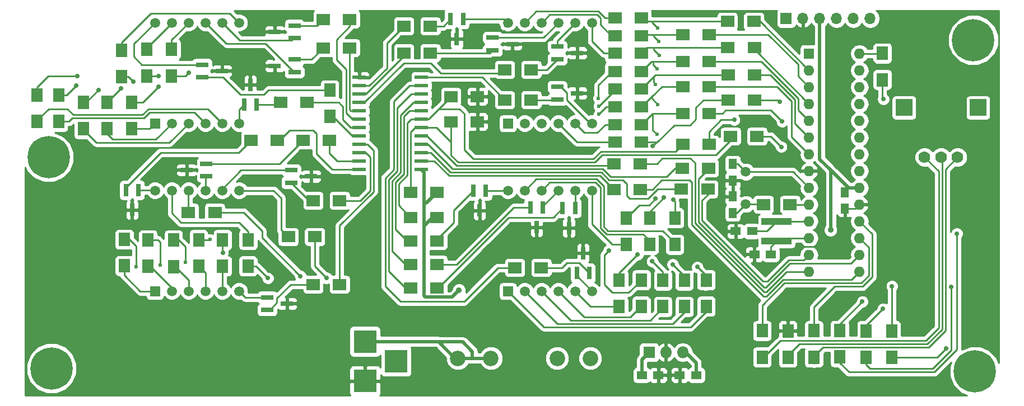
<source format=gbr>
G04 #@! TF.FileFunction,Copper,L2,Bot,Signal*
%FSLAX46Y46*%
G04 Gerber Fmt 4.6, Leading zero omitted, Abs format (unit mm)*
G04 Created by KiCad (PCBNEW 4.0.6) date Monday, March 05, 2018 'AMt' 11:38:23 AM*
%MOMM*%
%LPD*%
G01*
G04 APERTURE LIST*
%ADD10C,0.100000*%
%ADD11R,2.500000X2.500000*%
%ADD12C,1.778000*%
%ADD13C,6.400000*%
%ADD14R,1.500000X1.500000*%
%ADD15C,1.500000*%
%ADD16C,2.350000*%
%ADD17R,1.700000X1.700000*%
%ADD18O,1.700000X1.700000*%
%ADD19R,3.500000X3.500000*%
%ADD20R,1.700000X2.000000*%
%ADD21R,2.000000X1.700000*%
%ADD22R,1.600000X1.600000*%
%ADD23O,1.600000X1.600000*%
%ADD24R,2.000000X0.600000*%
%ADD25R,4.550000X1.000000*%
%ADD26R,1.250000X1.500000*%
%ADD27R,1.500000X1.250000*%
%ADD28R,0.800000X1.900000*%
%ADD29R,1.900000X0.800000*%
%ADD30R,1.800000X1.800000*%
%ADD31O,1.800000X1.800000*%
%ADD32C,0.600000*%
%ADD33C,0.700000*%
%ADD34C,0.900000*%
%ADD35C,0.254000*%
%ADD36C,0.500000*%
G04 APERTURE END LIST*
D10*
D11*
X182831040Y-40795560D03*
D12*
X177231040Y-48295560D03*
X174731040Y-48295560D03*
X179731040Y-48295560D03*
D11*
X171631040Y-40795560D03*
D13*
X182356760Y-80736440D03*
X182102760Y-30566360D03*
X42336720Y-48295560D03*
D14*
X58420000Y-68580000D03*
D15*
X60960000Y-68580000D03*
X63500000Y-68580000D03*
X66040000Y-68580000D03*
X68580000Y-68580000D03*
X71120000Y-68580000D03*
X71120000Y-53340000D03*
X68580000Y-53340000D03*
X66040000Y-53340000D03*
X63500000Y-53340000D03*
X60960000Y-53340000D03*
X58420000Y-53340000D03*
D14*
X111760000Y-68580000D03*
D15*
X114300000Y-68580000D03*
X116840000Y-68580000D03*
X119380000Y-68580000D03*
X121920000Y-68580000D03*
X124460000Y-68580000D03*
X124460000Y-53340000D03*
X121920000Y-53340000D03*
X119380000Y-53340000D03*
X116840000Y-53340000D03*
X114300000Y-53340000D03*
X111760000Y-53340000D03*
D14*
X111760000Y-43180000D03*
D15*
X114300000Y-43180000D03*
X116840000Y-43180000D03*
X119380000Y-43180000D03*
X121920000Y-43180000D03*
X124460000Y-43180000D03*
X124460000Y-27940000D03*
X121920000Y-27940000D03*
X119380000Y-27940000D03*
X116840000Y-27940000D03*
X114300000Y-27940000D03*
X111760000Y-27940000D03*
D14*
X58420000Y-43180000D03*
D15*
X60960000Y-43180000D03*
X63500000Y-43180000D03*
X66040000Y-43180000D03*
X68580000Y-43180000D03*
X71120000Y-43180000D03*
X71120000Y-27940000D03*
X68580000Y-27940000D03*
X66040000Y-27940000D03*
X63500000Y-27940000D03*
X60960000Y-27940000D03*
X58420000Y-27940000D03*
D16*
X109206000Y-78740000D03*
X104206000Y-78740000D03*
X119206000Y-78740000D03*
X124206000Y-78740000D03*
D17*
X153825000Y-27300000D03*
D18*
X156365000Y-27300000D03*
X158905000Y-27300000D03*
X161445000Y-27300000D03*
X163985000Y-27300000D03*
X166525000Y-27300000D03*
D19*
X90170000Y-76200000D03*
X90170000Y-82200000D03*
X94870000Y-79200000D03*
D20*
X154101800Y-74606400D03*
X154101800Y-78606400D03*
D21*
X154400000Y-55473600D03*
X150400000Y-55473600D03*
D20*
X161899600Y-74555600D03*
X161899600Y-78555600D03*
X168351200Y-32569400D03*
X168351200Y-36569400D03*
D21*
X148939000Y-27749500D03*
X144939000Y-27749500D03*
X149002500Y-31686500D03*
X145002500Y-31686500D03*
X149066000Y-39624000D03*
X145066000Y-39624000D03*
X149066000Y-35814000D03*
X145066000Y-35814000D03*
X142208000Y-33782000D03*
X138208000Y-33782000D03*
X142208000Y-29718000D03*
X138208000Y-29718000D03*
X142208000Y-41656000D03*
X138208000Y-41656000D03*
X142208000Y-37592000D03*
X138208000Y-37592000D03*
D20*
X158013400Y-74581000D03*
X158013400Y-78581000D03*
X150190200Y-74581000D03*
X150190200Y-78581000D03*
X169748200Y-74606400D03*
X169748200Y-78606400D03*
X165912800Y-74606400D03*
X165912800Y-78606400D03*
D21*
X127768600Y-53187600D03*
X131768600Y-53187600D03*
X137979400Y-53136800D03*
X141979400Y-53136800D03*
X138081000Y-49961800D03*
X142081000Y-49961800D03*
X127794000Y-49276000D03*
X131794000Y-49276000D03*
X138182600Y-46380400D03*
X142182600Y-46380400D03*
X145421600Y-45135800D03*
X149421600Y-45135800D03*
X101060000Y-57404000D03*
X97060000Y-57404000D03*
X103156000Y-39116000D03*
X107156000Y-39116000D03*
X101060000Y-53594000D03*
X97060000Y-53594000D03*
X103156000Y-42926000D03*
X107156000Y-42926000D03*
X101060000Y-60960000D03*
X97060000Y-60960000D03*
X101060000Y-64516000D03*
X97060000Y-64516000D03*
X101060000Y-68072000D03*
X97060000Y-68072000D03*
X116808000Y-65024000D03*
X112808000Y-65024000D03*
X72930000Y-45720000D03*
X76930000Y-45720000D03*
X80804000Y-45720000D03*
X84804000Y-45720000D03*
X82328000Y-54864000D03*
X86328000Y-54864000D03*
X82328000Y-67564000D03*
X86328000Y-67564000D03*
D20*
X84836000Y-38132000D03*
X84836000Y-42132000D03*
D21*
X83852000Y-31750000D03*
X87852000Y-31750000D03*
X83852000Y-27432000D03*
X87852000Y-27432000D03*
X77375000Y-40005000D03*
X81375000Y-40005000D03*
X100044000Y-28448000D03*
X96044000Y-28448000D03*
X100044000Y-32512000D03*
X96044000Y-32512000D03*
X115284000Y-35052000D03*
X111284000Y-35052000D03*
X115284000Y-39624000D03*
X111284000Y-39624000D03*
D22*
X157275000Y-32625000D03*
D23*
X164895000Y-65645000D03*
X157275000Y-35165000D03*
X164895000Y-63105000D03*
X157275000Y-37705000D03*
X164895000Y-60565000D03*
X157275000Y-40245000D03*
X164895000Y-58025000D03*
X157275000Y-42785000D03*
X164895000Y-55485000D03*
X157275000Y-45325000D03*
X164895000Y-52945000D03*
X157275000Y-47865000D03*
X164895000Y-50405000D03*
X157275000Y-50405000D03*
X164895000Y-47865000D03*
X157275000Y-52945000D03*
X164895000Y-45325000D03*
X157275000Y-55485000D03*
X164895000Y-42785000D03*
X157275000Y-58025000D03*
X164895000Y-40245000D03*
X157275000Y-60565000D03*
X164895000Y-37705000D03*
X157275000Y-63105000D03*
X164895000Y-35165000D03*
X157275000Y-65645000D03*
X164895000Y-32625000D03*
D24*
X89280000Y-50165000D03*
X89280000Y-48895000D03*
X89280000Y-47625000D03*
X89280000Y-46355000D03*
X89280000Y-45085000D03*
X89280000Y-43815000D03*
X89280000Y-42545000D03*
X89280000Y-41275000D03*
X89280000Y-40005000D03*
X89280000Y-38735000D03*
X89280000Y-37465000D03*
X89280000Y-36195000D03*
X98680000Y-36195000D03*
X98680000Y-37465000D03*
X98680000Y-38735000D03*
X98680000Y-40005000D03*
X98680000Y-41275000D03*
X98680000Y-42545000D03*
X98680000Y-43815000D03*
X98680000Y-45085000D03*
X98680000Y-46355000D03*
X98680000Y-47625000D03*
X98680000Y-48895000D03*
X98680000Y-50165000D03*
D15*
X147726400Y-55397400D03*
X147726400Y-50517400D03*
D25*
X152374600Y-58012200D03*
X152374600Y-61012200D03*
D20*
X135178800Y-70935600D03*
X135178800Y-66935600D03*
X128574800Y-70910200D03*
X128574800Y-66910200D03*
X133172200Y-61512200D03*
X133172200Y-57512200D03*
X141732000Y-70884800D03*
X141732000Y-66884800D03*
X138430000Y-70935600D03*
X138430000Y-66935600D03*
X131927600Y-70884800D03*
X131927600Y-66884800D03*
X129616200Y-61537600D03*
X129616200Y-57537600D03*
X136982200Y-61512200D03*
X136982200Y-57512200D03*
X61214000Y-64865000D03*
X61214000Y-60865000D03*
X68643500Y-64801500D03*
X68643500Y-60801500D03*
D21*
X63468500Y-56642000D03*
X67468500Y-56642000D03*
D20*
X53784500Y-64738000D03*
X53784500Y-60738000D03*
X57353200Y-64839600D03*
X57353200Y-60839600D03*
X65024000Y-64801500D03*
X65024000Y-60801500D03*
D21*
X78568800Y-60350400D03*
X82568800Y-60350400D03*
D20*
X72491600Y-60788800D03*
X72491600Y-64788800D03*
D21*
X127921000Y-40703500D03*
X131921000Y-40703500D03*
X127921000Y-43370500D03*
X131921000Y-43370500D03*
X127921000Y-29908500D03*
X131921000Y-29908500D03*
X127921000Y-35306000D03*
X131921000Y-35306000D03*
X127921000Y-37973000D03*
X131921000Y-37973000D03*
X127921000Y-45974000D03*
X131921000Y-45974000D03*
X127921000Y-32575500D03*
X131921000Y-32575500D03*
X127921000Y-27241500D03*
X131921000Y-27241500D03*
D20*
X47599600Y-44011600D03*
X47599600Y-40011600D03*
X40604440Y-42858440D03*
X40604440Y-38858440D03*
X60909200Y-31985200D03*
X60909200Y-35985200D03*
X54914800Y-43960800D03*
X54914800Y-39960800D03*
X51155600Y-44011600D03*
X51155600Y-40011600D03*
X43863260Y-42909240D03*
X43863260Y-38909240D03*
X53340000Y-32086800D03*
X53340000Y-36086800D03*
X57150000Y-31985200D03*
X57150000Y-35985200D03*
D26*
X145745200Y-56749000D03*
X145745200Y-54249000D03*
X145745200Y-49321400D03*
X145745200Y-51821400D03*
D27*
X134503480Y-81310480D03*
X132003480Y-81310480D03*
X146171600Y-59512200D03*
X148671600Y-59512200D03*
X149016400Y-63017400D03*
X151516400Y-63017400D03*
X137738800Y-81290160D03*
X140238800Y-81290160D03*
D26*
X162712400Y-56088600D03*
X162712400Y-53588600D03*
D28*
X106542800Y-53364000D03*
X108442800Y-53364000D03*
X107492800Y-56364000D03*
X115153400Y-55904000D03*
X117053400Y-55904000D03*
X116103400Y-58904000D03*
X120030200Y-56005600D03*
X121930200Y-56005600D03*
X120980200Y-59005600D03*
X124063800Y-65838200D03*
X122163800Y-65838200D03*
X123113800Y-62838200D03*
X54015600Y-53287800D03*
X55915600Y-53287800D03*
X54965600Y-56287800D03*
D29*
X66193800Y-49291200D03*
X66193800Y-51191200D03*
X63193800Y-50241200D03*
X78992600Y-52156400D03*
X78992600Y-50256400D03*
X81992600Y-51206400D03*
X75385800Y-71409600D03*
X75385800Y-69509600D03*
X78385800Y-70459600D03*
D28*
X103088400Y-27405200D03*
X104988400Y-27405200D03*
X104038400Y-30405200D03*
D29*
X109447200Y-32103100D03*
X109447200Y-30203100D03*
X112447200Y-31153100D03*
X119213500Y-33462000D03*
X119213500Y-31562000D03*
X122213500Y-32512000D03*
X119216040Y-39552920D03*
X119216040Y-37652920D03*
X122216040Y-38602920D03*
X65530600Y-36184880D03*
X65530600Y-34284880D03*
X68530600Y-35234880D03*
X79513560Y-33512720D03*
X79513560Y-35412720D03*
X76513560Y-34462720D03*
X79513560Y-28371760D03*
X79513560Y-30271760D03*
X76513560Y-29321760D03*
D28*
X73771800Y-40346760D03*
X71871800Y-40346760D03*
X72821800Y-37346760D03*
D13*
X42778680Y-80274160D03*
D30*
X133101080Y-77851000D03*
D31*
X135641080Y-77851000D03*
X138181080Y-77851000D03*
D32*
X125412500Y-39370000D03*
X125476000Y-40576500D03*
X125539500Y-41783000D03*
D33*
X177157380Y-40472360D03*
X183934100Y-48138080D03*
X174812960Y-31478220D03*
X183870600Y-72585580D03*
X159232600Y-61833760D03*
X144078960Y-58813700D03*
X148899880Y-61247020D03*
X65826640Y-73611740D03*
X48679100Y-76601320D03*
X84239100Y-71770240D03*
X82128360Y-78463140D03*
X113405920Y-36555680D03*
X122270520Y-36484560D03*
X162524440Y-57922160D03*
X143764000Y-54711600D03*
X106329480Y-59197240D03*
X86339680Y-51978560D03*
X59852560Y-50159920D03*
X73878440Y-34442400D03*
X75752960Y-27320240D03*
X151561800Y-27889200D03*
X108966000Y-40970200D03*
X90373200Y-34340800D03*
D34*
X104368600Y-68437760D03*
X160528000Y-59309000D03*
D33*
X165333680Y-70164960D03*
X168513760Y-39502080D03*
X179618640Y-59852560D03*
X152882600Y-39954200D03*
X153212800Y-42875200D03*
X169804080Y-67812920D03*
X178033680Y-77210920D03*
X168447720Y-71267320D03*
X178785520Y-67955160D03*
X145973800Y-42646600D03*
X153085800Y-46736000D03*
X75488800Y-66624200D03*
X136753600Y-54762400D03*
X58928000Y-36017200D03*
D32*
X134429500Y-28765500D03*
D33*
X84328000Y-66573400D03*
X134086600Y-54559200D03*
X55168800Y-36830000D03*
D32*
X134620000Y-32893000D03*
D33*
X46540420Y-37424360D03*
X133667500Y-46583600D03*
X127025400Y-62433200D03*
D32*
X66751200Y-60706000D03*
D33*
X136677400Y-64541400D03*
X53289200Y-37896800D03*
D32*
X59182000Y-64617600D03*
X134048500Y-37274500D03*
D33*
X140385800Y-64922400D03*
X58928000Y-37592000D03*
D32*
X55575200Y-64871600D03*
X134302500Y-34925000D03*
D33*
X80416400Y-66294000D03*
X135305800Y-54432200D03*
X63500000Y-35509200D03*
D32*
X134556500Y-30734000D03*
D33*
X46690280Y-35996880D03*
X131343400Y-63068200D03*
X68681600Y-62738000D03*
D32*
X134302500Y-44831000D03*
D33*
X49885600Y-38100000D03*
X133578600Y-64058800D03*
D32*
X63042800Y-64211200D03*
X134429500Y-40322500D03*
D35*
X141732000Y-70884800D02*
X141732000Y-71653400D01*
X141732000Y-71653400D02*
X139369794Y-74015606D01*
X139369794Y-74015606D02*
X117195606Y-74015606D01*
X117195606Y-74015606D02*
X111760000Y-68580000D01*
X138430000Y-70935600D02*
X138430000Y-71729600D01*
X138430000Y-71729600D02*
X136651996Y-73507604D01*
X136651996Y-73507604D02*
X119227604Y-73507604D01*
X119227604Y-73507604D02*
X114300000Y-68580000D01*
X135178800Y-70935600D02*
X135178800Y-71094600D01*
X135178800Y-71094600D02*
X133273798Y-72999602D01*
X133273798Y-72999602D02*
X121259602Y-72999602D01*
X121259602Y-72999602D02*
X116840000Y-68580000D01*
X131927600Y-70884800D02*
X131858000Y-70884800D01*
X131858000Y-70884800D02*
X130251200Y-72491600D01*
X130251200Y-72491600D02*
X123291600Y-72491600D01*
X123291600Y-72491600D02*
X119380000Y-68580000D01*
X128574800Y-70910200D02*
X124250200Y-70910200D01*
X124250200Y-70910200D02*
X121920000Y-68580000D01*
X122163800Y-65838200D02*
X122163800Y-66283800D01*
X122163800Y-66283800D02*
X124460000Y-68580000D01*
X129616200Y-61537600D02*
X127526800Y-61537600D01*
X124460000Y-58470800D02*
X124460000Y-53340000D01*
X127526800Y-61537600D02*
X124460000Y-58470800D01*
X121930200Y-56005600D02*
X121930200Y-53350200D01*
X121930200Y-53350200D02*
X121920000Y-53340000D01*
X117053400Y-55904000D02*
X117053400Y-55666600D01*
X117053400Y-55666600D02*
X119380000Y-53340000D01*
X133172200Y-61512200D02*
X133172200Y-60909200D01*
X133172200Y-60909200D02*
X132207000Y-59944000D01*
X118033800Y-52146200D02*
X116840000Y-53340000D01*
X124993400Y-52146200D02*
X118033800Y-52146200D01*
X125730000Y-52882800D02*
X124993400Y-52146200D01*
X125730000Y-59022376D02*
X125730000Y-52882800D01*
X126651624Y-59944000D02*
X125730000Y-59022376D01*
X132207000Y-59944000D02*
X126651624Y-59944000D01*
X133172200Y-61512200D02*
X133172200Y-61950600D01*
X136982200Y-61512200D02*
X136982200Y-61239400D01*
X136982200Y-61239400D02*
X135178798Y-59435998D01*
X116001802Y-51638198D02*
X114300000Y-53340000D01*
X125203822Y-51638198D02*
X116001802Y-51638198D01*
X126238002Y-52672378D02*
X125203822Y-51638198D01*
X126238002Y-58811954D02*
X126238002Y-52672378D01*
X126862046Y-59435998D02*
X126238002Y-58811954D01*
X135178798Y-59435998D02*
X126862046Y-59435998D01*
X114300000Y-53340000D02*
X114300000Y-52832000D01*
X136982200Y-61512200D02*
X136670800Y-61512200D01*
X108442800Y-53364000D02*
X111736000Y-53364000D01*
X111736000Y-53364000D02*
X111760000Y-53340000D01*
X53784500Y-64738000D02*
X53784500Y-66179700D01*
X56184800Y-68580000D02*
X58420000Y-68580000D01*
X53784500Y-66179700D02*
X56184800Y-68580000D01*
X57353200Y-64839600D02*
X57727600Y-64839600D01*
X57727600Y-64839600D02*
X60960000Y-68072000D01*
X60960000Y-68072000D02*
X60960000Y-68580000D01*
X61214000Y-64865000D02*
X61461400Y-64865000D01*
X61461400Y-64865000D02*
X63500000Y-66903600D01*
X63500000Y-66903600D02*
X63500000Y-68580000D01*
X65024000Y-64801500D02*
X65055500Y-64801500D01*
X65055500Y-64801500D02*
X66040000Y-65786000D01*
X66040000Y-65786000D02*
X66040000Y-68580000D01*
X68643500Y-64801500D02*
X68643500Y-68516500D01*
X68643500Y-68516500D02*
X68580000Y-68580000D01*
X75385800Y-69509600D02*
X72049600Y-69509600D01*
X72049600Y-69509600D02*
X71120000Y-68580000D01*
X78568800Y-60350400D02*
X78486000Y-60350400D01*
X78486000Y-60350400D02*
X77470000Y-59334400D01*
X77470000Y-59334400D02*
X77470000Y-54457600D01*
X77470000Y-54457600D02*
X76352400Y-53340000D01*
X76352400Y-53340000D02*
X71120000Y-53340000D01*
X68580000Y-53340000D02*
X68580000Y-53086000D01*
X68580000Y-53086000D02*
X71409600Y-50256400D01*
X71409600Y-50256400D02*
X78992600Y-50256400D01*
X66040000Y-53340000D02*
X66040000Y-51345000D01*
X66040000Y-51345000D02*
X66193800Y-51191200D01*
X63468500Y-56642000D02*
X63468500Y-53371500D01*
X63468500Y-53371500D02*
X63500000Y-53340000D01*
X72491600Y-60788800D02*
X72491600Y-59537600D01*
X60960000Y-56794400D02*
X60960000Y-53340000D01*
X62331600Y-58166000D02*
X60960000Y-56794400D01*
X71120000Y-58166000D02*
X62331600Y-58166000D01*
X72491600Y-59537600D02*
X71120000Y-58166000D01*
X55915600Y-53287800D02*
X58367800Y-53287800D01*
X58367800Y-53287800D02*
X58420000Y-53340000D01*
X54914800Y-43960800D02*
X57639200Y-43960800D01*
X57639200Y-43960800D02*
X58420000Y-43180000D01*
X51155600Y-44011600D02*
X51155600Y-44704000D01*
X51155600Y-44704000D02*
X52019200Y-45567600D01*
X52019200Y-45567600D02*
X58572400Y-45567600D01*
X58572400Y-45567600D02*
X60960000Y-43180000D01*
X47599600Y-44011600D02*
X47599600Y-44145200D01*
X47599600Y-44145200D02*
X49530002Y-46075602D01*
X49530002Y-46075602D02*
X60604398Y-46075602D01*
X60604398Y-46075602D02*
X63500000Y-43180000D01*
X43863260Y-42909240D02*
X45424340Y-42909240D01*
X64343280Y-41483280D02*
X66040000Y-43180000D01*
X57635140Y-41483280D02*
X64343280Y-41483280D01*
X56720740Y-42397680D02*
X57635140Y-41483280D01*
X45935900Y-42397680D02*
X56720740Y-42397680D01*
X45424340Y-42909240D02*
X45935900Y-42397680D01*
X40604440Y-42858440D02*
X40604440Y-42717720D01*
X40604440Y-42717720D02*
X42341800Y-40980360D01*
X42341800Y-40980360D02*
X45194222Y-40980360D01*
X45194222Y-40980360D02*
X46103540Y-41889678D01*
X46103540Y-41889678D02*
X56510318Y-41889678D01*
X56510318Y-41889678D02*
X57424718Y-40975278D01*
X57424718Y-40975278D02*
X66375278Y-40975278D01*
X66375278Y-40975278D02*
X68580000Y-43180000D01*
X71120000Y-43180000D02*
X71120000Y-41098560D01*
X71120000Y-41098560D02*
X71871800Y-40346760D01*
X71144000Y-43156000D02*
X71120000Y-43180000D01*
X53340000Y-32086800D02*
X53340000Y-30929976D01*
X69697600Y-26517600D02*
X71120000Y-27940000D01*
X57752376Y-26517600D02*
X69697600Y-26517600D01*
X53340000Y-30929976D02*
X57752376Y-26517600D01*
X79513560Y-30271760D02*
X79400360Y-30271760D01*
X79400360Y-30271760D02*
X79070202Y-30601918D01*
X79070202Y-30601918D02*
X71241918Y-30601918D01*
X71241918Y-30601918D02*
X68580000Y-27940000D01*
X79513560Y-35412720D02*
X79451240Y-35412720D01*
X79451240Y-35412720D02*
X75148440Y-31109920D01*
X75148440Y-31109920D02*
X69209920Y-31109920D01*
X69209920Y-31109920D02*
X66040000Y-27940000D01*
X60909200Y-31985200D02*
X60909200Y-30530800D01*
X60909200Y-30530800D02*
X63500000Y-27940000D01*
X57150000Y-31985200D02*
X57150000Y-31750000D01*
X57150000Y-31750000D02*
X60960000Y-27940000D01*
X65530600Y-34284880D02*
X60284320Y-34284880D01*
X55219600Y-31140400D02*
X58420000Y-27940000D01*
X55219600Y-33091120D02*
X55219600Y-31140400D01*
X56413400Y-34284920D02*
X55219600Y-33091120D01*
X60284280Y-34284920D02*
X56413400Y-34284920D01*
X60284320Y-34284880D02*
X60284280Y-34284920D01*
X127921000Y-35306000D02*
X127508000Y-35306000D01*
X127508000Y-35306000D02*
X125412500Y-37401500D01*
X125412500Y-37401500D02*
X125412500Y-39370000D01*
X127921000Y-37973000D02*
X127921000Y-38131500D01*
X127921000Y-38131500D02*
X125476000Y-40576500D01*
X127921000Y-40703500D02*
X126619000Y-40703500D01*
X126619000Y-40703500D02*
X125539500Y-41783000D01*
X127921000Y-45974000D02*
X122174000Y-45974000D01*
X122174000Y-45974000D02*
X119380000Y-43180000D01*
X127921000Y-43370500D02*
X126492000Y-43370500D01*
X123317000Y-44577000D02*
X121920000Y-43180000D01*
X125285500Y-44577000D02*
X123317000Y-44577000D01*
X126492000Y-43370500D02*
X125285500Y-44577000D01*
X119216040Y-37652920D02*
X119786360Y-37652920D01*
X119786360Y-37652920D02*
X120716040Y-38582600D01*
X120716040Y-38582600D02*
X120716040Y-39634160D01*
X120716040Y-39634160D02*
X124261880Y-43180000D01*
X124261880Y-43180000D02*
X124460000Y-43180000D01*
X127921000Y-32575500D02*
X126301500Y-32575500D01*
X124460000Y-30734000D02*
X124460000Y-27940000D01*
X126301500Y-32575500D02*
X124460000Y-30734000D01*
X119213500Y-31562000D02*
X119213500Y-30646500D01*
X119213500Y-30646500D02*
X121920000Y-27940000D01*
X121896000Y-27964000D02*
X121920000Y-27940000D01*
X109447200Y-30203100D02*
X117116900Y-30203100D01*
X117116900Y-30203100D02*
X119380000Y-27940000D01*
X127921000Y-29908500D02*
X127381000Y-29908500D01*
X127381000Y-29908500D02*
X125730000Y-28257500D01*
X125730000Y-28257500D02*
X125730000Y-27241500D01*
X125730000Y-27241500D02*
X125222000Y-26733500D01*
X125222000Y-26733500D02*
X118046500Y-26733500D01*
X118046500Y-26733500D02*
X116840000Y-27940000D01*
X127921000Y-27241500D02*
X126448424Y-27241500D01*
X116014502Y-26225498D02*
X114300000Y-27940000D01*
X125432422Y-26225498D02*
X116014502Y-26225498D01*
X126448424Y-27241500D02*
X125432422Y-26225498D01*
X104988400Y-27405200D02*
X111225200Y-27405200D01*
X111225200Y-27405200D02*
X111760000Y-27940000D01*
X111252000Y-28448000D02*
X111760000Y-27940000D01*
X145745200Y-56749000D02*
X146374800Y-56749000D01*
X146374800Y-56749000D02*
X147726400Y-55397400D01*
X147726400Y-55397400D02*
X150323800Y-55397400D01*
X150323800Y-55397400D02*
X150400000Y-55473600D01*
X146171600Y-59512200D02*
X144777460Y-59512200D01*
X144777460Y-59512200D02*
X144078960Y-58813700D01*
X149016400Y-63017400D02*
X149016400Y-61363540D01*
X149016400Y-61363540D02*
X148899880Y-61247020D01*
X65826640Y-73611740D02*
X51668680Y-73611740D01*
X68983860Y-76768960D02*
X65826640Y-73611740D01*
X82128360Y-76768960D02*
X68983860Y-76768960D01*
X51668680Y-73611740D02*
X48679100Y-76601320D01*
X84239100Y-71770240D02*
X84239100Y-74549000D01*
X82928460Y-70459600D02*
X84239100Y-71770240D01*
X78385800Y-70459600D02*
X82928460Y-70459600D01*
X82128360Y-76659740D02*
X82128360Y-76768960D01*
X82128360Y-76768960D02*
X82128360Y-78463140D01*
X84239100Y-74549000D02*
X82128360Y-76659740D01*
X112447200Y-31153100D02*
X112447200Y-32439480D01*
X113405920Y-33398200D02*
X113405920Y-36555680D01*
X112447200Y-32439480D02*
X113405920Y-33398200D01*
X122213500Y-32512000D02*
X122213500Y-36427540D01*
X122213500Y-36427540D02*
X122270520Y-36484560D01*
X149016400Y-63017400D02*
X149016400Y-64576640D01*
X155971240Y-61833760D02*
X159232600Y-61833760D01*
X159232600Y-61833760D02*
X159247840Y-61833760D01*
X155067000Y-62738000D02*
X155971240Y-61833760D01*
X154096720Y-62738000D02*
X155067000Y-62738000D01*
X151790400Y-65044320D02*
X154096720Y-62738000D01*
X149484080Y-65044320D02*
X151790400Y-65044320D01*
X149016400Y-64576640D02*
X149484080Y-65044320D01*
X162712400Y-56088600D02*
X162712400Y-57734200D01*
X162712400Y-57734200D02*
X162524440Y-57922160D01*
X145745200Y-54249000D02*
X144226600Y-54249000D01*
X144226600Y-54249000D02*
X143764000Y-54711600D01*
X107492800Y-56364000D02*
X107492800Y-58033920D01*
X107492800Y-58033920D02*
X106329480Y-59197240D01*
X81992600Y-51206400D02*
X85567520Y-51206400D01*
X85567520Y-51206400D02*
X86339680Y-51978560D01*
X63193800Y-50241200D02*
X59933840Y-50241200D01*
X59933840Y-50241200D02*
X59852560Y-50159920D01*
X76513560Y-34462720D02*
X73898760Y-34462720D01*
X73898760Y-34462720D02*
X73878440Y-34442400D01*
X76513560Y-29321760D02*
X76513560Y-28080840D01*
X76513560Y-28080840D02*
X75752960Y-27320240D01*
X162712400Y-56088600D02*
X164291400Y-56088600D01*
X164291400Y-56088600D02*
X164895000Y-55485000D01*
X156365000Y-27300000D02*
X156365000Y-28750200D01*
X151561800Y-28016200D02*
X151561800Y-27889200D01*
X152933400Y-29387800D02*
X151561800Y-28016200D01*
X155727400Y-29387800D02*
X152933400Y-29387800D01*
X156365000Y-28750200D02*
X155727400Y-29387800D01*
X107156000Y-39116000D02*
X107156000Y-40328600D01*
X107797600Y-40970200D02*
X108966000Y-40970200D01*
X107156000Y-40328600D02*
X107797600Y-40970200D01*
X89280000Y-36195000D02*
X89280000Y-35434000D01*
X89280000Y-35434000D02*
X90373200Y-34340800D01*
X145745200Y-54249000D02*
X145745200Y-51821400D01*
X145745200Y-49321400D02*
X146530400Y-49321400D01*
X146530400Y-49321400D02*
X147726400Y-50517400D01*
X147726400Y-50517400D02*
X154847400Y-50517400D01*
X154847400Y-50517400D02*
X157275000Y-52945000D01*
D36*
X132003480Y-81310480D02*
X132003480Y-78948600D01*
X132003480Y-78948600D02*
X133101080Y-77851000D01*
D35*
X148671600Y-59512200D02*
X150874600Y-59512200D01*
X150874600Y-59512200D02*
X152361800Y-58025000D01*
X152361800Y-58025000D02*
X157275000Y-58025000D01*
X151516400Y-63017400D02*
X151516400Y-61870400D01*
X151516400Y-61870400D02*
X152821800Y-60565000D01*
X152821800Y-60565000D02*
X157275000Y-60565000D01*
D36*
X160578800Y-55598000D02*
X160578800Y-50365660D01*
X160578800Y-50365660D02*
X160615630Y-50328830D01*
X99109530Y-55255160D02*
X99398840Y-55255160D01*
X99398840Y-55255160D02*
X101060000Y-53594000D01*
X99109530Y-58680350D02*
X99109530Y-55255160D01*
X99109530Y-55255160D02*
X99109530Y-50594530D01*
X99109530Y-50594530D02*
X98680000Y-50165000D01*
X101060000Y-57404000D02*
X100385880Y-57404000D01*
X100385880Y-57404000D02*
X99109530Y-58680350D01*
X99109530Y-58680350D02*
X99095560Y-58694320D01*
X103333362Y-69472998D02*
X104368600Y-68437760D01*
X99236718Y-69472998D02*
X103333362Y-69472998D01*
X99095560Y-69331840D02*
X99236718Y-69472998D01*
X99095560Y-58694320D02*
X99095560Y-69331840D01*
X138181080Y-77851000D02*
X138663680Y-77851000D01*
X138663680Y-77851000D02*
X140238800Y-79426120D01*
X140238800Y-79426120D02*
X140238800Y-81290160D01*
X160578800Y-59258200D02*
X160578800Y-55598000D01*
X160528000Y-59309000D02*
X160578800Y-59258200D01*
X164895000Y-52945000D02*
X163231800Y-52945000D01*
X158905000Y-48618200D02*
X158905000Y-27300000D01*
X160615630Y-50328830D02*
X158905000Y-48618200D01*
X163231800Y-52945000D02*
X160615630Y-50328830D01*
X106410760Y-78740000D02*
X106410760Y-77731620D01*
X104945180Y-76266040D02*
X101259640Y-76266040D01*
X106410760Y-77731620D02*
X104945180Y-76266040D01*
X104206000Y-78740000D02*
X106410760Y-78740000D01*
X106410760Y-78740000D02*
X109206000Y-78740000D01*
X104206000Y-78740000D02*
X103733600Y-78740000D01*
X103733600Y-78740000D02*
X101259640Y-76266040D01*
X101259640Y-76266040D02*
X101193600Y-76200000D01*
X101193600Y-76200000D02*
X90170000Y-76200000D01*
D35*
X164895000Y-32625000D02*
X168295600Y-32625000D01*
X168295600Y-32625000D02*
X168351200Y-32569400D01*
X161899600Y-74555600D02*
X161899600Y-73599040D01*
X161899600Y-73599040D02*
X165333680Y-70164960D01*
X165404240Y-34655760D02*
X164895000Y-35165000D01*
X101060000Y-60960000D02*
X101060000Y-60712600D01*
X101060000Y-60712600D02*
X103606600Y-58166000D01*
X103606600Y-56300200D02*
X106542800Y-53364000D01*
X103606600Y-58166000D02*
X103606600Y-56300200D01*
X101060000Y-60960000D02*
X101060000Y-60484000D01*
X101060000Y-64516000D02*
X104038400Y-64516000D01*
X112650400Y-55904000D02*
X115153400Y-55904000D01*
X104038400Y-64516000D02*
X112650400Y-55904000D01*
X101060000Y-64516000D02*
X101092000Y-64516000D01*
X101060000Y-68072000D02*
X101200824Y-68072000D01*
X101200824Y-68072000D02*
X111843424Y-57429400D01*
X111843424Y-57429400D02*
X118606400Y-57429400D01*
X118606400Y-57429400D02*
X120030200Y-56005600D01*
X116808000Y-65024000D02*
X119938800Y-65024000D01*
X122538400Y-64312800D02*
X124063800Y-65838200D01*
X120650000Y-64312800D02*
X122538400Y-64312800D01*
X119938800Y-65024000D02*
X120650000Y-64312800D01*
X54015600Y-53287800D02*
X54015600Y-52842200D01*
X54015600Y-52842200D02*
X59258192Y-47599608D01*
X59258192Y-47599608D02*
X71050392Y-47599608D01*
X71050392Y-47599608D02*
X72930000Y-45720000D01*
X66193800Y-49291200D02*
X77232800Y-49291200D01*
X77232800Y-49291200D02*
X80804000Y-45720000D01*
X80798800Y-45725200D02*
X80804000Y-45720000D01*
X82328000Y-54864000D02*
X81700200Y-54864000D01*
X81700200Y-54864000D02*
X78992600Y-52156400D01*
X82262000Y-54930000D02*
X82328000Y-54864000D01*
X75385800Y-71409600D02*
X75783400Y-71409600D01*
X75783400Y-71409600D02*
X76860400Y-70332600D01*
X76860400Y-70332600D02*
X76860400Y-69646800D01*
X76860400Y-69646800D02*
X78943200Y-67564000D01*
X78943200Y-67564000D02*
X82328000Y-67564000D01*
X100044000Y-28448000D02*
X102045600Y-28448000D01*
X102045600Y-28448000D02*
X103088400Y-27405200D01*
X100044000Y-32512000D02*
X109038300Y-32512000D01*
X109038300Y-32512000D02*
X109447200Y-32103100D01*
X100044000Y-32512000D02*
X100044000Y-32988000D01*
X115284000Y-35052000D02*
X117623500Y-35052000D01*
X117623500Y-35052000D02*
X119213500Y-33462000D01*
X115284000Y-39624000D02*
X119144960Y-39624000D01*
X119144960Y-39624000D02*
X119216040Y-39552920D01*
X65530600Y-36184880D02*
X68671480Y-36184880D01*
X75588880Y-38132000D02*
X84836000Y-38132000D01*
X74894440Y-38826440D02*
X75588880Y-38132000D01*
X71313040Y-38826440D02*
X74894440Y-38826440D01*
X68671480Y-36184880D02*
X71313040Y-38826440D01*
X84423000Y-37719000D02*
X84836000Y-38132000D01*
X79513560Y-33512720D02*
X82089280Y-33512720D01*
X82089280Y-33512720D02*
X83852000Y-31750000D01*
X79513560Y-28371760D02*
X82912240Y-28371760D01*
X82912240Y-28371760D02*
X83852000Y-27432000D01*
X83786000Y-27498000D02*
X83852000Y-27432000D01*
X73771800Y-40346760D02*
X77033240Y-40346760D01*
X77033240Y-40346760D02*
X77375000Y-40005000D01*
X76552000Y-39182000D02*
X77375000Y-40005000D01*
X171988480Y-76575920D02*
X175161336Y-76575920D01*
X155808680Y-76575920D02*
X171988480Y-76575920D01*
X154101800Y-78282800D02*
X155808680Y-76575920D01*
X177373278Y-74363978D02*
X177373278Y-48437798D01*
X175161336Y-76575920D02*
X177373278Y-74363978D01*
X177373278Y-48437798D02*
X177231040Y-48295560D01*
X154101800Y-78606400D02*
X154101800Y-78282800D01*
X154101800Y-78606400D02*
X154101800Y-78318360D01*
X177408838Y-48473358D02*
X177231040Y-48295560D01*
X154101800Y-78606400D02*
X154791160Y-78606400D01*
X154101800Y-78606400D02*
X154101800Y-78232000D01*
X168351200Y-39339520D02*
X168351200Y-36569400D01*
X168513760Y-39502080D02*
X168351200Y-39339520D01*
X154400000Y-55473600D02*
X157263600Y-55473600D01*
X157263600Y-55473600D02*
X157275000Y-55485000D01*
X161899600Y-78555600D02*
X161899600Y-79415640D01*
X161899600Y-79415640D02*
X163327082Y-80843122D01*
X179618640Y-77426424D02*
X179618640Y-59852560D01*
X176201942Y-80843122D02*
X179618640Y-77426424D01*
X163327082Y-80843122D02*
X176201942Y-80843122D01*
X161899600Y-78555600D02*
X162277040Y-78555600D01*
X161899600Y-78555600D02*
X161899600Y-78486004D01*
X161899600Y-78555600D02*
X161957000Y-78555600D01*
X148939000Y-27749500D02*
X149859500Y-27749500D01*
X149859500Y-27749500D02*
X157275000Y-35165000D01*
X149002500Y-31686500D02*
X149002500Y-31972500D01*
X149002500Y-31972500D02*
X157275000Y-40245000D01*
X149066000Y-39624000D02*
X152552400Y-39624000D01*
X152552400Y-39624000D02*
X152882600Y-39954200D01*
X149066000Y-35814000D02*
X151407152Y-35814000D01*
X155168598Y-43218598D02*
X157275000Y-45325000D01*
X155168598Y-39575446D02*
X155168598Y-43218598D01*
X151407152Y-35814000D02*
X155168598Y-39575446D01*
X142208000Y-33782000D02*
X150093576Y-33782000D01*
X155676600Y-41186600D02*
X157275000Y-42785000D01*
X155676600Y-39365024D02*
X155676600Y-41186600D01*
X150093576Y-33782000D02*
X155676600Y-39365024D01*
X142208000Y-29718000D02*
X151109576Y-29718000D01*
X155625800Y-36055800D02*
X157275000Y-37705000D01*
X155625800Y-34234224D02*
X155625800Y-36055800D01*
X151109576Y-29718000D02*
X155625800Y-34234224D01*
X145440400Y-41198798D02*
X151536398Y-41198798D01*
X151536398Y-41198798D02*
X153212800Y-42875200D01*
X142208000Y-41656000D02*
X144213976Y-41656000D01*
X144671178Y-41198798D02*
X145440400Y-41198798D01*
X145440400Y-41198798D02*
X145542000Y-41198798D01*
X144213976Y-41656000D02*
X144671178Y-41198798D01*
X142208000Y-37592000D02*
X152466728Y-37592000D01*
X154660596Y-45250596D02*
X157275000Y-47865000D01*
X154660596Y-39785868D02*
X154660596Y-45250596D01*
X152466728Y-37592000D02*
X154660596Y-39785868D01*
X158013400Y-74581000D02*
X158013400Y-70993004D01*
X166801802Y-59931802D02*
X164895000Y-58025000D01*
X166801802Y-66453622D02*
X166801802Y-59931802D01*
X165361220Y-67894204D02*
X166801802Y-66453622D01*
X161112200Y-67894204D02*
X165361220Y-67894204D01*
X158013400Y-70993004D02*
X161112200Y-67894204D01*
X158013400Y-78581000D02*
X158013400Y-78475842D01*
X158013400Y-78475842D02*
X159405320Y-77083922D01*
X177881280Y-50145320D02*
X179731040Y-48295560D01*
X177881280Y-74574400D02*
X177881280Y-50145320D01*
X175371758Y-77083922D02*
X177881280Y-74574400D01*
X159405320Y-77083922D02*
X175371758Y-77083922D01*
X158013400Y-78581000D02*
X158013400Y-77886560D01*
X158013400Y-78581000D02*
X158013400Y-79552800D01*
X158013400Y-78581000D02*
X158013400Y-78028802D01*
X158013400Y-78581000D02*
X158223200Y-78581000D01*
X150190200Y-74581000D02*
X150190200Y-70764402D01*
X166293800Y-61963800D02*
X164895000Y-60565000D01*
X166293800Y-66243200D02*
X166293800Y-61963800D01*
X165150798Y-67386202D02*
X166293800Y-66243200D01*
X153568400Y-67386202D02*
X165150798Y-67386202D01*
X150190200Y-70764402D02*
X153568400Y-67386202D01*
X176865276Y-50429796D02*
X174731040Y-48295560D01*
X176865276Y-74153556D02*
X176865276Y-50429796D01*
X174950914Y-76067918D02*
X176865276Y-74153556D01*
X152928322Y-76067918D02*
X174950914Y-76067918D01*
X150415240Y-78581000D02*
X152928322Y-76067918D01*
X150190200Y-78581000D02*
X150415240Y-78581000D01*
X150190200Y-78581000D02*
X150828760Y-78581000D01*
X150190200Y-78581000D02*
X150190200Y-77876400D01*
X169748200Y-67868800D02*
X169804080Y-67812920D01*
X169748200Y-74606400D02*
X169748200Y-67868800D01*
X169748200Y-78606400D02*
X176638200Y-78606400D01*
X176638200Y-78606400D02*
X178033680Y-77210920D01*
X165912800Y-74606400D02*
X165912800Y-73802240D01*
X165912800Y-73802240D02*
X168447720Y-71267320D01*
X165912800Y-74606400D02*
X166134800Y-74606400D01*
X165912800Y-78606400D02*
X165912800Y-79745840D01*
X178785520Y-77541120D02*
X178785520Y-67955160D01*
X175991520Y-80335120D02*
X178785520Y-77541120D01*
X166502080Y-80335120D02*
X175991520Y-80335120D01*
X165912800Y-79745840D02*
X166502080Y-80335120D01*
X165912800Y-78606400D02*
X166183560Y-78606400D01*
X165912800Y-78606400D02*
X166254680Y-78606400D01*
X98680000Y-48895000D02*
X100634800Y-48895000D01*
X125711196Y-51130196D02*
X127768600Y-53187600D01*
X102869996Y-51130196D02*
X125711196Y-51130196D01*
X100634800Y-48895000D02*
X102869996Y-51130196D01*
X131768600Y-53187600D02*
X133596776Y-53187600D01*
X163661800Y-66878200D02*
X164895000Y-65645000D01*
X153357978Y-66878200D02*
X163661800Y-66878200D01*
X150834289Y-69401889D02*
X153357978Y-66878200D01*
X150431617Y-69401889D02*
X150834289Y-69401889D01*
X139547596Y-58517868D02*
X150431617Y-69401889D01*
X139547596Y-52146200D02*
X139547596Y-58517868D01*
X139191996Y-51790600D02*
X139547596Y-52146200D01*
X134993776Y-51790600D02*
X139191996Y-51790600D01*
X133596776Y-53187600D02*
X134993776Y-51790600D01*
X98680000Y-47625000D02*
X100083224Y-47625000D01*
X134366000Y-53136800D02*
X137979400Y-53136800D01*
X132969000Y-54533800D02*
X134366000Y-53136800D01*
X130175000Y-54533800D02*
X132969000Y-54533800D01*
X129768600Y-54127400D02*
X130175000Y-54533800D01*
X129768600Y-52374800D02*
X129768600Y-54127400D01*
X129159000Y-51765200D02*
X129768600Y-52374800D01*
X127064624Y-51765200D02*
X129159000Y-51765200D01*
X125921618Y-50622194D02*
X127064624Y-51765200D01*
X103080418Y-50622194D02*
X125921618Y-50622194D01*
X100083224Y-47625000D02*
X103080418Y-50622194D01*
X141979400Y-53136800D02*
X141979400Y-53930802D01*
X141979400Y-53930802D02*
X141071602Y-54838600D01*
X141071602Y-54838600D02*
X141071602Y-57886602D01*
X141071602Y-57886602D02*
X150302753Y-67117753D01*
X150302753Y-67117753D02*
X150963153Y-67117753D01*
X150963153Y-67117753D02*
X154174508Y-63906398D01*
X154174508Y-63906398D02*
X156473602Y-63906398D01*
X156473602Y-63906398D02*
X157275000Y-63105000D01*
X138081000Y-49961800D02*
X137033000Y-49961800D01*
X103428800Y-50114192D02*
X99669608Y-46355000D01*
X104343200Y-50114192D02*
X103428800Y-50114192D01*
X105511600Y-50114192D02*
X104343200Y-50114192D01*
X126132040Y-50114192D02*
X105511600Y-50114192D01*
X127275046Y-51257198D02*
X126132040Y-50114192D01*
X135737602Y-51257198D02*
X127275046Y-51257198D01*
X137033000Y-49961800D02*
X135737602Y-51257198D01*
X99669608Y-46355000D02*
X98680000Y-46355000D01*
X98680000Y-46355000D02*
X99531648Y-46355000D01*
X142081000Y-49961800D02*
X142081000Y-50070000D01*
X142081000Y-50070000D02*
X140563600Y-51587400D01*
X163585600Y-64414400D02*
X164895000Y-63105000D01*
X154384930Y-64414400D02*
X163585600Y-64414400D01*
X150763565Y-68035765D02*
X154384930Y-64414400D01*
X150502341Y-68035765D02*
X150763565Y-68035765D01*
X140563600Y-58097024D02*
X150502341Y-68035765D01*
X140563600Y-51587400D02*
X140563600Y-58097024D01*
X142081000Y-49961800D02*
X142081000Y-50298600D01*
X98680000Y-45085000D02*
X99491800Y-45085000D01*
X99491800Y-45085000D02*
X104012990Y-49606190D01*
X104012990Y-49606190D02*
X127463810Y-49606190D01*
X127463810Y-49606190D02*
X127794000Y-49276000D01*
X131794000Y-49276000D02*
X134289802Y-49276000D01*
X153872754Y-65645000D02*
X157275000Y-65645000D01*
X150805277Y-68712477D02*
X153872754Y-65645000D01*
X150460629Y-68712477D02*
X150805277Y-68712477D01*
X140055598Y-58307446D02*
X150460629Y-68712477D01*
X140055598Y-49174398D02*
X140055598Y-58307446D01*
X139344402Y-48463202D02*
X140055598Y-49174398D01*
X135102600Y-48463202D02*
X139344402Y-48463202D01*
X134289802Y-49276000D02*
X135102600Y-48463202D01*
X131851400Y-47447198D02*
X137115802Y-47447198D01*
X104435400Y-40986200D02*
X105156000Y-41706800D01*
X105156000Y-41706800D02*
X105156000Y-47218586D01*
X105156000Y-47218586D02*
X106527600Y-48590186D01*
X106527600Y-48590186D02*
X124681390Y-48590186D01*
X124681390Y-48590186D02*
X125824378Y-47447198D01*
X125824378Y-47447198D02*
X131851400Y-47447198D01*
X101285800Y-40986200D02*
X104435400Y-40986200D01*
X137115802Y-47447198D02*
X138182600Y-46380400D01*
X98680000Y-42545000D02*
X99727000Y-42545000D01*
X99727000Y-42545000D02*
X101285800Y-40986200D01*
X101285800Y-40986200D02*
X101298500Y-40973500D01*
X101298500Y-40973500D02*
X103156000Y-39116000D01*
X98680000Y-42545000D02*
X97155000Y-42545000D01*
X95250000Y-55594000D02*
X97060000Y-57404000D01*
X95250000Y-52324000D02*
X95250000Y-55594000D01*
X96551998Y-51022002D02*
X95250000Y-52324000D01*
X96551998Y-43148002D02*
X96551998Y-51022002D01*
X97155000Y-42545000D02*
X96551998Y-43148002D01*
X142182600Y-46380400D02*
X142182600Y-44456600D01*
X143992600Y-42646600D02*
X145973800Y-42646600D01*
X142182600Y-44456600D02*
X143992600Y-42646600D01*
X98680000Y-43815000D02*
X100990400Y-43815000D01*
X100990400Y-43815000D02*
X103156000Y-45980600D01*
X142697200Y-47955200D02*
X143230600Y-47955200D01*
X143230600Y-47955200D02*
X145421600Y-45764200D01*
X145421600Y-45764200D02*
X145421600Y-45135800D01*
X103156000Y-42926000D02*
X103156000Y-45980600D01*
X103156000Y-45980600D02*
X103156000Y-48030776D01*
X103156000Y-48030776D02*
X104223412Y-49098188D01*
X104223412Y-49098188D02*
X124891812Y-49098188D01*
X124891812Y-49098188D02*
X126034800Y-47955200D01*
X126034800Y-47955200D02*
X142697200Y-47955200D01*
X142697200Y-47955200D02*
X142748000Y-47955200D01*
X97060000Y-53594000D02*
X97060000Y-44482000D01*
X97060000Y-44482000D02*
X97727000Y-43815000D01*
X97727000Y-43815000D02*
X98680000Y-43815000D01*
X149421600Y-45135800D02*
X151485600Y-45135800D01*
X151485600Y-45135800D02*
X153085800Y-46736000D01*
X73653400Y-64788800D02*
X72491600Y-64788800D01*
X75488800Y-66624200D02*
X73653400Y-64788800D01*
X136982200Y-54991000D02*
X136982200Y-57512200D01*
X136753600Y-54762400D02*
X136982200Y-54991000D01*
X136969500Y-57626000D02*
X136556500Y-57626000D01*
X58896000Y-35985200D02*
X57150000Y-35985200D01*
X58928000Y-36017200D02*
X58896000Y-35985200D01*
X133540500Y-27749500D02*
X133540500Y-27876500D01*
X133540500Y-27876500D02*
X134429500Y-28765500D01*
X144939000Y-27749500D02*
X134556500Y-27749500D01*
X134556500Y-27749500D02*
X133540500Y-27749500D01*
X133540500Y-27749500D02*
X132429000Y-27749500D01*
X132429000Y-27749500D02*
X131921000Y-27241500D01*
X82568800Y-64814200D02*
X82568800Y-60350400D01*
X84328000Y-66573400D02*
X82568800Y-64814200D01*
X131604000Y-55549800D02*
X129616200Y-57537600D01*
X133096000Y-55549800D02*
X131604000Y-55549800D01*
X134086600Y-54559200D02*
X133096000Y-55549800D01*
X54425600Y-36086800D02*
X53340000Y-36086800D01*
X55168800Y-36830000D02*
X54425600Y-36086800D01*
X133794500Y-31686500D02*
X133794500Y-32067500D01*
X133794500Y-32067500D02*
X134620000Y-32893000D01*
X145002500Y-31686500D02*
X133794500Y-31686500D01*
X133794500Y-31686500D02*
X133477000Y-31686500D01*
X133477000Y-31686500D02*
X132810000Y-31686500D01*
X132810000Y-31686500D02*
X131921000Y-32575500D01*
X43863260Y-38909240D02*
X45055540Y-38909240D01*
X45055540Y-38909240D02*
X46540420Y-37424360D01*
X134315200Y-46024800D02*
X134226300Y-46024800D01*
X134226300Y-46024800D02*
X133667500Y-46583600D01*
X130029200Y-68783200D02*
X131927600Y-66884800D01*
X127533400Y-68783200D02*
X130029200Y-68783200D01*
X126339600Y-67589400D02*
X127533400Y-68783200D01*
X126339600Y-63119000D02*
X126339600Y-67589400D01*
X127025400Y-62433200D02*
X126339600Y-63119000D01*
X131889500Y-67087500D02*
X131667500Y-67087500D01*
X133540500Y-46024800D02*
X134315200Y-46024800D01*
X141325600Y-39624000D02*
X145066000Y-39624000D01*
X140157200Y-40792400D02*
X141325600Y-39624000D01*
X140157200Y-42570400D02*
X140157200Y-40792400D01*
X139293600Y-43434000D02*
X140157200Y-42570400D01*
X136906000Y-43434000D02*
X139293600Y-43434000D01*
X134315200Y-46024800D02*
X136906000Y-43434000D01*
X66655700Y-60801500D02*
X65024000Y-60801500D01*
X66751200Y-60706000D02*
X66655700Y-60801500D01*
X133540500Y-45974000D02*
X133540500Y-46024800D01*
X133540500Y-45974000D02*
X131921000Y-45974000D01*
X136677400Y-64541400D02*
X138430000Y-66294000D01*
X138430000Y-66294000D02*
X138430000Y-66935600D01*
X138366500Y-67087500D02*
X138366500Y-67754500D01*
X53289200Y-37896800D02*
X51174400Y-40011600D01*
X51174400Y-40011600D02*
X51155600Y-40011600D01*
X58858400Y-60839600D02*
X57353200Y-60839600D01*
X59182000Y-61163200D02*
X58858400Y-60839600D01*
X59182000Y-64617600D02*
X59182000Y-61163200D01*
X133810250Y-36083750D02*
X133810250Y-37036250D01*
X133810250Y-37036250D02*
X134048500Y-37274500D01*
X145066000Y-35814000D02*
X136398000Y-35814000D01*
X136398000Y-35814000D02*
X134080000Y-35814000D01*
X134080000Y-35814000D02*
X133810250Y-36083750D01*
X133810250Y-36083750D02*
X131921000Y-37973000D01*
X140385800Y-64922400D02*
X141732000Y-66268600D01*
X141732000Y-66268600D02*
X141732000Y-66884800D01*
X141605000Y-67087500D02*
X141605000Y-67881500D01*
X56559200Y-39960800D02*
X54914800Y-39960800D01*
X58928000Y-37592000D02*
X56559200Y-39960800D01*
X55575200Y-61772800D02*
X54540400Y-60738000D01*
X55575200Y-64871600D02*
X55575200Y-61772800D01*
X54540400Y-60738000D02*
X53784500Y-60738000D01*
X133731000Y-33782000D02*
X133731000Y-34353500D01*
X133731000Y-34353500D02*
X134302500Y-34925000D01*
X135318500Y-33782000D02*
X133731000Y-33782000D01*
X133731000Y-33782000D02*
X133445000Y-33782000D01*
X138208000Y-33782000D02*
X135318500Y-33782000D01*
X133445000Y-33782000D02*
X131921000Y-35306000D01*
X71831200Y-56642000D02*
X67468500Y-56642000D01*
X74625200Y-59436000D02*
X71831200Y-56642000D01*
X74625200Y-60502800D02*
X74625200Y-59436000D01*
X80416400Y-66294000D02*
X74625200Y-60502800D01*
X135305800Y-54432200D02*
X133172200Y-56565800D01*
X133172200Y-56565800D02*
X133172200Y-57512200D01*
X133159500Y-57626000D02*
X133159500Y-57594500D01*
X63024000Y-35985200D02*
X60909200Y-35985200D01*
X63500000Y-35509200D02*
X63024000Y-35985200D01*
X133794500Y-29718000D02*
X133794500Y-29972000D01*
X133794500Y-29972000D02*
X134556500Y-30734000D01*
X138208000Y-29718000D02*
X134429500Y-29718000D01*
X134429500Y-29718000D02*
X133794500Y-29718000D01*
X133794500Y-29718000D02*
X132111500Y-29718000D01*
X132111500Y-29718000D02*
X131921000Y-29908500D01*
X40604440Y-38858440D02*
X40604440Y-37701220D01*
X42308780Y-35996880D02*
X46690280Y-35996880D01*
X40604440Y-37701220D02*
X42308780Y-35996880D01*
X128574800Y-65836800D02*
X128574800Y-66910200D01*
X131343400Y-63068200D02*
X128574800Y-65836800D01*
X68643500Y-62699900D02*
X68643500Y-60801500D01*
X68681600Y-62738000D02*
X68643500Y-62699900D01*
X128587500Y-67087500D02*
X127984500Y-67087500D01*
X133667500Y-41656000D02*
X133667500Y-44196000D01*
X133667500Y-44196000D02*
X134302500Y-44831000D01*
X138208000Y-41656000D02*
X133667500Y-41656000D01*
X133667500Y-41656000D02*
X133635500Y-41656000D01*
X133635500Y-41656000D02*
X131921000Y-43370500D01*
X49885600Y-38100000D02*
X47974000Y-40011600D01*
X135178800Y-65659000D02*
X135178800Y-66935600D01*
X133578600Y-64058800D02*
X135178800Y-65659000D01*
X135128000Y-67087500D02*
X134842500Y-67087500D01*
X47974000Y-40011600D02*
X47599600Y-40011600D01*
X63042800Y-61874400D02*
X62033400Y-60865000D01*
X63042800Y-64211200D02*
X63042800Y-61874400D01*
X62033400Y-60865000D02*
X61214000Y-60865000D01*
X133524500Y-39100000D02*
X133524500Y-39417500D01*
X133524500Y-39417500D02*
X134429500Y-40322500D01*
X138208000Y-37592000D02*
X135509000Y-37592000D01*
X135509000Y-37592000D02*
X135032500Y-37592000D01*
X135032500Y-37592000D02*
X133524500Y-39100000D01*
X133524500Y-39100000D02*
X131921000Y-40703500D01*
X76930000Y-45720000D02*
X77216000Y-45720000D01*
X77216000Y-45720000D02*
X78740000Y-44196000D01*
X78740000Y-44196000D02*
X82296000Y-44196000D01*
X82296000Y-44196000D02*
X82804000Y-44704000D01*
X82804000Y-44704000D02*
X82804000Y-47752000D01*
X82804000Y-47752000D02*
X85217000Y-50165000D01*
X85217000Y-50165000D02*
X89280000Y-50165000D01*
X84804000Y-45720000D02*
X84804000Y-47720000D01*
X85979000Y-48895000D02*
X89280000Y-48895000D01*
X84804000Y-47720000D02*
X85979000Y-48895000D01*
X86328000Y-54864000D02*
X89408000Y-54864000D01*
X90297000Y-47625000D02*
X89280000Y-47625000D01*
X90932000Y-48260000D02*
X90297000Y-47625000D01*
X90932000Y-53340000D02*
X90932000Y-48260000D01*
X89408000Y-54864000D02*
X90932000Y-53340000D01*
X86328000Y-67564000D02*
X86328000Y-58662424D01*
X90551000Y-46355000D02*
X89280000Y-46355000D01*
X91440002Y-47244002D02*
X90551000Y-46355000D01*
X91440002Y-53550422D02*
X91440002Y-47244002D01*
X86328000Y-58662424D02*
X91440002Y-53550422D01*
X97060000Y-60960000D02*
X96520000Y-60960000D01*
X96520000Y-60960000D02*
X94741998Y-59181998D01*
X94741998Y-59181998D02*
X94741998Y-52113578D01*
X94741998Y-52113578D02*
X96043996Y-50811580D01*
X96043996Y-50811580D02*
X96043996Y-42132004D01*
X96043996Y-42132004D02*
X96901000Y-41275000D01*
X96901000Y-41275000D02*
X98680000Y-41275000D01*
X97060000Y-64516000D02*
X96266000Y-64516000D01*
X96266000Y-64516000D02*
X94233996Y-62483996D01*
X94233996Y-62483996D02*
X94233996Y-51903156D01*
X94233996Y-51903156D02*
X95535994Y-50601158D01*
X95535994Y-50601158D02*
X95535994Y-41921582D01*
X95535994Y-41921582D02*
X97452576Y-40005000D01*
X97452576Y-40005000D02*
X98680000Y-40005000D01*
X97060000Y-68072000D02*
X96266000Y-68072000D01*
X96266000Y-68072000D02*
X93725994Y-65531994D01*
X93725994Y-65531994D02*
X93725994Y-51692734D01*
X93725994Y-51692734D02*
X95027992Y-50390736D01*
X95027992Y-50390736D02*
X95027992Y-40862008D01*
X95027992Y-40862008D02*
X97155000Y-38735000D01*
X97155000Y-38735000D02*
X98680000Y-38735000D01*
X112808000Y-65024000D02*
X110236000Y-65024000D01*
X96901000Y-37465000D02*
X98680000Y-37465000D01*
X94519990Y-39846010D02*
X96901000Y-37465000D01*
X94519990Y-50180314D02*
X94519990Y-39846010D01*
X93217992Y-51482312D02*
X94519990Y-50180314D01*
X93217992Y-67817992D02*
X93217992Y-51482312D01*
X95504000Y-70104000D02*
X93217992Y-67817992D01*
X105156000Y-70104000D02*
X95504000Y-70104000D01*
X110236000Y-65024000D02*
X105156000Y-70104000D01*
X84836000Y-42132000D02*
X85312000Y-42132000D01*
X85312000Y-42132000D02*
X88265000Y-45085000D01*
X88265000Y-45085000D02*
X89280000Y-45085000D01*
X87852000Y-31750000D02*
X87852000Y-41116000D01*
X88011000Y-41275000D02*
X89280000Y-41275000D01*
X87852000Y-41116000D02*
X88011000Y-41275000D01*
X87852000Y-31750000D02*
X88094424Y-31750000D01*
X87852000Y-27432000D02*
X87852000Y-28480000D01*
X88265000Y-42545000D02*
X89280000Y-42545000D01*
X87343998Y-41623998D02*
X88265000Y-42545000D01*
X87343998Y-35019998D02*
X87343998Y-41623998D01*
X85852000Y-33528000D02*
X87343998Y-35019998D01*
X85852000Y-30480000D02*
X85852000Y-33528000D01*
X87852000Y-28480000D02*
X85852000Y-30480000D01*
X87852000Y-27432000D02*
X87852000Y-27718000D01*
X81375000Y-40005000D02*
X86200996Y-40005000D01*
X88011000Y-43815000D02*
X89280000Y-43815000D01*
X86835996Y-42639996D02*
X88011000Y-43815000D01*
X86835996Y-40640000D02*
X86835996Y-42639996D01*
X86200996Y-40005000D02*
X86835996Y-40640000D01*
X89280000Y-37465000D02*
X90805000Y-37465000D01*
X93472000Y-31020000D02*
X96044000Y-28448000D01*
X93472000Y-34798000D02*
X93472000Y-31020000D01*
X90805000Y-37465000D02*
X93472000Y-34798000D01*
X89280000Y-38735000D02*
X90253424Y-38735000D01*
X90253424Y-38735000D02*
X96044000Y-32944424D01*
X96044000Y-32944424D02*
X96044000Y-32512000D01*
X89280000Y-40005000D02*
X90043000Y-40005000D01*
X90043000Y-40005000D02*
X96012000Y-34036000D01*
X96012000Y-34036000D02*
X100076000Y-34036000D01*
X100076000Y-34036000D02*
X101600000Y-35560000D01*
X101600000Y-35560000D02*
X110776000Y-35560000D01*
X110776000Y-35560000D02*
X111284000Y-35052000D01*
X98680000Y-36195000D02*
X107855000Y-36195000D01*
X107855000Y-36195000D02*
X111284000Y-39624000D01*
G36*
X100395369Y-35433000D02*
X100128636Y-35433000D01*
X99931890Y-35298569D01*
X99680000Y-35247560D01*
X97680000Y-35247560D01*
X97444683Y-35291838D01*
X97228559Y-35430910D01*
X97083569Y-35643110D01*
X97032560Y-35895000D01*
X97032560Y-36495000D01*
X97071698Y-36703000D01*
X96901000Y-36703000D01*
X96609395Y-36761004D01*
X96524394Y-36817800D01*
X96362185Y-36926184D01*
X93981175Y-39307195D01*
X93815994Y-39554405D01*
X93757990Y-39846010D01*
X93757990Y-49864683D01*
X92679177Y-50943497D01*
X92513996Y-51190707D01*
X92455992Y-51482312D01*
X92455992Y-67817992D01*
X92513996Y-68109597D01*
X92633466Y-68288396D01*
X92679177Y-68356807D01*
X94965185Y-70642816D01*
X95212396Y-70807997D01*
X95504000Y-70866000D01*
X105156000Y-70866000D01*
X105447605Y-70807996D01*
X105694815Y-70642815D01*
X110551630Y-65786000D01*
X111160560Y-65786000D01*
X111160560Y-65874000D01*
X111204838Y-66109317D01*
X111343910Y-66325441D01*
X111556110Y-66470431D01*
X111808000Y-66521440D01*
X113808000Y-66521440D01*
X114043317Y-66477162D01*
X114259441Y-66338090D01*
X114404431Y-66125890D01*
X114455440Y-65874000D01*
X114455440Y-64174000D01*
X114411162Y-63938683D01*
X114272090Y-63722559D01*
X114059890Y-63577569D01*
X113808000Y-63526560D01*
X111808000Y-63526560D01*
X111572683Y-63570838D01*
X111356559Y-63709910D01*
X111211569Y-63922110D01*
X111160560Y-64174000D01*
X111160560Y-64262000D01*
X110236000Y-64262000D01*
X109944395Y-64320004D01*
X109757007Y-64445213D01*
X109697185Y-64485185D01*
X105400557Y-68781813D01*
X105453411Y-68654527D01*
X105453788Y-68222887D01*
X105288954Y-67823960D01*
X104984005Y-67518478D01*
X104585367Y-67352949D01*
X104153727Y-67352572D01*
X103754800Y-67517406D01*
X103449318Y-67822355D01*
X103283789Y-68220993D01*
X103283745Y-68271035D01*
X102966782Y-68587998D01*
X102707440Y-68587998D01*
X102707440Y-67643014D01*
X108588563Y-61761891D01*
X122078800Y-61761891D01*
X122078800Y-62552450D01*
X122237550Y-62711200D01*
X122986800Y-62711200D01*
X122986800Y-61411950D01*
X123240800Y-61411950D01*
X123240800Y-62711200D01*
X123990050Y-62711200D01*
X124148800Y-62552450D01*
X124148800Y-61761891D01*
X124052127Y-61528502D01*
X123873499Y-61349873D01*
X123640110Y-61253200D01*
X123399550Y-61253200D01*
X123240800Y-61411950D01*
X122986800Y-61411950D01*
X122828050Y-61253200D01*
X122587490Y-61253200D01*
X122354101Y-61349873D01*
X122175473Y-61528502D01*
X122078800Y-61761891D01*
X108588563Y-61761891D01*
X111160704Y-59189750D01*
X115068400Y-59189750D01*
X115068400Y-59980309D01*
X115165073Y-60213698D01*
X115343701Y-60392327D01*
X115577090Y-60489000D01*
X115817650Y-60489000D01*
X115976400Y-60330250D01*
X115976400Y-59031000D01*
X116230400Y-59031000D01*
X116230400Y-60330250D01*
X116389150Y-60489000D01*
X116629710Y-60489000D01*
X116863099Y-60392327D01*
X117041727Y-60213698D01*
X117138400Y-59980309D01*
X117138400Y-59291350D01*
X119945200Y-59291350D01*
X119945200Y-60081909D01*
X120041873Y-60315298D01*
X120220501Y-60493927D01*
X120453890Y-60590600D01*
X120694450Y-60590600D01*
X120853200Y-60431850D01*
X120853200Y-59132600D01*
X121107200Y-59132600D01*
X121107200Y-60431850D01*
X121265950Y-60590600D01*
X121506510Y-60590600D01*
X121739899Y-60493927D01*
X121918527Y-60315298D01*
X122015200Y-60081909D01*
X122015200Y-59291350D01*
X121856450Y-59132600D01*
X121107200Y-59132600D01*
X120853200Y-59132600D01*
X120103950Y-59132600D01*
X119945200Y-59291350D01*
X117138400Y-59291350D01*
X117138400Y-59189750D01*
X116979650Y-59031000D01*
X116230400Y-59031000D01*
X115976400Y-59031000D01*
X115227150Y-59031000D01*
X115068400Y-59189750D01*
X111160704Y-59189750D01*
X112159055Y-58191400D01*
X115068400Y-58191400D01*
X115068400Y-58618250D01*
X115227150Y-58777000D01*
X115976400Y-58777000D01*
X115976400Y-58757000D01*
X116230400Y-58757000D01*
X116230400Y-58777000D01*
X116979650Y-58777000D01*
X117138400Y-58618250D01*
X117138400Y-58191400D01*
X118606400Y-58191400D01*
X118898005Y-58133396D01*
X119145215Y-57968215D01*
X119530567Y-57582864D01*
X119630200Y-57603040D01*
X120134734Y-57603040D01*
X120041873Y-57695902D01*
X119945200Y-57929291D01*
X119945200Y-58719850D01*
X120103950Y-58878600D01*
X120853200Y-58878600D01*
X120853200Y-57579350D01*
X120767188Y-57493338D01*
X120881641Y-57419690D01*
X120980833Y-57274517D01*
X121066110Y-57407041D01*
X121192886Y-57493664D01*
X121107200Y-57579350D01*
X121107200Y-58878600D01*
X121856450Y-58878600D01*
X122015200Y-58719850D01*
X122015200Y-57929291D01*
X121918527Y-57695902D01*
X121825666Y-57603040D01*
X122330200Y-57603040D01*
X122565517Y-57558762D01*
X122781641Y-57419690D01*
X122926631Y-57207490D01*
X122977640Y-56955600D01*
X122977640Y-55055600D01*
X122933362Y-54820283D01*
X122794290Y-54604159D01*
X122692200Y-54534404D01*
X122692200Y-54519506D01*
X122703515Y-54514831D01*
X123093461Y-54125564D01*
X123189976Y-53893130D01*
X123285169Y-54123515D01*
X123674436Y-54513461D01*
X123698000Y-54523246D01*
X123698000Y-58470800D01*
X123756004Y-58762405D01*
X123884043Y-58954028D01*
X123921185Y-59009615D01*
X126497233Y-61585663D01*
X126468171Y-61597671D01*
X126190845Y-61874514D01*
X126040572Y-62236412D01*
X126040481Y-62340488D01*
X125800785Y-62580185D01*
X125635604Y-62827395D01*
X125577600Y-63119000D01*
X125577600Y-67589400D01*
X125614801Y-67776420D01*
X125245564Y-67406539D01*
X124899102Y-67262675D01*
X124915241Y-67252290D01*
X125060231Y-67040090D01*
X125111240Y-66788200D01*
X125111240Y-64888200D01*
X125066962Y-64652883D01*
X124927890Y-64436759D01*
X124715690Y-64291769D01*
X124463800Y-64240760D01*
X123959266Y-64240760D01*
X124052127Y-64147898D01*
X124148800Y-63914509D01*
X124148800Y-63123950D01*
X123990050Y-62965200D01*
X123240800Y-62965200D01*
X123240800Y-62985200D01*
X122986800Y-62985200D01*
X122986800Y-62965200D01*
X122237550Y-62965200D01*
X122078800Y-63123950D01*
X122078800Y-63550800D01*
X120650000Y-63550800D01*
X120358395Y-63608804D01*
X120259377Y-63674966D01*
X120111185Y-63773984D01*
X119623170Y-64262000D01*
X118455440Y-64262000D01*
X118455440Y-64174000D01*
X118411162Y-63938683D01*
X118272090Y-63722559D01*
X118059890Y-63577569D01*
X117808000Y-63526560D01*
X115808000Y-63526560D01*
X115572683Y-63570838D01*
X115356559Y-63709910D01*
X115211569Y-63922110D01*
X115160560Y-64174000D01*
X115160560Y-65874000D01*
X115204838Y-66109317D01*
X115343910Y-66325441D01*
X115556110Y-66470431D01*
X115808000Y-66521440D01*
X117808000Y-66521440D01*
X118043317Y-66477162D01*
X118259441Y-66338090D01*
X118404431Y-66125890D01*
X118455440Y-65874000D01*
X118455440Y-65786000D01*
X119938800Y-65786000D01*
X120230405Y-65727996D01*
X120477615Y-65562815D01*
X120965631Y-65074800D01*
X121116360Y-65074800D01*
X121116360Y-66788200D01*
X121160638Y-67023517D01*
X121299710Y-67239641D01*
X121389166Y-67300764D01*
X121136485Y-67405169D01*
X120746539Y-67794436D01*
X120650024Y-68026870D01*
X120554831Y-67796485D01*
X120165564Y-67406539D01*
X119656702Y-67195241D01*
X119105715Y-67194760D01*
X118596485Y-67405169D01*
X118206539Y-67794436D01*
X118110024Y-68026870D01*
X118014831Y-67796485D01*
X117625564Y-67406539D01*
X117116702Y-67195241D01*
X116565715Y-67194760D01*
X116056485Y-67405169D01*
X115666539Y-67794436D01*
X115570024Y-68026870D01*
X115474831Y-67796485D01*
X115085564Y-67406539D01*
X114576702Y-67195241D01*
X114025715Y-67194760D01*
X113516485Y-67405169D01*
X113146920Y-67774091D01*
X113113162Y-67594683D01*
X112974090Y-67378559D01*
X112761890Y-67233569D01*
X112510000Y-67182560D01*
X111010000Y-67182560D01*
X110774683Y-67226838D01*
X110558559Y-67365910D01*
X110413569Y-67578110D01*
X110362560Y-67830000D01*
X110362560Y-69330000D01*
X110406838Y-69565317D01*
X110545910Y-69781441D01*
X110758110Y-69926431D01*
X111010000Y-69977440D01*
X112079810Y-69977440D01*
X116656791Y-74554422D01*
X116804983Y-74653440D01*
X116904001Y-74719602D01*
X117195606Y-74777606D01*
X139369794Y-74777606D01*
X139661399Y-74719602D01*
X139908609Y-74554421D01*
X141930791Y-72532240D01*
X142582000Y-72532240D01*
X142817317Y-72487962D01*
X143033441Y-72348890D01*
X143178431Y-72136690D01*
X143229440Y-71884800D01*
X143229440Y-69884800D01*
X143185162Y-69649483D01*
X143046090Y-69433359D01*
X142833890Y-69288369D01*
X142582000Y-69237360D01*
X140882000Y-69237360D01*
X140646683Y-69281638D01*
X140430559Y-69420710D01*
X140285569Y-69632910D01*
X140234560Y-69884800D01*
X140234560Y-71884800D01*
X140264397Y-72043372D01*
X139054164Y-73253606D01*
X137983624Y-73253606D01*
X138654191Y-72583040D01*
X139280000Y-72583040D01*
X139515317Y-72538762D01*
X139731441Y-72399690D01*
X139876431Y-72187490D01*
X139927440Y-71935600D01*
X139927440Y-69935600D01*
X139883162Y-69700283D01*
X139744090Y-69484159D01*
X139531890Y-69339169D01*
X139280000Y-69288160D01*
X137580000Y-69288160D01*
X137344683Y-69332438D01*
X137128559Y-69471510D01*
X136983569Y-69683710D01*
X136932560Y-69935600D01*
X136932560Y-71935600D01*
X136966420Y-72115550D01*
X136336366Y-72745604D01*
X134605426Y-72745604D01*
X134767991Y-72583040D01*
X136028800Y-72583040D01*
X136264117Y-72538762D01*
X136480241Y-72399690D01*
X136625231Y-72187490D01*
X136676240Y-71935600D01*
X136676240Y-69935600D01*
X136631962Y-69700283D01*
X136492890Y-69484159D01*
X136280690Y-69339169D01*
X136028800Y-69288160D01*
X134328800Y-69288160D01*
X134093483Y-69332438D01*
X133877359Y-69471510D01*
X133732369Y-69683710D01*
X133681360Y-69935600D01*
X133681360Y-71514410D01*
X133425040Y-71770730D01*
X133425040Y-69884800D01*
X133380762Y-69649483D01*
X133241690Y-69433359D01*
X133029490Y-69288369D01*
X132777600Y-69237360D01*
X131077600Y-69237360D01*
X130842283Y-69281638D01*
X130626159Y-69420710D01*
X130481169Y-69632910D01*
X130430160Y-69884800D01*
X130430160Y-71235010D01*
X130072240Y-71592930D01*
X130072240Y-69910200D01*
X130027962Y-69674883D01*
X129944513Y-69545200D01*
X130029200Y-69545200D01*
X130320805Y-69487196D01*
X130568015Y-69322015D01*
X131357790Y-68532240D01*
X132777600Y-68532240D01*
X133012917Y-68487962D01*
X133229041Y-68348890D01*
X133374031Y-68136690D01*
X133425040Y-67884800D01*
X133425040Y-65884800D01*
X133380762Y-65649483D01*
X133241690Y-65433359D01*
X133029490Y-65288369D01*
X132777600Y-65237360D01*
X131077600Y-65237360D01*
X130842283Y-65281638D01*
X130626159Y-65420710D01*
X130481169Y-65632910D01*
X130430160Y-65884800D01*
X130430160Y-67304610D01*
X130072240Y-67662530D01*
X130072240Y-65910200D01*
X130027962Y-65674883D01*
X129944324Y-65544906D01*
X131435950Y-64053281D01*
X131538469Y-64053370D01*
X131900629Y-63903729D01*
X132177955Y-63626886D01*
X132328228Y-63264988D01*
X132328320Y-63159640D01*
X133175370Y-63159640D01*
X133021371Y-63223271D01*
X132744045Y-63500114D01*
X132593772Y-63862012D01*
X132593430Y-64253869D01*
X132743071Y-64616029D01*
X133019914Y-64893355D01*
X133381812Y-65043628D01*
X133485889Y-65043719D01*
X133899459Y-65457289D01*
X133877359Y-65471510D01*
X133732369Y-65683710D01*
X133681360Y-65935600D01*
X133681360Y-67935600D01*
X133725638Y-68170917D01*
X133864710Y-68387041D01*
X134076910Y-68532031D01*
X134328800Y-68583040D01*
X136028800Y-68583040D01*
X136264117Y-68538762D01*
X136480241Y-68399690D01*
X136625231Y-68187490D01*
X136676240Y-67935600D01*
X136676240Y-65935600D01*
X136631962Y-65700283D01*
X136519983Y-65526262D01*
X136584689Y-65526319D01*
X136942902Y-65884532D01*
X136932560Y-65935600D01*
X136932560Y-67935600D01*
X136976838Y-68170917D01*
X137115910Y-68387041D01*
X137328110Y-68532031D01*
X137580000Y-68583040D01*
X139280000Y-68583040D01*
X139515317Y-68538762D01*
X139731441Y-68399690D01*
X139876431Y-68187490D01*
X139927440Y-67935600D01*
X139927440Y-65935600D01*
X139899480Y-65787004D01*
X140189012Y-65907228D01*
X140234560Y-65907268D01*
X140234560Y-67884800D01*
X140278838Y-68120117D01*
X140417910Y-68336241D01*
X140630110Y-68481231D01*
X140882000Y-68532240D01*
X141233692Y-68532240D01*
X141313395Y-68585496D01*
X141605000Y-68643500D01*
X141896605Y-68585496D01*
X141976308Y-68532240D01*
X142582000Y-68532240D01*
X142817317Y-68487962D01*
X143033441Y-68348890D01*
X143178431Y-68136690D01*
X143229440Y-67884800D01*
X143229440Y-65884800D01*
X143185162Y-65649483D01*
X143046090Y-65433359D01*
X142833890Y-65288369D01*
X142582000Y-65237360D01*
X141778391Y-65237360D01*
X141370881Y-64829850D01*
X141370970Y-64727331D01*
X141221329Y-64365171D01*
X140944486Y-64087845D01*
X140582588Y-63937572D01*
X140190731Y-63937230D01*
X139828571Y-64086871D01*
X139551245Y-64363714D01*
X139400972Y-64725612D01*
X139400630Y-65117469D01*
X139488613Y-65330405D01*
X139280000Y-65288160D01*
X138501791Y-65288160D01*
X137662481Y-64448850D01*
X137662570Y-64346331D01*
X137512929Y-63984171D01*
X137236086Y-63706845D01*
X136874188Y-63556572D01*
X136482331Y-63556230D01*
X136120171Y-63705871D01*
X135842845Y-63982714D01*
X135692572Y-64344612D01*
X135692230Y-64736469D01*
X135841871Y-65098629D01*
X136031648Y-65288737D01*
X136028800Y-65288160D01*
X135829853Y-65288160D01*
X135717616Y-65120185D01*
X134563681Y-63966250D01*
X134563770Y-63863731D01*
X134414129Y-63501571D01*
X134137286Y-63224245D01*
X133981700Y-63159640D01*
X134022200Y-63159640D01*
X134257517Y-63115362D01*
X134473641Y-62976290D01*
X134618631Y-62764090D01*
X134669640Y-62512200D01*
X134669640Y-60512200D01*
X134625362Y-60276883D01*
X134574601Y-60197998D01*
X134863168Y-60197998D01*
X135484760Y-60819590D01*
X135484760Y-62512200D01*
X135529038Y-62747517D01*
X135668110Y-62963641D01*
X135880310Y-63108631D01*
X136132200Y-63159640D01*
X137832200Y-63159640D01*
X138067517Y-63115362D01*
X138283641Y-62976290D01*
X138428631Y-62764090D01*
X138479640Y-62512200D01*
X138479640Y-60512200D01*
X138435362Y-60276883D01*
X138296290Y-60060759D01*
X138084090Y-59915769D01*
X137832200Y-59864760D01*
X136685191Y-59864760D01*
X135941440Y-59121010D01*
X136132200Y-59159640D01*
X137832200Y-59159640D01*
X138067517Y-59115362D01*
X138283641Y-58976290D01*
X138428631Y-58764090D01*
X138479640Y-58512200D01*
X138479640Y-56512200D01*
X138435362Y-56276883D01*
X138296290Y-56060759D01*
X138084090Y-55915769D01*
X137832200Y-55864760D01*
X137744200Y-55864760D01*
X137744200Y-54991000D01*
X137738052Y-54960093D01*
X137738428Y-54959188D01*
X137738712Y-54634240D01*
X138785596Y-54634240D01*
X138785596Y-58517868D01*
X138843600Y-58809473D01*
X138995168Y-59036310D01*
X139008781Y-59056683D01*
X149892802Y-69940704D01*
X149918858Y-69958114D01*
X149651385Y-70225587D01*
X149486204Y-70472797D01*
X149428200Y-70764402D01*
X149428200Y-72933560D01*
X149340200Y-72933560D01*
X149104883Y-72977838D01*
X148888759Y-73116910D01*
X148743769Y-73329110D01*
X148692760Y-73581000D01*
X148692760Y-75581000D01*
X148737038Y-75816317D01*
X148876110Y-76032441D01*
X149088310Y-76177431D01*
X149340200Y-76228440D01*
X151040200Y-76228440D01*
X151275517Y-76184162D01*
X151491641Y-76045090D01*
X151636631Y-75832890D01*
X151687640Y-75581000D01*
X151687640Y-73581000D01*
X151668653Y-73480091D01*
X152616800Y-73480091D01*
X152616800Y-74320650D01*
X152775550Y-74479400D01*
X153974800Y-74479400D01*
X153974800Y-73130150D01*
X154228800Y-73130150D01*
X154228800Y-74479400D01*
X155428050Y-74479400D01*
X155586800Y-74320650D01*
X155586800Y-73480091D01*
X155490127Y-73246702D01*
X155311499Y-73068073D01*
X155078110Y-72971400D01*
X154387550Y-72971400D01*
X154228800Y-73130150D01*
X153974800Y-73130150D01*
X153816050Y-72971400D01*
X153125490Y-72971400D01*
X152892101Y-73068073D01*
X152713473Y-73246702D01*
X152616800Y-73480091D01*
X151668653Y-73480091D01*
X151643362Y-73345683D01*
X151504290Y-73129559D01*
X151292090Y-72984569D01*
X151040200Y-72933560D01*
X150952200Y-72933560D01*
X150952200Y-71080032D01*
X153884031Y-68148202D01*
X159780572Y-68148202D01*
X157474585Y-70454189D01*
X157309404Y-70701399D01*
X157251400Y-70993004D01*
X157251400Y-72933560D01*
X157163400Y-72933560D01*
X156928083Y-72977838D01*
X156711959Y-73116910D01*
X156566969Y-73329110D01*
X156515960Y-73581000D01*
X156515960Y-75305918D01*
X155586800Y-75305918D01*
X155586800Y-74892150D01*
X155428050Y-74733400D01*
X154228800Y-74733400D01*
X154228800Y-74753400D01*
X153974800Y-74753400D01*
X153974800Y-74733400D01*
X152775550Y-74733400D01*
X152616800Y-74892150D01*
X152616800Y-75377230D01*
X152537699Y-75430084D01*
X152389507Y-75529102D01*
X150985050Y-76933560D01*
X149340200Y-76933560D01*
X149104883Y-76977838D01*
X148888759Y-77116910D01*
X148743769Y-77329110D01*
X148692760Y-77581000D01*
X148692760Y-79581000D01*
X148737038Y-79816317D01*
X148876110Y-80032441D01*
X149088310Y-80177431D01*
X149340200Y-80228440D01*
X151040200Y-80228440D01*
X151275517Y-80184162D01*
X151491641Y-80045090D01*
X151636631Y-79832890D01*
X151687640Y-79581000D01*
X151687640Y-78386230D01*
X152639120Y-77434751D01*
X152604360Y-77606400D01*
X152604360Y-79606400D01*
X152648638Y-79841717D01*
X152787710Y-80057841D01*
X152999910Y-80202831D01*
X153251800Y-80253840D01*
X154951800Y-80253840D01*
X155187117Y-80209562D01*
X155403241Y-80070490D01*
X155548231Y-79858290D01*
X155599240Y-79606400D01*
X155599240Y-77862990D01*
X156124310Y-77337920D01*
X156565185Y-77337920D01*
X156515960Y-77581000D01*
X156515960Y-79581000D01*
X156560238Y-79816317D01*
X156699310Y-80032441D01*
X156911510Y-80177431D01*
X157163400Y-80228440D01*
X157679357Y-80228440D01*
X157721795Y-80256796D01*
X158013400Y-80314800D01*
X158305005Y-80256796D01*
X158347443Y-80228440D01*
X158863400Y-80228440D01*
X159098717Y-80184162D01*
X159314841Y-80045090D01*
X159459831Y-79832890D01*
X159510840Y-79581000D01*
X159510840Y-78056032D01*
X159720950Y-77845922D01*
X160402160Y-77845922D01*
X160402160Y-79555600D01*
X160446438Y-79790917D01*
X160585510Y-80007041D01*
X160797710Y-80152031D01*
X161049600Y-80203040D01*
X161609370Y-80203040D01*
X162788266Y-81381937D01*
X162958857Y-81495922D01*
X163035477Y-81547118D01*
X163327082Y-81605122D01*
X176201942Y-81605122D01*
X176493547Y-81547118D01*
X176740757Y-81381937D01*
X178785160Y-79337535D01*
X178522427Y-79970265D01*
X178521096Y-81495922D01*
X179103710Y-82905955D01*
X180181571Y-83985699D01*
X181131153Y-84380000D01*
X92388025Y-84380000D01*
X92458327Y-84309698D01*
X92555000Y-84076309D01*
X92555000Y-82485750D01*
X92396250Y-82327000D01*
X90297000Y-82327000D01*
X90297000Y-82347000D01*
X90043000Y-82347000D01*
X90043000Y-82327000D01*
X87943750Y-82327000D01*
X87785000Y-82485750D01*
X87785000Y-84076309D01*
X87881673Y-84309698D01*
X87951975Y-84380000D01*
X38810000Y-84380000D01*
X38810000Y-81033642D01*
X38943016Y-81033642D01*
X39525630Y-82443675D01*
X40603491Y-83523419D01*
X42012505Y-84108493D01*
X43538162Y-84109824D01*
X44948195Y-83527210D01*
X46027939Y-82449349D01*
X46613013Y-81040335D01*
X46613638Y-80323691D01*
X87785000Y-80323691D01*
X87785000Y-81914250D01*
X87943750Y-82073000D01*
X90043000Y-82073000D01*
X90043000Y-79973750D01*
X89884250Y-79815000D01*
X88293690Y-79815000D01*
X88060301Y-79911673D01*
X87881673Y-80090302D01*
X87785000Y-80323691D01*
X46613638Y-80323691D01*
X46614344Y-79514678D01*
X46031730Y-78104645D01*
X44953869Y-77024901D01*
X43544855Y-76439827D01*
X42019198Y-76438496D01*
X40609165Y-77021110D01*
X39529421Y-78098971D01*
X38944347Y-79507985D01*
X38943016Y-81033642D01*
X38810000Y-81033642D01*
X38810000Y-74450000D01*
X87772560Y-74450000D01*
X87772560Y-77950000D01*
X87816838Y-78185317D01*
X87955910Y-78401441D01*
X88168110Y-78546431D01*
X88420000Y-78597440D01*
X91920000Y-78597440D01*
X92155317Y-78553162D01*
X92371441Y-78414090D01*
X92472560Y-78266097D01*
X92472560Y-80124663D01*
X92458327Y-80090302D01*
X92279699Y-79911673D01*
X92046310Y-79815000D01*
X90455750Y-79815000D01*
X90297000Y-79973750D01*
X90297000Y-82073000D01*
X92396250Y-82073000D01*
X92555000Y-81914250D01*
X92555000Y-81244622D01*
X92655910Y-81401441D01*
X92868110Y-81546431D01*
X93120000Y-81597440D01*
X96620000Y-81597440D01*
X96855317Y-81553162D01*
X97071441Y-81414090D01*
X97216431Y-81201890D01*
X97267440Y-80950000D01*
X97267440Y-80685480D01*
X130606040Y-80685480D01*
X130606040Y-81935480D01*
X130650318Y-82170797D01*
X130789390Y-82386921D01*
X131001590Y-82531911D01*
X131253480Y-82582920D01*
X132753480Y-82582920D01*
X132988797Y-82538642D01*
X133204921Y-82399570D01*
X133251449Y-82331474D01*
X133393782Y-82473807D01*
X133627171Y-82570480D01*
X134217730Y-82570480D01*
X134376480Y-82411730D01*
X134376480Y-81437480D01*
X134630480Y-81437480D01*
X134630480Y-82411730D01*
X134789230Y-82570480D01*
X135379789Y-82570480D01*
X135613178Y-82473807D01*
X135791807Y-82295179D01*
X135888480Y-82061790D01*
X135888480Y-81596230D01*
X135868160Y-81575910D01*
X136353800Y-81575910D01*
X136353800Y-82041470D01*
X136450473Y-82274859D01*
X136629102Y-82453487D01*
X136862491Y-82550160D01*
X137453050Y-82550160D01*
X137611800Y-82391410D01*
X137611800Y-81417160D01*
X136512550Y-81417160D01*
X136353800Y-81575910D01*
X135868160Y-81575910D01*
X135729730Y-81437480D01*
X134630480Y-81437480D01*
X134376480Y-81437480D01*
X134356480Y-81437480D01*
X134356480Y-81183480D01*
X134376480Y-81183480D01*
X134376480Y-80209230D01*
X134630480Y-80209230D01*
X134630480Y-81183480D01*
X135729730Y-81183480D01*
X135888480Y-81024730D01*
X135888480Y-80559170D01*
X135880064Y-80538850D01*
X136353800Y-80538850D01*
X136353800Y-81004410D01*
X136512550Y-81163160D01*
X137611800Y-81163160D01*
X137611800Y-80188910D01*
X137453050Y-80030160D01*
X136862491Y-80030160D01*
X136629102Y-80126833D01*
X136450473Y-80305461D01*
X136353800Y-80538850D01*
X135880064Y-80538850D01*
X135791807Y-80325781D01*
X135613178Y-80147153D01*
X135379789Y-80050480D01*
X134789230Y-80050480D01*
X134630480Y-80209230D01*
X134376480Y-80209230D01*
X134217730Y-80050480D01*
X133627171Y-80050480D01*
X133393782Y-80147153D01*
X133252544Y-80288390D01*
X133217570Y-80234039D01*
X133005370Y-80089049D01*
X132888480Y-80065378D01*
X132888480Y-79398440D01*
X134001080Y-79398440D01*
X134236397Y-79354162D01*
X134452521Y-79215090D01*
X134597511Y-79002890D01*
X134607846Y-78951854D01*
X134733504Y-79088966D01*
X135276338Y-79342046D01*
X135514080Y-79221997D01*
X135514080Y-77978000D01*
X135494080Y-77978000D01*
X135494080Y-77724000D01*
X135514080Y-77724000D01*
X135514080Y-76480003D01*
X135768080Y-76480003D01*
X135768080Y-77724000D01*
X135788080Y-77724000D01*
X135788080Y-77978000D01*
X135768080Y-77978000D01*
X135768080Y-79221997D01*
X136005822Y-79342046D01*
X136548656Y-79088966D01*
X136906579Y-78698418D01*
X137065599Y-78936409D01*
X137563589Y-79269155D01*
X138151008Y-79386000D01*
X138211152Y-79386000D01*
X138798571Y-79269155D01*
X138817564Y-79256464D01*
X139353800Y-79792699D01*
X139353800Y-80043122D01*
X139253483Y-80061998D01*
X139037359Y-80201070D01*
X138990831Y-80269166D01*
X138848498Y-80126833D01*
X138615109Y-80030160D01*
X138024550Y-80030160D01*
X137865800Y-80188910D01*
X137865800Y-81163160D01*
X137885800Y-81163160D01*
X137885800Y-81417160D01*
X137865800Y-81417160D01*
X137865800Y-82391410D01*
X138024550Y-82550160D01*
X138615109Y-82550160D01*
X138848498Y-82453487D01*
X138989736Y-82312250D01*
X139024710Y-82366601D01*
X139236910Y-82511591D01*
X139488800Y-82562600D01*
X140988800Y-82562600D01*
X141224117Y-82518322D01*
X141440241Y-82379250D01*
X141585231Y-82167050D01*
X141636240Y-81915160D01*
X141636240Y-80665160D01*
X141591962Y-80429843D01*
X141452890Y-80213719D01*
X141240690Y-80068729D01*
X141123800Y-80045058D01*
X141123800Y-79426125D01*
X141123801Y-79426120D01*
X141057819Y-79094415D01*
X141056433Y-79087445D01*
X140864590Y-78800330D01*
X140864587Y-78800328D01*
X139704162Y-77639902D01*
X139629307Y-77263581D01*
X139296561Y-76765591D01*
X138798571Y-76432845D01*
X138211152Y-76316000D01*
X138151008Y-76316000D01*
X137563589Y-76432845D01*
X137065599Y-76765591D01*
X136906579Y-77003582D01*
X136548656Y-76613034D01*
X136005822Y-76359954D01*
X135768080Y-76480003D01*
X135514080Y-76480003D01*
X135276338Y-76359954D01*
X134733504Y-76613034D01*
X134610236Y-76747538D01*
X134604242Y-76715683D01*
X134465170Y-76499559D01*
X134252970Y-76354569D01*
X134001080Y-76303560D01*
X132201080Y-76303560D01*
X131965763Y-76347838D01*
X131749639Y-76486910D01*
X131604649Y-76699110D01*
X131553640Y-76951000D01*
X131553640Y-78146860D01*
X131377690Y-78322810D01*
X131185847Y-78609925D01*
X131185847Y-78609926D01*
X131118479Y-78948600D01*
X131118480Y-78948605D01*
X131118480Y-80063442D01*
X131018163Y-80082318D01*
X130802039Y-80221390D01*
X130657049Y-80433590D01*
X130606040Y-80685480D01*
X97267440Y-80685480D01*
X97267440Y-77450000D01*
X97223162Y-77214683D01*
X97139713Y-77085000D01*
X100827020Y-77085000D01*
X102396074Y-78654053D01*
X102395686Y-79098452D01*
X102670662Y-79763943D01*
X103179379Y-80273549D01*
X103844389Y-80549685D01*
X104564452Y-80550314D01*
X105229943Y-80275338D01*
X105739549Y-79766621D01*
X105798355Y-79625000D01*
X107613252Y-79625000D01*
X107670662Y-79763943D01*
X108179379Y-80273549D01*
X108844389Y-80549685D01*
X109564452Y-80550314D01*
X110229943Y-80275338D01*
X110739549Y-79766621D01*
X111015685Y-79101611D01*
X111015687Y-79098452D01*
X117395686Y-79098452D01*
X117670662Y-79763943D01*
X118179379Y-80273549D01*
X118844389Y-80549685D01*
X119564452Y-80550314D01*
X120229943Y-80275338D01*
X120739549Y-79766621D01*
X121015685Y-79101611D01*
X121015687Y-79098452D01*
X122395686Y-79098452D01*
X122670662Y-79763943D01*
X123179379Y-80273549D01*
X123844389Y-80549685D01*
X124564452Y-80550314D01*
X125229943Y-80275338D01*
X125739549Y-79766621D01*
X126015685Y-79101611D01*
X126016314Y-78381548D01*
X125741338Y-77716057D01*
X125232621Y-77206451D01*
X124567611Y-76930315D01*
X123847548Y-76929686D01*
X123182057Y-77204662D01*
X122672451Y-77713379D01*
X122396315Y-78378389D01*
X122395686Y-79098452D01*
X121015687Y-79098452D01*
X121016314Y-78381548D01*
X120741338Y-77716057D01*
X120232621Y-77206451D01*
X119567611Y-76930315D01*
X118847548Y-76929686D01*
X118182057Y-77204662D01*
X117672451Y-77713379D01*
X117396315Y-78378389D01*
X117395686Y-79098452D01*
X111015687Y-79098452D01*
X111016314Y-78381548D01*
X110741338Y-77716057D01*
X110232621Y-77206451D01*
X109567611Y-76930315D01*
X108847548Y-76929686D01*
X108182057Y-77204662D01*
X107672451Y-77713379D01*
X107613645Y-77855000D01*
X107295760Y-77855000D01*
X107295760Y-77731625D01*
X107295761Y-77731620D01*
X107228393Y-77392945D01*
X107202712Y-77354510D01*
X107036550Y-77105830D01*
X107036547Y-77105828D01*
X105570970Y-75640250D01*
X105283855Y-75448407D01*
X105227664Y-75437230D01*
X104945180Y-75381039D01*
X104945175Y-75381040D01*
X101525604Y-75381040D01*
X101462059Y-75368400D01*
X101193600Y-75314999D01*
X101193595Y-75315000D01*
X92567440Y-75315000D01*
X92567440Y-74450000D01*
X92523162Y-74214683D01*
X92384090Y-73998559D01*
X92171890Y-73853569D01*
X91920000Y-73802560D01*
X88420000Y-73802560D01*
X88184683Y-73846838D01*
X87968559Y-73985910D01*
X87823569Y-74198110D01*
X87772560Y-74450000D01*
X38810000Y-74450000D01*
X38810000Y-56573550D01*
X53930600Y-56573550D01*
X53930600Y-57364109D01*
X54027273Y-57597498D01*
X54205901Y-57776127D01*
X54439290Y-57872800D01*
X54679850Y-57872800D01*
X54838600Y-57714050D01*
X54838600Y-56414800D01*
X55092600Y-56414800D01*
X55092600Y-57714050D01*
X55251350Y-57872800D01*
X55491910Y-57872800D01*
X55725299Y-57776127D01*
X55903927Y-57597498D01*
X56000600Y-57364109D01*
X56000600Y-56573550D01*
X55841850Y-56414800D01*
X55092600Y-56414800D01*
X54838600Y-56414800D01*
X54089350Y-56414800D01*
X53930600Y-56573550D01*
X38810000Y-56573550D01*
X38810000Y-49802743D01*
X39083670Y-50465075D01*
X40161531Y-51544819D01*
X41570545Y-52129893D01*
X43096202Y-52131224D01*
X44506235Y-51548610D01*
X45585979Y-50470749D01*
X46171053Y-49061735D01*
X46172384Y-47536078D01*
X45589770Y-46126045D01*
X44511909Y-45046301D01*
X43332771Y-44556680D01*
X44713260Y-44556680D01*
X44948577Y-44512402D01*
X45164701Y-44373330D01*
X45309691Y-44161130D01*
X45360700Y-43909240D01*
X45360700Y-43671240D01*
X45424340Y-43671240D01*
X45715945Y-43613236D01*
X45963155Y-43448055D01*
X46102160Y-43309050D01*
X46102160Y-45011600D01*
X46146438Y-45246917D01*
X46285510Y-45463041D01*
X46497710Y-45608031D01*
X46749600Y-45659040D01*
X48035809Y-45659040D01*
X48991187Y-46614418D01*
X49097119Y-46685199D01*
X49238397Y-46779598D01*
X49530002Y-46837602D01*
X60604398Y-46837602D01*
X60896003Y-46779598D01*
X61143213Y-46614417D01*
X63201799Y-44555832D01*
X63223298Y-44564759D01*
X63774285Y-44565240D01*
X64283515Y-44354831D01*
X64673461Y-43965564D01*
X64769976Y-43733130D01*
X64865169Y-43963515D01*
X65254436Y-44353461D01*
X65763298Y-44564759D01*
X66314285Y-44565240D01*
X66823515Y-44354831D01*
X67213461Y-43965564D01*
X67309976Y-43733130D01*
X67405169Y-43963515D01*
X67794436Y-44353461D01*
X68303298Y-44564759D01*
X68854285Y-44565240D01*
X69363515Y-44354831D01*
X69753461Y-43965564D01*
X69849976Y-43733130D01*
X69945169Y-43963515D01*
X70334436Y-44353461D01*
X70843298Y-44564759D01*
X71369708Y-44565219D01*
X71333569Y-44618110D01*
X71282560Y-44870000D01*
X71282560Y-46289810D01*
X70734762Y-46837608D01*
X59258192Y-46837608D01*
X58966587Y-46895612D01*
X58881603Y-46952397D01*
X58719377Y-47060792D01*
X54089810Y-51690360D01*
X53615600Y-51690360D01*
X53380283Y-51734638D01*
X53164159Y-51873710D01*
X53019169Y-52085910D01*
X52968160Y-52337800D01*
X52968160Y-54237800D01*
X53012438Y-54473117D01*
X53151510Y-54689241D01*
X53363710Y-54834231D01*
X53615600Y-54885240D01*
X54120134Y-54885240D01*
X54027273Y-54978102D01*
X53930600Y-55211491D01*
X53930600Y-56002050D01*
X54089350Y-56160800D01*
X54838600Y-56160800D01*
X54838600Y-54861550D01*
X54752588Y-54775538D01*
X54867041Y-54701890D01*
X54966233Y-54556717D01*
X55051510Y-54689241D01*
X55178286Y-54775864D01*
X55092600Y-54861550D01*
X55092600Y-56160800D01*
X55841850Y-56160800D01*
X56000600Y-56002050D01*
X56000600Y-55211491D01*
X55903927Y-54978102D01*
X55811066Y-54885240D01*
X56315600Y-54885240D01*
X56550917Y-54840962D01*
X56767041Y-54701890D01*
X56912031Y-54489690D01*
X56963040Y-54237800D01*
X56963040Y-54049800D01*
X57214711Y-54049800D01*
X57245169Y-54123515D01*
X57634436Y-54513461D01*
X58143298Y-54724759D01*
X58694285Y-54725240D01*
X59203515Y-54514831D01*
X59593461Y-54125564D01*
X59689976Y-53893130D01*
X59785169Y-54123515D01*
X60174436Y-54513461D01*
X60198000Y-54523246D01*
X60198000Y-56794400D01*
X60256004Y-57086005D01*
X60378810Y-57269796D01*
X60421185Y-57333215D01*
X61792784Y-58704815D01*
X62004473Y-58846261D01*
X62039995Y-58869996D01*
X62331600Y-58928000D01*
X70804370Y-58928000D01*
X71196804Y-59320434D01*
X71190159Y-59324710D01*
X71045169Y-59536910D01*
X70994160Y-59788800D01*
X70994160Y-61788800D01*
X71038438Y-62024117D01*
X71177510Y-62240241D01*
X71389710Y-62385231D01*
X71641600Y-62436240D01*
X73341600Y-62436240D01*
X73576917Y-62391962D01*
X73793041Y-62252890D01*
X73938031Y-62040690D01*
X73989040Y-61788800D01*
X73989040Y-60895928D01*
X74078360Y-61029605D01*
X74086385Y-61041615D01*
X79431319Y-66386550D01*
X79431230Y-66489069D01*
X79560530Y-66802000D01*
X78943200Y-66802000D01*
X78651595Y-66860004D01*
X78453396Y-66992437D01*
X78404385Y-67025185D01*
X76782971Y-68646599D01*
X76587690Y-68513169D01*
X76335800Y-68462160D01*
X74435800Y-68462160D01*
X74200483Y-68506438D01*
X73984359Y-68645510D01*
X73914604Y-68747600D01*
X72504854Y-68747600D01*
X72505240Y-68305715D01*
X72294831Y-67796485D01*
X71905564Y-67406539D01*
X71396702Y-67195241D01*
X70845715Y-67194760D01*
X70336485Y-67405169D01*
X69946539Y-67794436D01*
X69850024Y-68026870D01*
X69754831Y-67796485D01*
X69405500Y-67446545D01*
X69405500Y-66448940D01*
X69493500Y-66448940D01*
X69728817Y-66404662D01*
X69944941Y-66265590D01*
X70089931Y-66053390D01*
X70140940Y-65801500D01*
X70140940Y-63801500D01*
X70138551Y-63788800D01*
X70994160Y-63788800D01*
X70994160Y-65788800D01*
X71038438Y-66024117D01*
X71177510Y-66240241D01*
X71389710Y-66385231D01*
X71641600Y-66436240D01*
X73341600Y-66436240D01*
X73576917Y-66391962D01*
X73793041Y-66252890D01*
X73893229Y-66106260D01*
X74503719Y-66716750D01*
X74503630Y-66819269D01*
X74653271Y-67181429D01*
X74930114Y-67458755D01*
X75292012Y-67609028D01*
X75683869Y-67609370D01*
X76046029Y-67459729D01*
X76323355Y-67182886D01*
X76473628Y-66820988D01*
X76473970Y-66429131D01*
X76324329Y-66066971D01*
X76047486Y-65789645D01*
X75685588Y-65639372D01*
X75581512Y-65639281D01*
X74192215Y-64249985D01*
X74132373Y-64210000D01*
X73989040Y-64114227D01*
X73989040Y-63788800D01*
X73944762Y-63553483D01*
X73805690Y-63337359D01*
X73593490Y-63192369D01*
X73341600Y-63141360D01*
X71641600Y-63141360D01*
X71406283Y-63185638D01*
X71190159Y-63324710D01*
X71045169Y-63536910D01*
X70994160Y-63788800D01*
X70138551Y-63788800D01*
X70096662Y-63566183D01*
X69957590Y-63350059D01*
X69745390Y-63205069D01*
X69569028Y-63169355D01*
X69666428Y-62934788D01*
X69666770Y-62542931D01*
X69618236Y-62425469D01*
X69728817Y-62404662D01*
X69944941Y-62265590D01*
X70089931Y-62053390D01*
X70140940Y-61801500D01*
X70140940Y-59801500D01*
X70096662Y-59566183D01*
X69957590Y-59350059D01*
X69745390Y-59205069D01*
X69493500Y-59154060D01*
X67793500Y-59154060D01*
X67558183Y-59198338D01*
X67342059Y-59337410D01*
X67197069Y-59549610D01*
X67146060Y-59801500D01*
X67146060Y-59857557D01*
X66937999Y-59771162D01*
X66566033Y-59770838D01*
X66519304Y-59790146D01*
X66477162Y-59566183D01*
X66338090Y-59350059D01*
X66125890Y-59205069D01*
X65874000Y-59154060D01*
X64174000Y-59154060D01*
X63938683Y-59198338D01*
X63722559Y-59337410D01*
X63577569Y-59549610D01*
X63526560Y-59801500D01*
X63526560Y-61280530D01*
X62711440Y-60465410D01*
X62711440Y-59865000D01*
X62667162Y-59629683D01*
X62528090Y-59413559D01*
X62315890Y-59268569D01*
X62064000Y-59217560D01*
X60364000Y-59217560D01*
X60128683Y-59261838D01*
X59912559Y-59400910D01*
X59767569Y-59613110D01*
X59716560Y-59865000D01*
X59716560Y-60620129D01*
X59397215Y-60300785D01*
X59357426Y-60274199D01*
X59150005Y-60135604D01*
X58858400Y-60077600D01*
X58850640Y-60077600D01*
X58850640Y-59839600D01*
X58806362Y-59604283D01*
X58667290Y-59388159D01*
X58455090Y-59243169D01*
X58203200Y-59192160D01*
X56503200Y-59192160D01*
X56267883Y-59236438D01*
X56051759Y-59375510D01*
X55906769Y-59587710D01*
X55855760Y-59839600D01*
X55855760Y-60975729D01*
X55281940Y-60401910D01*
X55281940Y-59738000D01*
X55237662Y-59502683D01*
X55098590Y-59286559D01*
X54886390Y-59141569D01*
X54634500Y-59090560D01*
X52934500Y-59090560D01*
X52699183Y-59134838D01*
X52483059Y-59273910D01*
X52338069Y-59486110D01*
X52287060Y-59738000D01*
X52287060Y-61738000D01*
X52331338Y-61973317D01*
X52470410Y-62189441D01*
X52682610Y-62334431D01*
X52934500Y-62385440D01*
X54634500Y-62385440D01*
X54813200Y-62351815D01*
X54813200Y-63126748D01*
X54634500Y-63090560D01*
X52934500Y-63090560D01*
X52699183Y-63134838D01*
X52483059Y-63273910D01*
X52338069Y-63486110D01*
X52287060Y-63738000D01*
X52287060Y-65738000D01*
X52331338Y-65973317D01*
X52470410Y-66189441D01*
X52682610Y-66334431D01*
X52934500Y-66385440D01*
X53063424Y-66385440D01*
X53080504Y-66471305D01*
X53206385Y-66659698D01*
X53245685Y-66718515D01*
X55645985Y-69118815D01*
X55893195Y-69283996D01*
X56184800Y-69342000D01*
X57024818Y-69342000D01*
X57066838Y-69565317D01*
X57205910Y-69781441D01*
X57418110Y-69926431D01*
X57670000Y-69977440D01*
X59170000Y-69977440D01*
X59405317Y-69933162D01*
X59621441Y-69794090D01*
X59766431Y-69581890D01*
X59806355Y-69384738D01*
X60174436Y-69753461D01*
X60683298Y-69964759D01*
X61234285Y-69965240D01*
X61743515Y-69754831D01*
X62133461Y-69365564D01*
X62229976Y-69133130D01*
X62325169Y-69363515D01*
X62714436Y-69753461D01*
X63223298Y-69964759D01*
X63774285Y-69965240D01*
X64283515Y-69754831D01*
X64673461Y-69365564D01*
X64769976Y-69133130D01*
X64865169Y-69363515D01*
X65254436Y-69753461D01*
X65763298Y-69964759D01*
X66314285Y-69965240D01*
X66823515Y-69754831D01*
X67213461Y-69365564D01*
X67309976Y-69133130D01*
X67405169Y-69363515D01*
X67794436Y-69753461D01*
X68303298Y-69964759D01*
X68854285Y-69965240D01*
X69363515Y-69754831D01*
X69753461Y-69365564D01*
X69849976Y-69133130D01*
X69945169Y-69363515D01*
X70334436Y-69753461D01*
X70843298Y-69964759D01*
X71394285Y-69965240D01*
X71417866Y-69955496D01*
X71510785Y-70048415D01*
X71757995Y-70213596D01*
X72049600Y-70271600D01*
X73914156Y-70271600D01*
X73971710Y-70361041D01*
X74116883Y-70460233D01*
X73984359Y-70545510D01*
X73839369Y-70757710D01*
X73788360Y-71009600D01*
X73788360Y-71809600D01*
X73832638Y-72044917D01*
X73971710Y-72261041D01*
X74183910Y-72406031D01*
X74435800Y-72457040D01*
X76335800Y-72457040D01*
X76571117Y-72412762D01*
X76787241Y-72273690D01*
X76932231Y-72061490D01*
X76983240Y-71809600D01*
X76983240Y-71305066D01*
X77076102Y-71397927D01*
X77309491Y-71494600D01*
X78100050Y-71494600D01*
X78258800Y-71335850D01*
X78258800Y-70586600D01*
X78512800Y-70586600D01*
X78512800Y-71335850D01*
X78671550Y-71494600D01*
X79462109Y-71494600D01*
X79695498Y-71397927D01*
X79874127Y-71219299D01*
X79970800Y-70985910D01*
X79970800Y-70745350D01*
X79812050Y-70586600D01*
X78512800Y-70586600D01*
X78258800Y-70586600D01*
X78238800Y-70586600D01*
X78238800Y-70332600D01*
X78258800Y-70332600D01*
X78258800Y-69583350D01*
X78512800Y-69583350D01*
X78512800Y-70332600D01*
X79812050Y-70332600D01*
X79970800Y-70173850D01*
X79970800Y-69933290D01*
X79874127Y-69699901D01*
X79695498Y-69521273D01*
X79462109Y-69424600D01*
X78671550Y-69424600D01*
X78512800Y-69583350D01*
X78258800Y-69583350D01*
X78130140Y-69454690D01*
X79258830Y-68326000D01*
X80680560Y-68326000D01*
X80680560Y-68414000D01*
X80724838Y-68649317D01*
X80863910Y-68865441D01*
X81076110Y-69010431D01*
X81328000Y-69061440D01*
X83328000Y-69061440D01*
X83563317Y-69017162D01*
X83779441Y-68878090D01*
X83924431Y-68665890D01*
X83975440Y-68414000D01*
X83975440Y-67493546D01*
X84131212Y-67558228D01*
X84523069Y-67558570D01*
X84680560Y-67493496D01*
X84680560Y-68414000D01*
X84724838Y-68649317D01*
X84863910Y-68865441D01*
X85076110Y-69010431D01*
X85328000Y-69061440D01*
X87328000Y-69061440D01*
X87563317Y-69017162D01*
X87779441Y-68878090D01*
X87924431Y-68665890D01*
X87975440Y-68414000D01*
X87975440Y-66714000D01*
X87931162Y-66478683D01*
X87792090Y-66262559D01*
X87579890Y-66117569D01*
X87328000Y-66066560D01*
X87090000Y-66066560D01*
X87090000Y-58978054D01*
X91978818Y-54089237D01*
X92143999Y-53842026D01*
X92202002Y-53550422D01*
X92202002Y-47244002D01*
X92143998Y-46952397D01*
X92045722Y-46805317D01*
X91978818Y-46705187D01*
X91089815Y-45816185D01*
X91041642Y-45783997D01*
X90859207Y-45662097D01*
X90876431Y-45636890D01*
X90927440Y-45385000D01*
X90927440Y-44785000D01*
X90883162Y-44549683D01*
X90819322Y-44450472D01*
X90876431Y-44366890D01*
X90927440Y-44115000D01*
X90927440Y-43515000D01*
X90883162Y-43279683D01*
X90819322Y-43180472D01*
X90876431Y-43096890D01*
X90927440Y-42845000D01*
X90927440Y-42245000D01*
X90883162Y-42009683D01*
X90819322Y-41910472D01*
X90876431Y-41826890D01*
X90927440Y-41575000D01*
X90927440Y-40975000D01*
X90883162Y-40739683D01*
X90819322Y-40640472D01*
X90876431Y-40556890D01*
X90927440Y-40305000D01*
X90927440Y-40198190D01*
X96327631Y-34798000D01*
X99760370Y-34798000D01*
X100395369Y-35433000D01*
X100395369Y-35433000D01*
G37*
X100395369Y-35433000D02*
X100128636Y-35433000D01*
X99931890Y-35298569D01*
X99680000Y-35247560D01*
X97680000Y-35247560D01*
X97444683Y-35291838D01*
X97228559Y-35430910D01*
X97083569Y-35643110D01*
X97032560Y-35895000D01*
X97032560Y-36495000D01*
X97071698Y-36703000D01*
X96901000Y-36703000D01*
X96609395Y-36761004D01*
X96524394Y-36817800D01*
X96362185Y-36926184D01*
X93981175Y-39307195D01*
X93815994Y-39554405D01*
X93757990Y-39846010D01*
X93757990Y-49864683D01*
X92679177Y-50943497D01*
X92513996Y-51190707D01*
X92455992Y-51482312D01*
X92455992Y-67817992D01*
X92513996Y-68109597D01*
X92633466Y-68288396D01*
X92679177Y-68356807D01*
X94965185Y-70642816D01*
X95212396Y-70807997D01*
X95504000Y-70866000D01*
X105156000Y-70866000D01*
X105447605Y-70807996D01*
X105694815Y-70642815D01*
X110551630Y-65786000D01*
X111160560Y-65786000D01*
X111160560Y-65874000D01*
X111204838Y-66109317D01*
X111343910Y-66325441D01*
X111556110Y-66470431D01*
X111808000Y-66521440D01*
X113808000Y-66521440D01*
X114043317Y-66477162D01*
X114259441Y-66338090D01*
X114404431Y-66125890D01*
X114455440Y-65874000D01*
X114455440Y-64174000D01*
X114411162Y-63938683D01*
X114272090Y-63722559D01*
X114059890Y-63577569D01*
X113808000Y-63526560D01*
X111808000Y-63526560D01*
X111572683Y-63570838D01*
X111356559Y-63709910D01*
X111211569Y-63922110D01*
X111160560Y-64174000D01*
X111160560Y-64262000D01*
X110236000Y-64262000D01*
X109944395Y-64320004D01*
X109757007Y-64445213D01*
X109697185Y-64485185D01*
X105400557Y-68781813D01*
X105453411Y-68654527D01*
X105453788Y-68222887D01*
X105288954Y-67823960D01*
X104984005Y-67518478D01*
X104585367Y-67352949D01*
X104153727Y-67352572D01*
X103754800Y-67517406D01*
X103449318Y-67822355D01*
X103283789Y-68220993D01*
X103283745Y-68271035D01*
X102966782Y-68587998D01*
X102707440Y-68587998D01*
X102707440Y-67643014D01*
X108588563Y-61761891D01*
X122078800Y-61761891D01*
X122078800Y-62552450D01*
X122237550Y-62711200D01*
X122986800Y-62711200D01*
X122986800Y-61411950D01*
X123240800Y-61411950D01*
X123240800Y-62711200D01*
X123990050Y-62711200D01*
X124148800Y-62552450D01*
X124148800Y-61761891D01*
X124052127Y-61528502D01*
X123873499Y-61349873D01*
X123640110Y-61253200D01*
X123399550Y-61253200D01*
X123240800Y-61411950D01*
X122986800Y-61411950D01*
X122828050Y-61253200D01*
X122587490Y-61253200D01*
X122354101Y-61349873D01*
X122175473Y-61528502D01*
X122078800Y-61761891D01*
X108588563Y-61761891D01*
X111160704Y-59189750D01*
X115068400Y-59189750D01*
X115068400Y-59980309D01*
X115165073Y-60213698D01*
X115343701Y-60392327D01*
X115577090Y-60489000D01*
X115817650Y-60489000D01*
X115976400Y-60330250D01*
X115976400Y-59031000D01*
X116230400Y-59031000D01*
X116230400Y-60330250D01*
X116389150Y-60489000D01*
X116629710Y-60489000D01*
X116863099Y-60392327D01*
X117041727Y-60213698D01*
X117138400Y-59980309D01*
X117138400Y-59291350D01*
X119945200Y-59291350D01*
X119945200Y-60081909D01*
X120041873Y-60315298D01*
X120220501Y-60493927D01*
X120453890Y-60590600D01*
X120694450Y-60590600D01*
X120853200Y-60431850D01*
X120853200Y-59132600D01*
X121107200Y-59132600D01*
X121107200Y-60431850D01*
X121265950Y-60590600D01*
X121506510Y-60590600D01*
X121739899Y-60493927D01*
X121918527Y-60315298D01*
X122015200Y-60081909D01*
X122015200Y-59291350D01*
X121856450Y-59132600D01*
X121107200Y-59132600D01*
X120853200Y-59132600D01*
X120103950Y-59132600D01*
X119945200Y-59291350D01*
X117138400Y-59291350D01*
X117138400Y-59189750D01*
X116979650Y-59031000D01*
X116230400Y-59031000D01*
X115976400Y-59031000D01*
X115227150Y-59031000D01*
X115068400Y-59189750D01*
X111160704Y-59189750D01*
X112159055Y-58191400D01*
X115068400Y-58191400D01*
X115068400Y-58618250D01*
X115227150Y-58777000D01*
X115976400Y-58777000D01*
X115976400Y-58757000D01*
X116230400Y-58757000D01*
X116230400Y-58777000D01*
X116979650Y-58777000D01*
X117138400Y-58618250D01*
X117138400Y-58191400D01*
X118606400Y-58191400D01*
X118898005Y-58133396D01*
X119145215Y-57968215D01*
X119530567Y-57582864D01*
X119630200Y-57603040D01*
X120134734Y-57603040D01*
X120041873Y-57695902D01*
X119945200Y-57929291D01*
X119945200Y-58719850D01*
X120103950Y-58878600D01*
X120853200Y-58878600D01*
X120853200Y-57579350D01*
X120767188Y-57493338D01*
X120881641Y-57419690D01*
X120980833Y-57274517D01*
X121066110Y-57407041D01*
X121192886Y-57493664D01*
X121107200Y-57579350D01*
X121107200Y-58878600D01*
X121856450Y-58878600D01*
X122015200Y-58719850D01*
X122015200Y-57929291D01*
X121918527Y-57695902D01*
X121825666Y-57603040D01*
X122330200Y-57603040D01*
X122565517Y-57558762D01*
X122781641Y-57419690D01*
X122926631Y-57207490D01*
X122977640Y-56955600D01*
X122977640Y-55055600D01*
X122933362Y-54820283D01*
X122794290Y-54604159D01*
X122692200Y-54534404D01*
X122692200Y-54519506D01*
X122703515Y-54514831D01*
X123093461Y-54125564D01*
X123189976Y-53893130D01*
X123285169Y-54123515D01*
X123674436Y-54513461D01*
X123698000Y-54523246D01*
X123698000Y-58470800D01*
X123756004Y-58762405D01*
X123884043Y-58954028D01*
X123921185Y-59009615D01*
X126497233Y-61585663D01*
X126468171Y-61597671D01*
X126190845Y-61874514D01*
X126040572Y-62236412D01*
X126040481Y-62340488D01*
X125800785Y-62580185D01*
X125635604Y-62827395D01*
X125577600Y-63119000D01*
X125577600Y-67589400D01*
X125614801Y-67776420D01*
X125245564Y-67406539D01*
X124899102Y-67262675D01*
X124915241Y-67252290D01*
X125060231Y-67040090D01*
X125111240Y-66788200D01*
X125111240Y-64888200D01*
X125066962Y-64652883D01*
X124927890Y-64436759D01*
X124715690Y-64291769D01*
X124463800Y-64240760D01*
X123959266Y-64240760D01*
X124052127Y-64147898D01*
X124148800Y-63914509D01*
X124148800Y-63123950D01*
X123990050Y-62965200D01*
X123240800Y-62965200D01*
X123240800Y-62985200D01*
X122986800Y-62985200D01*
X122986800Y-62965200D01*
X122237550Y-62965200D01*
X122078800Y-63123950D01*
X122078800Y-63550800D01*
X120650000Y-63550800D01*
X120358395Y-63608804D01*
X120259377Y-63674966D01*
X120111185Y-63773984D01*
X119623170Y-64262000D01*
X118455440Y-64262000D01*
X118455440Y-64174000D01*
X118411162Y-63938683D01*
X118272090Y-63722559D01*
X118059890Y-63577569D01*
X117808000Y-63526560D01*
X115808000Y-63526560D01*
X115572683Y-63570838D01*
X115356559Y-63709910D01*
X115211569Y-63922110D01*
X115160560Y-64174000D01*
X115160560Y-65874000D01*
X115204838Y-66109317D01*
X115343910Y-66325441D01*
X115556110Y-66470431D01*
X115808000Y-66521440D01*
X117808000Y-66521440D01*
X118043317Y-66477162D01*
X118259441Y-66338090D01*
X118404431Y-66125890D01*
X118455440Y-65874000D01*
X118455440Y-65786000D01*
X119938800Y-65786000D01*
X120230405Y-65727996D01*
X120477615Y-65562815D01*
X120965631Y-65074800D01*
X121116360Y-65074800D01*
X121116360Y-66788200D01*
X121160638Y-67023517D01*
X121299710Y-67239641D01*
X121389166Y-67300764D01*
X121136485Y-67405169D01*
X120746539Y-67794436D01*
X120650024Y-68026870D01*
X120554831Y-67796485D01*
X120165564Y-67406539D01*
X119656702Y-67195241D01*
X119105715Y-67194760D01*
X118596485Y-67405169D01*
X118206539Y-67794436D01*
X118110024Y-68026870D01*
X118014831Y-67796485D01*
X117625564Y-67406539D01*
X117116702Y-67195241D01*
X116565715Y-67194760D01*
X116056485Y-67405169D01*
X115666539Y-67794436D01*
X115570024Y-68026870D01*
X115474831Y-67796485D01*
X115085564Y-67406539D01*
X114576702Y-67195241D01*
X114025715Y-67194760D01*
X113516485Y-67405169D01*
X113146920Y-67774091D01*
X113113162Y-67594683D01*
X112974090Y-67378559D01*
X112761890Y-67233569D01*
X112510000Y-67182560D01*
X111010000Y-67182560D01*
X110774683Y-67226838D01*
X110558559Y-67365910D01*
X110413569Y-67578110D01*
X110362560Y-67830000D01*
X110362560Y-69330000D01*
X110406838Y-69565317D01*
X110545910Y-69781441D01*
X110758110Y-69926431D01*
X111010000Y-69977440D01*
X112079810Y-69977440D01*
X116656791Y-74554422D01*
X116804983Y-74653440D01*
X116904001Y-74719602D01*
X117195606Y-74777606D01*
X139369794Y-74777606D01*
X139661399Y-74719602D01*
X139908609Y-74554421D01*
X141930791Y-72532240D01*
X142582000Y-72532240D01*
X142817317Y-72487962D01*
X143033441Y-72348890D01*
X143178431Y-72136690D01*
X143229440Y-71884800D01*
X143229440Y-69884800D01*
X143185162Y-69649483D01*
X143046090Y-69433359D01*
X142833890Y-69288369D01*
X142582000Y-69237360D01*
X140882000Y-69237360D01*
X140646683Y-69281638D01*
X140430559Y-69420710D01*
X140285569Y-69632910D01*
X140234560Y-69884800D01*
X140234560Y-71884800D01*
X140264397Y-72043372D01*
X139054164Y-73253606D01*
X137983624Y-73253606D01*
X138654191Y-72583040D01*
X139280000Y-72583040D01*
X139515317Y-72538762D01*
X139731441Y-72399690D01*
X139876431Y-72187490D01*
X139927440Y-71935600D01*
X139927440Y-69935600D01*
X139883162Y-69700283D01*
X139744090Y-69484159D01*
X139531890Y-69339169D01*
X139280000Y-69288160D01*
X137580000Y-69288160D01*
X137344683Y-69332438D01*
X137128559Y-69471510D01*
X136983569Y-69683710D01*
X136932560Y-69935600D01*
X136932560Y-71935600D01*
X136966420Y-72115550D01*
X136336366Y-72745604D01*
X134605426Y-72745604D01*
X134767991Y-72583040D01*
X136028800Y-72583040D01*
X136264117Y-72538762D01*
X136480241Y-72399690D01*
X136625231Y-72187490D01*
X136676240Y-71935600D01*
X136676240Y-69935600D01*
X136631962Y-69700283D01*
X136492890Y-69484159D01*
X136280690Y-69339169D01*
X136028800Y-69288160D01*
X134328800Y-69288160D01*
X134093483Y-69332438D01*
X133877359Y-69471510D01*
X133732369Y-69683710D01*
X133681360Y-69935600D01*
X133681360Y-71514410D01*
X133425040Y-71770730D01*
X133425040Y-69884800D01*
X133380762Y-69649483D01*
X133241690Y-69433359D01*
X133029490Y-69288369D01*
X132777600Y-69237360D01*
X131077600Y-69237360D01*
X130842283Y-69281638D01*
X130626159Y-69420710D01*
X130481169Y-69632910D01*
X130430160Y-69884800D01*
X130430160Y-71235010D01*
X130072240Y-71592930D01*
X130072240Y-69910200D01*
X130027962Y-69674883D01*
X129944513Y-69545200D01*
X130029200Y-69545200D01*
X130320805Y-69487196D01*
X130568015Y-69322015D01*
X131357790Y-68532240D01*
X132777600Y-68532240D01*
X133012917Y-68487962D01*
X133229041Y-68348890D01*
X133374031Y-68136690D01*
X133425040Y-67884800D01*
X133425040Y-65884800D01*
X133380762Y-65649483D01*
X133241690Y-65433359D01*
X133029490Y-65288369D01*
X132777600Y-65237360D01*
X131077600Y-65237360D01*
X130842283Y-65281638D01*
X130626159Y-65420710D01*
X130481169Y-65632910D01*
X130430160Y-65884800D01*
X130430160Y-67304610D01*
X130072240Y-67662530D01*
X130072240Y-65910200D01*
X130027962Y-65674883D01*
X129944324Y-65544906D01*
X131435950Y-64053281D01*
X131538469Y-64053370D01*
X131900629Y-63903729D01*
X132177955Y-63626886D01*
X132328228Y-63264988D01*
X132328320Y-63159640D01*
X133175370Y-63159640D01*
X133021371Y-63223271D01*
X132744045Y-63500114D01*
X132593772Y-63862012D01*
X132593430Y-64253869D01*
X132743071Y-64616029D01*
X133019914Y-64893355D01*
X133381812Y-65043628D01*
X133485889Y-65043719D01*
X133899459Y-65457289D01*
X133877359Y-65471510D01*
X133732369Y-65683710D01*
X133681360Y-65935600D01*
X133681360Y-67935600D01*
X133725638Y-68170917D01*
X133864710Y-68387041D01*
X134076910Y-68532031D01*
X134328800Y-68583040D01*
X136028800Y-68583040D01*
X136264117Y-68538762D01*
X136480241Y-68399690D01*
X136625231Y-68187490D01*
X136676240Y-67935600D01*
X136676240Y-65935600D01*
X136631962Y-65700283D01*
X136519983Y-65526262D01*
X136584689Y-65526319D01*
X136942902Y-65884532D01*
X136932560Y-65935600D01*
X136932560Y-67935600D01*
X136976838Y-68170917D01*
X137115910Y-68387041D01*
X137328110Y-68532031D01*
X137580000Y-68583040D01*
X139280000Y-68583040D01*
X139515317Y-68538762D01*
X139731441Y-68399690D01*
X139876431Y-68187490D01*
X139927440Y-67935600D01*
X139927440Y-65935600D01*
X139899480Y-65787004D01*
X140189012Y-65907228D01*
X140234560Y-65907268D01*
X140234560Y-67884800D01*
X140278838Y-68120117D01*
X140417910Y-68336241D01*
X140630110Y-68481231D01*
X140882000Y-68532240D01*
X141233692Y-68532240D01*
X141313395Y-68585496D01*
X141605000Y-68643500D01*
X141896605Y-68585496D01*
X141976308Y-68532240D01*
X142582000Y-68532240D01*
X142817317Y-68487962D01*
X143033441Y-68348890D01*
X143178431Y-68136690D01*
X143229440Y-67884800D01*
X143229440Y-65884800D01*
X143185162Y-65649483D01*
X143046090Y-65433359D01*
X142833890Y-65288369D01*
X142582000Y-65237360D01*
X141778391Y-65237360D01*
X141370881Y-64829850D01*
X141370970Y-64727331D01*
X141221329Y-64365171D01*
X140944486Y-64087845D01*
X140582588Y-63937572D01*
X140190731Y-63937230D01*
X139828571Y-64086871D01*
X139551245Y-64363714D01*
X139400972Y-64725612D01*
X139400630Y-65117469D01*
X139488613Y-65330405D01*
X139280000Y-65288160D01*
X138501791Y-65288160D01*
X137662481Y-64448850D01*
X137662570Y-64346331D01*
X137512929Y-63984171D01*
X137236086Y-63706845D01*
X136874188Y-63556572D01*
X136482331Y-63556230D01*
X136120171Y-63705871D01*
X135842845Y-63982714D01*
X135692572Y-64344612D01*
X135692230Y-64736469D01*
X135841871Y-65098629D01*
X136031648Y-65288737D01*
X136028800Y-65288160D01*
X135829853Y-65288160D01*
X135717616Y-65120185D01*
X134563681Y-63966250D01*
X134563770Y-63863731D01*
X134414129Y-63501571D01*
X134137286Y-63224245D01*
X133981700Y-63159640D01*
X134022200Y-63159640D01*
X134257517Y-63115362D01*
X134473641Y-62976290D01*
X134618631Y-62764090D01*
X134669640Y-62512200D01*
X134669640Y-60512200D01*
X134625362Y-60276883D01*
X134574601Y-60197998D01*
X134863168Y-60197998D01*
X135484760Y-60819590D01*
X135484760Y-62512200D01*
X135529038Y-62747517D01*
X135668110Y-62963641D01*
X135880310Y-63108631D01*
X136132200Y-63159640D01*
X137832200Y-63159640D01*
X138067517Y-63115362D01*
X138283641Y-62976290D01*
X138428631Y-62764090D01*
X138479640Y-62512200D01*
X138479640Y-60512200D01*
X138435362Y-60276883D01*
X138296290Y-60060759D01*
X138084090Y-59915769D01*
X137832200Y-59864760D01*
X136685191Y-59864760D01*
X135941440Y-59121010D01*
X136132200Y-59159640D01*
X137832200Y-59159640D01*
X138067517Y-59115362D01*
X138283641Y-58976290D01*
X138428631Y-58764090D01*
X138479640Y-58512200D01*
X138479640Y-56512200D01*
X138435362Y-56276883D01*
X138296290Y-56060759D01*
X138084090Y-55915769D01*
X137832200Y-55864760D01*
X137744200Y-55864760D01*
X137744200Y-54991000D01*
X137738052Y-54960093D01*
X137738428Y-54959188D01*
X137738712Y-54634240D01*
X138785596Y-54634240D01*
X138785596Y-58517868D01*
X138843600Y-58809473D01*
X138995168Y-59036310D01*
X139008781Y-59056683D01*
X149892802Y-69940704D01*
X149918858Y-69958114D01*
X149651385Y-70225587D01*
X149486204Y-70472797D01*
X149428200Y-70764402D01*
X149428200Y-72933560D01*
X149340200Y-72933560D01*
X149104883Y-72977838D01*
X148888759Y-73116910D01*
X148743769Y-73329110D01*
X148692760Y-73581000D01*
X148692760Y-75581000D01*
X148737038Y-75816317D01*
X148876110Y-76032441D01*
X149088310Y-76177431D01*
X149340200Y-76228440D01*
X151040200Y-76228440D01*
X151275517Y-76184162D01*
X151491641Y-76045090D01*
X151636631Y-75832890D01*
X151687640Y-75581000D01*
X151687640Y-73581000D01*
X151668653Y-73480091D01*
X152616800Y-73480091D01*
X152616800Y-74320650D01*
X152775550Y-74479400D01*
X153974800Y-74479400D01*
X153974800Y-73130150D01*
X154228800Y-73130150D01*
X154228800Y-74479400D01*
X155428050Y-74479400D01*
X155586800Y-74320650D01*
X155586800Y-73480091D01*
X155490127Y-73246702D01*
X155311499Y-73068073D01*
X155078110Y-72971400D01*
X154387550Y-72971400D01*
X154228800Y-73130150D01*
X153974800Y-73130150D01*
X153816050Y-72971400D01*
X153125490Y-72971400D01*
X152892101Y-73068073D01*
X152713473Y-73246702D01*
X152616800Y-73480091D01*
X151668653Y-73480091D01*
X151643362Y-73345683D01*
X151504290Y-73129559D01*
X151292090Y-72984569D01*
X151040200Y-72933560D01*
X150952200Y-72933560D01*
X150952200Y-71080032D01*
X153884031Y-68148202D01*
X159780572Y-68148202D01*
X157474585Y-70454189D01*
X157309404Y-70701399D01*
X157251400Y-70993004D01*
X157251400Y-72933560D01*
X157163400Y-72933560D01*
X156928083Y-72977838D01*
X156711959Y-73116910D01*
X156566969Y-73329110D01*
X156515960Y-73581000D01*
X156515960Y-75305918D01*
X155586800Y-75305918D01*
X155586800Y-74892150D01*
X155428050Y-74733400D01*
X154228800Y-74733400D01*
X154228800Y-74753400D01*
X153974800Y-74753400D01*
X153974800Y-74733400D01*
X152775550Y-74733400D01*
X152616800Y-74892150D01*
X152616800Y-75377230D01*
X152537699Y-75430084D01*
X152389507Y-75529102D01*
X150985050Y-76933560D01*
X149340200Y-76933560D01*
X149104883Y-76977838D01*
X148888759Y-77116910D01*
X148743769Y-77329110D01*
X148692760Y-77581000D01*
X148692760Y-79581000D01*
X148737038Y-79816317D01*
X148876110Y-80032441D01*
X149088310Y-80177431D01*
X149340200Y-80228440D01*
X151040200Y-80228440D01*
X151275517Y-80184162D01*
X151491641Y-80045090D01*
X151636631Y-79832890D01*
X151687640Y-79581000D01*
X151687640Y-78386230D01*
X152639120Y-77434751D01*
X152604360Y-77606400D01*
X152604360Y-79606400D01*
X152648638Y-79841717D01*
X152787710Y-80057841D01*
X152999910Y-80202831D01*
X153251800Y-80253840D01*
X154951800Y-80253840D01*
X155187117Y-80209562D01*
X155403241Y-80070490D01*
X155548231Y-79858290D01*
X155599240Y-79606400D01*
X155599240Y-77862990D01*
X156124310Y-77337920D01*
X156565185Y-77337920D01*
X156515960Y-77581000D01*
X156515960Y-79581000D01*
X156560238Y-79816317D01*
X156699310Y-80032441D01*
X156911510Y-80177431D01*
X157163400Y-80228440D01*
X157679357Y-80228440D01*
X157721795Y-80256796D01*
X158013400Y-80314800D01*
X158305005Y-80256796D01*
X158347443Y-80228440D01*
X158863400Y-80228440D01*
X159098717Y-80184162D01*
X159314841Y-80045090D01*
X159459831Y-79832890D01*
X159510840Y-79581000D01*
X159510840Y-78056032D01*
X159720950Y-77845922D01*
X160402160Y-77845922D01*
X160402160Y-79555600D01*
X160446438Y-79790917D01*
X160585510Y-80007041D01*
X160797710Y-80152031D01*
X161049600Y-80203040D01*
X161609370Y-80203040D01*
X162788266Y-81381937D01*
X162958857Y-81495922D01*
X163035477Y-81547118D01*
X163327082Y-81605122D01*
X176201942Y-81605122D01*
X176493547Y-81547118D01*
X176740757Y-81381937D01*
X178785160Y-79337535D01*
X178522427Y-79970265D01*
X178521096Y-81495922D01*
X179103710Y-82905955D01*
X180181571Y-83985699D01*
X181131153Y-84380000D01*
X92388025Y-84380000D01*
X92458327Y-84309698D01*
X92555000Y-84076309D01*
X92555000Y-82485750D01*
X92396250Y-82327000D01*
X90297000Y-82327000D01*
X90297000Y-82347000D01*
X90043000Y-82347000D01*
X90043000Y-82327000D01*
X87943750Y-82327000D01*
X87785000Y-82485750D01*
X87785000Y-84076309D01*
X87881673Y-84309698D01*
X87951975Y-84380000D01*
X38810000Y-84380000D01*
X38810000Y-81033642D01*
X38943016Y-81033642D01*
X39525630Y-82443675D01*
X40603491Y-83523419D01*
X42012505Y-84108493D01*
X43538162Y-84109824D01*
X44948195Y-83527210D01*
X46027939Y-82449349D01*
X46613013Y-81040335D01*
X46613638Y-80323691D01*
X87785000Y-80323691D01*
X87785000Y-81914250D01*
X87943750Y-82073000D01*
X90043000Y-82073000D01*
X90043000Y-79973750D01*
X89884250Y-79815000D01*
X88293690Y-79815000D01*
X88060301Y-79911673D01*
X87881673Y-80090302D01*
X87785000Y-80323691D01*
X46613638Y-80323691D01*
X46614344Y-79514678D01*
X46031730Y-78104645D01*
X44953869Y-77024901D01*
X43544855Y-76439827D01*
X42019198Y-76438496D01*
X40609165Y-77021110D01*
X39529421Y-78098971D01*
X38944347Y-79507985D01*
X38943016Y-81033642D01*
X38810000Y-81033642D01*
X38810000Y-74450000D01*
X87772560Y-74450000D01*
X87772560Y-77950000D01*
X87816838Y-78185317D01*
X87955910Y-78401441D01*
X88168110Y-78546431D01*
X88420000Y-78597440D01*
X91920000Y-78597440D01*
X92155317Y-78553162D01*
X92371441Y-78414090D01*
X92472560Y-78266097D01*
X92472560Y-80124663D01*
X92458327Y-80090302D01*
X92279699Y-79911673D01*
X92046310Y-79815000D01*
X90455750Y-79815000D01*
X90297000Y-79973750D01*
X90297000Y-82073000D01*
X92396250Y-82073000D01*
X92555000Y-81914250D01*
X92555000Y-81244622D01*
X92655910Y-81401441D01*
X92868110Y-81546431D01*
X93120000Y-81597440D01*
X96620000Y-81597440D01*
X96855317Y-81553162D01*
X97071441Y-81414090D01*
X97216431Y-81201890D01*
X97267440Y-80950000D01*
X97267440Y-80685480D01*
X130606040Y-80685480D01*
X130606040Y-81935480D01*
X130650318Y-82170797D01*
X130789390Y-82386921D01*
X131001590Y-82531911D01*
X131253480Y-82582920D01*
X132753480Y-82582920D01*
X132988797Y-82538642D01*
X133204921Y-82399570D01*
X133251449Y-82331474D01*
X133393782Y-82473807D01*
X133627171Y-82570480D01*
X134217730Y-82570480D01*
X134376480Y-82411730D01*
X134376480Y-81437480D01*
X134630480Y-81437480D01*
X134630480Y-82411730D01*
X134789230Y-82570480D01*
X135379789Y-82570480D01*
X135613178Y-82473807D01*
X135791807Y-82295179D01*
X135888480Y-82061790D01*
X135888480Y-81596230D01*
X135868160Y-81575910D01*
X136353800Y-81575910D01*
X136353800Y-82041470D01*
X136450473Y-82274859D01*
X136629102Y-82453487D01*
X136862491Y-82550160D01*
X137453050Y-82550160D01*
X137611800Y-82391410D01*
X137611800Y-81417160D01*
X136512550Y-81417160D01*
X136353800Y-81575910D01*
X135868160Y-81575910D01*
X135729730Y-81437480D01*
X134630480Y-81437480D01*
X134376480Y-81437480D01*
X134356480Y-81437480D01*
X134356480Y-81183480D01*
X134376480Y-81183480D01*
X134376480Y-80209230D01*
X134630480Y-80209230D01*
X134630480Y-81183480D01*
X135729730Y-81183480D01*
X135888480Y-81024730D01*
X135888480Y-80559170D01*
X135880064Y-80538850D01*
X136353800Y-80538850D01*
X136353800Y-81004410D01*
X136512550Y-81163160D01*
X137611800Y-81163160D01*
X137611800Y-80188910D01*
X137453050Y-80030160D01*
X136862491Y-80030160D01*
X136629102Y-80126833D01*
X136450473Y-80305461D01*
X136353800Y-80538850D01*
X135880064Y-80538850D01*
X135791807Y-80325781D01*
X135613178Y-80147153D01*
X135379789Y-80050480D01*
X134789230Y-80050480D01*
X134630480Y-80209230D01*
X134376480Y-80209230D01*
X134217730Y-80050480D01*
X133627171Y-80050480D01*
X133393782Y-80147153D01*
X133252544Y-80288390D01*
X133217570Y-80234039D01*
X133005370Y-80089049D01*
X132888480Y-80065378D01*
X132888480Y-79398440D01*
X134001080Y-79398440D01*
X134236397Y-79354162D01*
X134452521Y-79215090D01*
X134597511Y-79002890D01*
X134607846Y-78951854D01*
X134733504Y-79088966D01*
X135276338Y-79342046D01*
X135514080Y-79221997D01*
X135514080Y-77978000D01*
X135494080Y-77978000D01*
X135494080Y-77724000D01*
X135514080Y-77724000D01*
X135514080Y-76480003D01*
X135768080Y-76480003D01*
X135768080Y-77724000D01*
X135788080Y-77724000D01*
X135788080Y-77978000D01*
X135768080Y-77978000D01*
X135768080Y-79221997D01*
X136005822Y-79342046D01*
X136548656Y-79088966D01*
X136906579Y-78698418D01*
X137065599Y-78936409D01*
X137563589Y-79269155D01*
X138151008Y-79386000D01*
X138211152Y-79386000D01*
X138798571Y-79269155D01*
X138817564Y-79256464D01*
X139353800Y-79792699D01*
X139353800Y-80043122D01*
X139253483Y-80061998D01*
X139037359Y-80201070D01*
X138990831Y-80269166D01*
X138848498Y-80126833D01*
X138615109Y-80030160D01*
X138024550Y-80030160D01*
X137865800Y-80188910D01*
X137865800Y-81163160D01*
X137885800Y-81163160D01*
X137885800Y-81417160D01*
X137865800Y-81417160D01*
X137865800Y-82391410D01*
X138024550Y-82550160D01*
X138615109Y-82550160D01*
X138848498Y-82453487D01*
X138989736Y-82312250D01*
X139024710Y-82366601D01*
X139236910Y-82511591D01*
X139488800Y-82562600D01*
X140988800Y-82562600D01*
X141224117Y-82518322D01*
X141440241Y-82379250D01*
X141585231Y-82167050D01*
X141636240Y-81915160D01*
X141636240Y-80665160D01*
X141591962Y-80429843D01*
X141452890Y-80213719D01*
X141240690Y-80068729D01*
X141123800Y-80045058D01*
X141123800Y-79426125D01*
X141123801Y-79426120D01*
X141057819Y-79094415D01*
X141056433Y-79087445D01*
X140864590Y-78800330D01*
X140864587Y-78800328D01*
X139704162Y-77639902D01*
X139629307Y-77263581D01*
X139296561Y-76765591D01*
X138798571Y-76432845D01*
X138211152Y-76316000D01*
X138151008Y-76316000D01*
X137563589Y-76432845D01*
X137065599Y-76765591D01*
X136906579Y-77003582D01*
X136548656Y-76613034D01*
X136005822Y-76359954D01*
X135768080Y-76480003D01*
X135514080Y-76480003D01*
X135276338Y-76359954D01*
X134733504Y-76613034D01*
X134610236Y-76747538D01*
X134604242Y-76715683D01*
X134465170Y-76499559D01*
X134252970Y-76354569D01*
X134001080Y-76303560D01*
X132201080Y-76303560D01*
X131965763Y-76347838D01*
X131749639Y-76486910D01*
X131604649Y-76699110D01*
X131553640Y-76951000D01*
X131553640Y-78146860D01*
X131377690Y-78322810D01*
X131185847Y-78609925D01*
X131185847Y-78609926D01*
X131118479Y-78948600D01*
X131118480Y-78948605D01*
X131118480Y-80063442D01*
X131018163Y-80082318D01*
X130802039Y-80221390D01*
X130657049Y-80433590D01*
X130606040Y-80685480D01*
X97267440Y-80685480D01*
X97267440Y-77450000D01*
X97223162Y-77214683D01*
X97139713Y-77085000D01*
X100827020Y-77085000D01*
X102396074Y-78654053D01*
X102395686Y-79098452D01*
X102670662Y-79763943D01*
X103179379Y-80273549D01*
X103844389Y-80549685D01*
X104564452Y-80550314D01*
X105229943Y-80275338D01*
X105739549Y-79766621D01*
X105798355Y-79625000D01*
X107613252Y-79625000D01*
X107670662Y-79763943D01*
X108179379Y-80273549D01*
X108844389Y-80549685D01*
X109564452Y-80550314D01*
X110229943Y-80275338D01*
X110739549Y-79766621D01*
X111015685Y-79101611D01*
X111015687Y-79098452D01*
X117395686Y-79098452D01*
X117670662Y-79763943D01*
X118179379Y-80273549D01*
X118844389Y-80549685D01*
X119564452Y-80550314D01*
X120229943Y-80275338D01*
X120739549Y-79766621D01*
X121015685Y-79101611D01*
X121015687Y-79098452D01*
X122395686Y-79098452D01*
X122670662Y-79763943D01*
X123179379Y-80273549D01*
X123844389Y-80549685D01*
X124564452Y-80550314D01*
X125229943Y-80275338D01*
X125739549Y-79766621D01*
X126015685Y-79101611D01*
X126016314Y-78381548D01*
X125741338Y-77716057D01*
X125232621Y-77206451D01*
X124567611Y-76930315D01*
X123847548Y-76929686D01*
X123182057Y-77204662D01*
X122672451Y-77713379D01*
X122396315Y-78378389D01*
X122395686Y-79098452D01*
X121015687Y-79098452D01*
X121016314Y-78381548D01*
X120741338Y-77716057D01*
X120232621Y-77206451D01*
X119567611Y-76930315D01*
X118847548Y-76929686D01*
X118182057Y-77204662D01*
X117672451Y-77713379D01*
X117396315Y-78378389D01*
X117395686Y-79098452D01*
X111015687Y-79098452D01*
X111016314Y-78381548D01*
X110741338Y-77716057D01*
X110232621Y-77206451D01*
X109567611Y-76930315D01*
X108847548Y-76929686D01*
X108182057Y-77204662D01*
X107672451Y-77713379D01*
X107613645Y-77855000D01*
X107295760Y-77855000D01*
X107295760Y-77731625D01*
X107295761Y-77731620D01*
X107228393Y-77392945D01*
X107202712Y-77354510D01*
X107036550Y-77105830D01*
X107036547Y-77105828D01*
X105570970Y-75640250D01*
X105283855Y-75448407D01*
X105227664Y-75437230D01*
X104945180Y-75381039D01*
X104945175Y-75381040D01*
X101525604Y-75381040D01*
X101462059Y-75368400D01*
X101193600Y-75314999D01*
X101193595Y-75315000D01*
X92567440Y-75315000D01*
X92567440Y-74450000D01*
X92523162Y-74214683D01*
X92384090Y-73998559D01*
X92171890Y-73853569D01*
X91920000Y-73802560D01*
X88420000Y-73802560D01*
X88184683Y-73846838D01*
X87968559Y-73985910D01*
X87823569Y-74198110D01*
X87772560Y-74450000D01*
X38810000Y-74450000D01*
X38810000Y-56573550D01*
X53930600Y-56573550D01*
X53930600Y-57364109D01*
X54027273Y-57597498D01*
X54205901Y-57776127D01*
X54439290Y-57872800D01*
X54679850Y-57872800D01*
X54838600Y-57714050D01*
X54838600Y-56414800D01*
X55092600Y-56414800D01*
X55092600Y-57714050D01*
X55251350Y-57872800D01*
X55491910Y-57872800D01*
X55725299Y-57776127D01*
X55903927Y-57597498D01*
X56000600Y-57364109D01*
X56000600Y-56573550D01*
X55841850Y-56414800D01*
X55092600Y-56414800D01*
X54838600Y-56414800D01*
X54089350Y-56414800D01*
X53930600Y-56573550D01*
X38810000Y-56573550D01*
X38810000Y-49802743D01*
X39083670Y-50465075D01*
X40161531Y-51544819D01*
X41570545Y-52129893D01*
X43096202Y-52131224D01*
X44506235Y-51548610D01*
X45585979Y-50470749D01*
X46171053Y-49061735D01*
X46172384Y-47536078D01*
X45589770Y-46126045D01*
X44511909Y-45046301D01*
X43332771Y-44556680D01*
X44713260Y-44556680D01*
X44948577Y-44512402D01*
X45164701Y-44373330D01*
X45309691Y-44161130D01*
X45360700Y-43909240D01*
X45360700Y-43671240D01*
X45424340Y-43671240D01*
X45715945Y-43613236D01*
X45963155Y-43448055D01*
X46102160Y-43309050D01*
X46102160Y-45011600D01*
X46146438Y-45246917D01*
X46285510Y-45463041D01*
X46497710Y-45608031D01*
X46749600Y-45659040D01*
X48035809Y-45659040D01*
X48991187Y-46614418D01*
X49097119Y-46685199D01*
X49238397Y-46779598D01*
X49530002Y-46837602D01*
X60604398Y-46837602D01*
X60896003Y-46779598D01*
X61143213Y-46614417D01*
X63201799Y-44555832D01*
X63223298Y-44564759D01*
X63774285Y-44565240D01*
X64283515Y-44354831D01*
X64673461Y-43965564D01*
X64769976Y-43733130D01*
X64865169Y-43963515D01*
X65254436Y-44353461D01*
X65763298Y-44564759D01*
X66314285Y-44565240D01*
X66823515Y-44354831D01*
X67213461Y-43965564D01*
X67309976Y-43733130D01*
X67405169Y-43963515D01*
X67794436Y-44353461D01*
X68303298Y-44564759D01*
X68854285Y-44565240D01*
X69363515Y-44354831D01*
X69753461Y-43965564D01*
X69849976Y-43733130D01*
X69945169Y-43963515D01*
X70334436Y-44353461D01*
X70843298Y-44564759D01*
X71369708Y-44565219D01*
X71333569Y-44618110D01*
X71282560Y-44870000D01*
X71282560Y-46289810D01*
X70734762Y-46837608D01*
X59258192Y-46837608D01*
X58966587Y-46895612D01*
X58881603Y-46952397D01*
X58719377Y-47060792D01*
X54089810Y-51690360D01*
X53615600Y-51690360D01*
X53380283Y-51734638D01*
X53164159Y-51873710D01*
X53019169Y-52085910D01*
X52968160Y-52337800D01*
X52968160Y-54237800D01*
X53012438Y-54473117D01*
X53151510Y-54689241D01*
X53363710Y-54834231D01*
X53615600Y-54885240D01*
X54120134Y-54885240D01*
X54027273Y-54978102D01*
X53930600Y-55211491D01*
X53930600Y-56002050D01*
X54089350Y-56160800D01*
X54838600Y-56160800D01*
X54838600Y-54861550D01*
X54752588Y-54775538D01*
X54867041Y-54701890D01*
X54966233Y-54556717D01*
X55051510Y-54689241D01*
X55178286Y-54775864D01*
X55092600Y-54861550D01*
X55092600Y-56160800D01*
X55841850Y-56160800D01*
X56000600Y-56002050D01*
X56000600Y-55211491D01*
X55903927Y-54978102D01*
X55811066Y-54885240D01*
X56315600Y-54885240D01*
X56550917Y-54840962D01*
X56767041Y-54701890D01*
X56912031Y-54489690D01*
X56963040Y-54237800D01*
X56963040Y-54049800D01*
X57214711Y-54049800D01*
X57245169Y-54123515D01*
X57634436Y-54513461D01*
X58143298Y-54724759D01*
X58694285Y-54725240D01*
X59203515Y-54514831D01*
X59593461Y-54125564D01*
X59689976Y-53893130D01*
X59785169Y-54123515D01*
X60174436Y-54513461D01*
X60198000Y-54523246D01*
X60198000Y-56794400D01*
X60256004Y-57086005D01*
X60378810Y-57269796D01*
X60421185Y-57333215D01*
X61792784Y-58704815D01*
X62004473Y-58846261D01*
X62039995Y-58869996D01*
X62331600Y-58928000D01*
X70804370Y-58928000D01*
X71196804Y-59320434D01*
X71190159Y-59324710D01*
X71045169Y-59536910D01*
X70994160Y-59788800D01*
X70994160Y-61788800D01*
X71038438Y-62024117D01*
X71177510Y-62240241D01*
X71389710Y-62385231D01*
X71641600Y-62436240D01*
X73341600Y-62436240D01*
X73576917Y-62391962D01*
X73793041Y-62252890D01*
X73938031Y-62040690D01*
X73989040Y-61788800D01*
X73989040Y-60895928D01*
X74078360Y-61029605D01*
X74086385Y-61041615D01*
X79431319Y-66386550D01*
X79431230Y-66489069D01*
X79560530Y-66802000D01*
X78943200Y-66802000D01*
X78651595Y-66860004D01*
X78453396Y-66992437D01*
X78404385Y-67025185D01*
X76782971Y-68646599D01*
X76587690Y-68513169D01*
X76335800Y-68462160D01*
X74435800Y-68462160D01*
X74200483Y-68506438D01*
X73984359Y-68645510D01*
X73914604Y-68747600D01*
X72504854Y-68747600D01*
X72505240Y-68305715D01*
X72294831Y-67796485D01*
X71905564Y-67406539D01*
X71396702Y-67195241D01*
X70845715Y-67194760D01*
X70336485Y-67405169D01*
X69946539Y-67794436D01*
X69850024Y-68026870D01*
X69754831Y-67796485D01*
X69405500Y-67446545D01*
X69405500Y-66448940D01*
X69493500Y-66448940D01*
X69728817Y-66404662D01*
X69944941Y-66265590D01*
X70089931Y-66053390D01*
X70140940Y-65801500D01*
X70140940Y-63801500D01*
X70138551Y-63788800D01*
X70994160Y-63788800D01*
X70994160Y-65788800D01*
X71038438Y-66024117D01*
X71177510Y-66240241D01*
X71389710Y-66385231D01*
X71641600Y-66436240D01*
X73341600Y-66436240D01*
X73576917Y-66391962D01*
X73793041Y-66252890D01*
X73893229Y-66106260D01*
X74503719Y-66716750D01*
X74503630Y-66819269D01*
X74653271Y-67181429D01*
X74930114Y-67458755D01*
X75292012Y-67609028D01*
X75683869Y-67609370D01*
X76046029Y-67459729D01*
X76323355Y-67182886D01*
X76473628Y-66820988D01*
X76473970Y-66429131D01*
X76324329Y-66066971D01*
X76047486Y-65789645D01*
X75685588Y-65639372D01*
X75581512Y-65639281D01*
X74192215Y-64249985D01*
X74132373Y-64210000D01*
X73989040Y-64114227D01*
X73989040Y-63788800D01*
X73944762Y-63553483D01*
X73805690Y-63337359D01*
X73593490Y-63192369D01*
X73341600Y-63141360D01*
X71641600Y-63141360D01*
X71406283Y-63185638D01*
X71190159Y-63324710D01*
X71045169Y-63536910D01*
X70994160Y-63788800D01*
X70138551Y-63788800D01*
X70096662Y-63566183D01*
X69957590Y-63350059D01*
X69745390Y-63205069D01*
X69569028Y-63169355D01*
X69666428Y-62934788D01*
X69666770Y-62542931D01*
X69618236Y-62425469D01*
X69728817Y-62404662D01*
X69944941Y-62265590D01*
X70089931Y-62053390D01*
X70140940Y-61801500D01*
X70140940Y-59801500D01*
X70096662Y-59566183D01*
X69957590Y-59350059D01*
X69745390Y-59205069D01*
X69493500Y-59154060D01*
X67793500Y-59154060D01*
X67558183Y-59198338D01*
X67342059Y-59337410D01*
X67197069Y-59549610D01*
X67146060Y-59801500D01*
X67146060Y-59857557D01*
X66937999Y-59771162D01*
X66566033Y-59770838D01*
X66519304Y-59790146D01*
X66477162Y-59566183D01*
X66338090Y-59350059D01*
X66125890Y-59205069D01*
X65874000Y-59154060D01*
X64174000Y-59154060D01*
X63938683Y-59198338D01*
X63722559Y-59337410D01*
X63577569Y-59549610D01*
X63526560Y-59801500D01*
X63526560Y-61280530D01*
X62711440Y-60465410D01*
X62711440Y-59865000D01*
X62667162Y-59629683D01*
X62528090Y-59413559D01*
X62315890Y-59268569D01*
X62064000Y-59217560D01*
X60364000Y-59217560D01*
X60128683Y-59261838D01*
X59912559Y-59400910D01*
X59767569Y-59613110D01*
X59716560Y-59865000D01*
X59716560Y-60620129D01*
X59397215Y-60300785D01*
X59357426Y-60274199D01*
X59150005Y-60135604D01*
X58858400Y-60077600D01*
X58850640Y-60077600D01*
X58850640Y-59839600D01*
X58806362Y-59604283D01*
X58667290Y-59388159D01*
X58455090Y-59243169D01*
X58203200Y-59192160D01*
X56503200Y-59192160D01*
X56267883Y-59236438D01*
X56051759Y-59375510D01*
X55906769Y-59587710D01*
X55855760Y-59839600D01*
X55855760Y-60975729D01*
X55281940Y-60401910D01*
X55281940Y-59738000D01*
X55237662Y-59502683D01*
X55098590Y-59286559D01*
X54886390Y-59141569D01*
X54634500Y-59090560D01*
X52934500Y-59090560D01*
X52699183Y-59134838D01*
X52483059Y-59273910D01*
X52338069Y-59486110D01*
X52287060Y-59738000D01*
X52287060Y-61738000D01*
X52331338Y-61973317D01*
X52470410Y-62189441D01*
X52682610Y-62334431D01*
X52934500Y-62385440D01*
X54634500Y-62385440D01*
X54813200Y-62351815D01*
X54813200Y-63126748D01*
X54634500Y-63090560D01*
X52934500Y-63090560D01*
X52699183Y-63134838D01*
X52483059Y-63273910D01*
X52338069Y-63486110D01*
X52287060Y-63738000D01*
X52287060Y-65738000D01*
X52331338Y-65973317D01*
X52470410Y-66189441D01*
X52682610Y-66334431D01*
X52934500Y-66385440D01*
X53063424Y-66385440D01*
X53080504Y-66471305D01*
X53206385Y-66659698D01*
X53245685Y-66718515D01*
X55645985Y-69118815D01*
X55893195Y-69283996D01*
X56184800Y-69342000D01*
X57024818Y-69342000D01*
X57066838Y-69565317D01*
X57205910Y-69781441D01*
X57418110Y-69926431D01*
X57670000Y-69977440D01*
X59170000Y-69977440D01*
X59405317Y-69933162D01*
X59621441Y-69794090D01*
X59766431Y-69581890D01*
X59806355Y-69384738D01*
X60174436Y-69753461D01*
X60683298Y-69964759D01*
X61234285Y-69965240D01*
X61743515Y-69754831D01*
X62133461Y-69365564D01*
X62229976Y-69133130D01*
X62325169Y-69363515D01*
X62714436Y-69753461D01*
X63223298Y-69964759D01*
X63774285Y-69965240D01*
X64283515Y-69754831D01*
X64673461Y-69365564D01*
X64769976Y-69133130D01*
X64865169Y-69363515D01*
X65254436Y-69753461D01*
X65763298Y-69964759D01*
X66314285Y-69965240D01*
X66823515Y-69754831D01*
X67213461Y-69365564D01*
X67309976Y-69133130D01*
X67405169Y-69363515D01*
X67794436Y-69753461D01*
X68303298Y-69964759D01*
X68854285Y-69965240D01*
X69363515Y-69754831D01*
X69753461Y-69365564D01*
X69849976Y-69133130D01*
X69945169Y-69363515D01*
X70334436Y-69753461D01*
X70843298Y-69964759D01*
X71394285Y-69965240D01*
X71417866Y-69955496D01*
X71510785Y-70048415D01*
X71757995Y-70213596D01*
X72049600Y-70271600D01*
X73914156Y-70271600D01*
X73971710Y-70361041D01*
X74116883Y-70460233D01*
X73984359Y-70545510D01*
X73839369Y-70757710D01*
X73788360Y-71009600D01*
X73788360Y-71809600D01*
X73832638Y-72044917D01*
X73971710Y-72261041D01*
X74183910Y-72406031D01*
X74435800Y-72457040D01*
X76335800Y-72457040D01*
X76571117Y-72412762D01*
X76787241Y-72273690D01*
X76932231Y-72061490D01*
X76983240Y-71809600D01*
X76983240Y-71305066D01*
X77076102Y-71397927D01*
X77309491Y-71494600D01*
X78100050Y-71494600D01*
X78258800Y-71335850D01*
X78258800Y-70586600D01*
X78512800Y-70586600D01*
X78512800Y-71335850D01*
X78671550Y-71494600D01*
X79462109Y-71494600D01*
X79695498Y-71397927D01*
X79874127Y-71219299D01*
X79970800Y-70985910D01*
X79970800Y-70745350D01*
X79812050Y-70586600D01*
X78512800Y-70586600D01*
X78258800Y-70586600D01*
X78238800Y-70586600D01*
X78238800Y-70332600D01*
X78258800Y-70332600D01*
X78258800Y-69583350D01*
X78512800Y-69583350D01*
X78512800Y-70332600D01*
X79812050Y-70332600D01*
X79970800Y-70173850D01*
X79970800Y-69933290D01*
X79874127Y-69699901D01*
X79695498Y-69521273D01*
X79462109Y-69424600D01*
X78671550Y-69424600D01*
X78512800Y-69583350D01*
X78258800Y-69583350D01*
X78130140Y-69454690D01*
X79258830Y-68326000D01*
X80680560Y-68326000D01*
X80680560Y-68414000D01*
X80724838Y-68649317D01*
X80863910Y-68865441D01*
X81076110Y-69010431D01*
X81328000Y-69061440D01*
X83328000Y-69061440D01*
X83563317Y-69017162D01*
X83779441Y-68878090D01*
X83924431Y-68665890D01*
X83975440Y-68414000D01*
X83975440Y-67493546D01*
X84131212Y-67558228D01*
X84523069Y-67558570D01*
X84680560Y-67493496D01*
X84680560Y-68414000D01*
X84724838Y-68649317D01*
X84863910Y-68865441D01*
X85076110Y-69010431D01*
X85328000Y-69061440D01*
X87328000Y-69061440D01*
X87563317Y-69017162D01*
X87779441Y-68878090D01*
X87924431Y-68665890D01*
X87975440Y-68414000D01*
X87975440Y-66714000D01*
X87931162Y-66478683D01*
X87792090Y-66262559D01*
X87579890Y-66117569D01*
X87328000Y-66066560D01*
X87090000Y-66066560D01*
X87090000Y-58978054D01*
X91978818Y-54089237D01*
X92143999Y-53842026D01*
X92202002Y-53550422D01*
X92202002Y-47244002D01*
X92143998Y-46952397D01*
X92045722Y-46805317D01*
X91978818Y-46705187D01*
X91089815Y-45816185D01*
X91041642Y-45783997D01*
X90859207Y-45662097D01*
X90876431Y-45636890D01*
X90927440Y-45385000D01*
X90927440Y-44785000D01*
X90883162Y-44549683D01*
X90819322Y-44450472D01*
X90876431Y-44366890D01*
X90927440Y-44115000D01*
X90927440Y-43515000D01*
X90883162Y-43279683D01*
X90819322Y-43180472D01*
X90876431Y-43096890D01*
X90927440Y-42845000D01*
X90927440Y-42245000D01*
X90883162Y-42009683D01*
X90819322Y-41910472D01*
X90876431Y-41826890D01*
X90927440Y-41575000D01*
X90927440Y-40975000D01*
X90883162Y-40739683D01*
X90819322Y-40640472D01*
X90876431Y-40556890D01*
X90927440Y-40305000D01*
X90927440Y-40198190D01*
X96327631Y-34798000D01*
X99760370Y-34798000D01*
X100395369Y-35433000D01*
G36*
X185980000Y-79462853D02*
X185609810Y-78566925D01*
X184531949Y-77487181D01*
X183122935Y-76902107D01*
X181597278Y-76900776D01*
X180380640Y-77403481D01*
X180380640Y-60483675D01*
X180453195Y-60411246D01*
X180603468Y-60049348D01*
X180603810Y-59657491D01*
X180454169Y-59295331D01*
X180177326Y-59018005D01*
X179815428Y-58867732D01*
X179423571Y-58867390D01*
X179061411Y-59017031D01*
X178784085Y-59293874D01*
X178643280Y-59632970D01*
X178643280Y-50460950D01*
X179326491Y-49777739D01*
X179426568Y-49819295D01*
X180032852Y-49819824D01*
X180593189Y-49588298D01*
X181022271Y-49159964D01*
X181254775Y-48600032D01*
X181255304Y-47993748D01*
X181023778Y-47433411D01*
X180595444Y-47004329D01*
X180035512Y-46771825D01*
X179429228Y-46771296D01*
X178868891Y-47002822D01*
X178480739Y-47390297D01*
X178095444Y-47004329D01*
X177535512Y-46771825D01*
X176929228Y-46771296D01*
X176368891Y-47002822D01*
X175980739Y-47390297D01*
X175595444Y-47004329D01*
X175035512Y-46771825D01*
X174429228Y-46771296D01*
X173868891Y-47002822D01*
X173439809Y-47431156D01*
X173207305Y-47991088D01*
X173206776Y-48597372D01*
X173438302Y-49157709D01*
X173866636Y-49586791D01*
X174426568Y-49819295D01*
X175032852Y-49819824D01*
X175135330Y-49777481D01*
X176103276Y-50745427D01*
X176103276Y-73837925D01*
X174635284Y-75305918D01*
X171245640Y-75305918D01*
X171245640Y-73606400D01*
X171201362Y-73371083D01*
X171062290Y-73154959D01*
X170850090Y-73009969D01*
X170598200Y-72958960D01*
X170510200Y-72958960D01*
X170510200Y-68499817D01*
X170638635Y-68371606D01*
X170788908Y-68009708D01*
X170789250Y-67617851D01*
X170639609Y-67255691D01*
X170362766Y-66978365D01*
X170000868Y-66828092D01*
X169609011Y-66827750D01*
X169246851Y-66977391D01*
X168969525Y-67254234D01*
X168819252Y-67616132D01*
X168818910Y-68007989D01*
X168968551Y-68370149D01*
X168986200Y-68387829D01*
X168986200Y-70424375D01*
X168644508Y-70282492D01*
X168252651Y-70282150D01*
X167890491Y-70431791D01*
X167613165Y-70708634D01*
X167462892Y-71070532D01*
X167462801Y-71174608D01*
X165678450Y-72958960D01*
X165062800Y-72958960D01*
X164827483Y-73003238D01*
X164611359Y-73142310D01*
X164466369Y-73354510D01*
X164415360Y-73606400D01*
X164415360Y-75305918D01*
X163397040Y-75305918D01*
X163397040Y-73555600D01*
X163352762Y-73320283D01*
X163314871Y-73261399D01*
X165426230Y-71150041D01*
X165528749Y-71150130D01*
X165890909Y-71000489D01*
X166168235Y-70723646D01*
X166318508Y-70361748D01*
X166318850Y-69969891D01*
X166169209Y-69607731D01*
X165892366Y-69330405D01*
X165530468Y-69180132D01*
X165138611Y-69179790D01*
X164776451Y-69329431D01*
X164499125Y-69606274D01*
X164348852Y-69968172D01*
X164348761Y-70072248D01*
X161512850Y-72908160D01*
X161049600Y-72908160D01*
X160814283Y-72952438D01*
X160598159Y-73091510D01*
X160453169Y-73303710D01*
X160402160Y-73555600D01*
X160402160Y-75305918D01*
X159510840Y-75305918D01*
X159510840Y-73581000D01*
X159466562Y-73345683D01*
X159327490Y-73129559D01*
X159115290Y-72984569D01*
X158863400Y-72933560D01*
X158775400Y-72933560D01*
X158775400Y-71308634D01*
X161427830Y-68656204D01*
X165361220Y-68656204D01*
X165652825Y-68598200D01*
X165900035Y-68433019D01*
X167340618Y-66992437D01*
X167455176Y-66820988D01*
X167505798Y-66745227D01*
X167563802Y-66453622D01*
X167563802Y-59931802D01*
X167505798Y-59640197D01*
X167476851Y-59596875D01*
X167340617Y-59392986D01*
X166294157Y-58346527D01*
X166358113Y-58025000D01*
X166248880Y-57475849D01*
X165937811Y-57010302D01*
X165533297Y-56740014D01*
X165750134Y-56637389D01*
X166126041Y-56222423D01*
X166286904Y-55834039D01*
X166164915Y-55612000D01*
X165022000Y-55612000D01*
X165022000Y-55632000D01*
X164768000Y-55632000D01*
X164768000Y-55612000D01*
X164748000Y-55612000D01*
X164748000Y-55358000D01*
X164768000Y-55358000D01*
X164768000Y-55338000D01*
X165022000Y-55338000D01*
X165022000Y-55358000D01*
X166164915Y-55358000D01*
X166286904Y-55135961D01*
X166126041Y-54747577D01*
X165750134Y-54332611D01*
X165533297Y-54229986D01*
X165937811Y-53959698D01*
X166248880Y-53494151D01*
X166358113Y-52945000D01*
X166248880Y-52395849D01*
X165937811Y-51930302D01*
X165555725Y-51675000D01*
X165937811Y-51419698D01*
X166248880Y-50954151D01*
X166358113Y-50405000D01*
X166248880Y-49855849D01*
X165937811Y-49390302D01*
X165555725Y-49135000D01*
X165937811Y-48879698D01*
X166248880Y-48414151D01*
X166358113Y-47865000D01*
X166248880Y-47315849D01*
X165937811Y-46850302D01*
X165555725Y-46595000D01*
X165937811Y-46339698D01*
X166248880Y-45874151D01*
X166358113Y-45325000D01*
X166248880Y-44775849D01*
X165937811Y-44310302D01*
X165555725Y-44055000D01*
X165937811Y-43799698D01*
X166248880Y-43334151D01*
X166358113Y-42785000D01*
X166248880Y-42235849D01*
X165937811Y-41770302D01*
X165555725Y-41515000D01*
X165937811Y-41259698D01*
X166248880Y-40794151D01*
X166358113Y-40245000D01*
X166248880Y-39695849D01*
X165937811Y-39230302D01*
X165555725Y-38975000D01*
X165937811Y-38719698D01*
X166248880Y-38254151D01*
X166358113Y-37705000D01*
X166248880Y-37155849D01*
X165937811Y-36690302D01*
X165555725Y-36435000D01*
X165937811Y-36179698D01*
X166248880Y-35714151D01*
X166277672Y-35569400D01*
X166853760Y-35569400D01*
X166853760Y-37569400D01*
X166898038Y-37804717D01*
X167037110Y-38020841D01*
X167249310Y-38165831D01*
X167501200Y-38216840D01*
X167589200Y-38216840D01*
X167589200Y-39160150D01*
X167528932Y-39305292D01*
X167528590Y-39697149D01*
X167678231Y-40059309D01*
X167955074Y-40336635D01*
X168316972Y-40486908D01*
X168708829Y-40487250D01*
X169070989Y-40337609D01*
X169348315Y-40060766D01*
X169498588Y-39698868D01*
X169498721Y-39545560D01*
X169733600Y-39545560D01*
X169733600Y-42045560D01*
X169777878Y-42280877D01*
X169916950Y-42497001D01*
X170129150Y-42641991D01*
X170381040Y-42693000D01*
X172881040Y-42693000D01*
X173116357Y-42648722D01*
X173332481Y-42509650D01*
X173477471Y-42297450D01*
X173528480Y-42045560D01*
X173528480Y-39545560D01*
X180933600Y-39545560D01*
X180933600Y-42045560D01*
X180977878Y-42280877D01*
X181116950Y-42497001D01*
X181329150Y-42641991D01*
X181581040Y-42693000D01*
X184081040Y-42693000D01*
X184316357Y-42648722D01*
X184532481Y-42509650D01*
X184677471Y-42297450D01*
X184728480Y-42045560D01*
X184728480Y-39545560D01*
X184684202Y-39310243D01*
X184545130Y-39094119D01*
X184332930Y-38949129D01*
X184081040Y-38898120D01*
X181581040Y-38898120D01*
X181345723Y-38942398D01*
X181129599Y-39081470D01*
X180984609Y-39293670D01*
X180933600Y-39545560D01*
X173528480Y-39545560D01*
X173484202Y-39310243D01*
X173345130Y-39094119D01*
X173132930Y-38949129D01*
X172881040Y-38898120D01*
X170381040Y-38898120D01*
X170145723Y-38942398D01*
X169929599Y-39081470D01*
X169784609Y-39293670D01*
X169733600Y-39545560D01*
X169498721Y-39545560D01*
X169498930Y-39307011D01*
X169349289Y-38944851D01*
X169113200Y-38708350D01*
X169113200Y-38216840D01*
X169201200Y-38216840D01*
X169436517Y-38172562D01*
X169652641Y-38033490D01*
X169797631Y-37821290D01*
X169848640Y-37569400D01*
X169848640Y-35569400D01*
X169804362Y-35334083D01*
X169665290Y-35117959D01*
X169453090Y-34972969D01*
X169201200Y-34921960D01*
X167501200Y-34921960D01*
X167265883Y-34966238D01*
X167049759Y-35105310D01*
X166904769Y-35317510D01*
X166853760Y-35569400D01*
X166277672Y-35569400D01*
X166358113Y-35165000D01*
X166248880Y-34615849D01*
X166119906Y-34422826D01*
X166108236Y-34364156D01*
X165943055Y-34116945D01*
X165695844Y-33951764D01*
X165617295Y-33936140D01*
X165555725Y-33895000D01*
X165937811Y-33639698D01*
X166106659Y-33387000D01*
X166853760Y-33387000D01*
X166853760Y-33569400D01*
X166898038Y-33804717D01*
X167037110Y-34020841D01*
X167249310Y-34165831D01*
X167501200Y-34216840D01*
X169201200Y-34216840D01*
X169436517Y-34172562D01*
X169652641Y-34033490D01*
X169797631Y-33821290D01*
X169848640Y-33569400D01*
X169848640Y-31569400D01*
X169804362Y-31334083D01*
X169799060Y-31325842D01*
X178267096Y-31325842D01*
X178849710Y-32735875D01*
X179927571Y-33815619D01*
X181336585Y-34400693D01*
X182862242Y-34402024D01*
X184272275Y-33819410D01*
X185352019Y-32741549D01*
X185937093Y-31332535D01*
X185938424Y-29806878D01*
X185355810Y-28396845D01*
X184277949Y-27317101D01*
X182868935Y-26732027D01*
X181343278Y-26730696D01*
X179933245Y-27313310D01*
X178853501Y-28391171D01*
X178268427Y-29800185D01*
X178267096Y-31325842D01*
X169799060Y-31325842D01*
X169665290Y-31117959D01*
X169453090Y-30972969D01*
X169201200Y-30921960D01*
X167501200Y-30921960D01*
X167265883Y-30966238D01*
X167049759Y-31105310D01*
X166904769Y-31317510D01*
X166853760Y-31569400D01*
X166853760Y-31863000D01*
X166106659Y-31863000D01*
X165937811Y-31610302D01*
X165472264Y-31299233D01*
X164923113Y-31190000D01*
X164866887Y-31190000D01*
X164317736Y-31299233D01*
X163852189Y-31610302D01*
X163541120Y-32075849D01*
X163431887Y-32625000D01*
X163541120Y-33174151D01*
X163852189Y-33639698D01*
X164234275Y-33895000D01*
X163852189Y-34150302D01*
X163541120Y-34615849D01*
X163431887Y-35165000D01*
X163541120Y-35714151D01*
X163852189Y-36179698D01*
X164234275Y-36435000D01*
X163852189Y-36690302D01*
X163541120Y-37155849D01*
X163431887Y-37705000D01*
X163541120Y-38254151D01*
X163852189Y-38719698D01*
X164234275Y-38975000D01*
X163852189Y-39230302D01*
X163541120Y-39695849D01*
X163431887Y-40245000D01*
X163541120Y-40794151D01*
X163852189Y-41259698D01*
X164234275Y-41515000D01*
X163852189Y-41770302D01*
X163541120Y-42235849D01*
X163431887Y-42785000D01*
X163541120Y-43334151D01*
X163852189Y-43799698D01*
X164234275Y-44055000D01*
X163852189Y-44310302D01*
X163541120Y-44775849D01*
X163431887Y-45325000D01*
X163541120Y-45874151D01*
X163852189Y-46339698D01*
X164234275Y-46595000D01*
X163852189Y-46850302D01*
X163541120Y-47315849D01*
X163431887Y-47865000D01*
X163541120Y-48414151D01*
X163852189Y-48879698D01*
X164234275Y-49135000D01*
X163852189Y-49390302D01*
X163541120Y-49855849D01*
X163431887Y-50405000D01*
X163541120Y-50954151D01*
X163852189Y-51419698D01*
X164234275Y-51675000D01*
X163852189Y-51930302D01*
X163765527Y-52060000D01*
X163598379Y-52060000D01*
X161241420Y-49703040D01*
X161241417Y-49703038D01*
X159790000Y-48251620D01*
X159790000Y-28489432D01*
X159955054Y-28379147D01*
X160175000Y-28049974D01*
X160394946Y-28379147D01*
X160876715Y-28701054D01*
X161445000Y-28814093D01*
X162013285Y-28701054D01*
X162495054Y-28379147D01*
X162715000Y-28049974D01*
X162934946Y-28379147D01*
X163416715Y-28701054D01*
X163985000Y-28814093D01*
X164553285Y-28701054D01*
X165035054Y-28379147D01*
X165255000Y-28049974D01*
X165474946Y-28379147D01*
X165956715Y-28701054D01*
X166525000Y-28814093D01*
X167093285Y-28701054D01*
X167575054Y-28379147D01*
X167896961Y-27897378D01*
X168010000Y-27329093D01*
X168010000Y-27270907D01*
X167896961Y-26702622D01*
X167575054Y-26220853D01*
X167409150Y-26110000D01*
X185980000Y-26110000D01*
X185980000Y-79462853D01*
X185980000Y-79462853D01*
G37*
X185980000Y-79462853D02*
X185609810Y-78566925D01*
X184531949Y-77487181D01*
X183122935Y-76902107D01*
X181597278Y-76900776D01*
X180380640Y-77403481D01*
X180380640Y-60483675D01*
X180453195Y-60411246D01*
X180603468Y-60049348D01*
X180603810Y-59657491D01*
X180454169Y-59295331D01*
X180177326Y-59018005D01*
X179815428Y-58867732D01*
X179423571Y-58867390D01*
X179061411Y-59017031D01*
X178784085Y-59293874D01*
X178643280Y-59632970D01*
X178643280Y-50460950D01*
X179326491Y-49777739D01*
X179426568Y-49819295D01*
X180032852Y-49819824D01*
X180593189Y-49588298D01*
X181022271Y-49159964D01*
X181254775Y-48600032D01*
X181255304Y-47993748D01*
X181023778Y-47433411D01*
X180595444Y-47004329D01*
X180035512Y-46771825D01*
X179429228Y-46771296D01*
X178868891Y-47002822D01*
X178480739Y-47390297D01*
X178095444Y-47004329D01*
X177535512Y-46771825D01*
X176929228Y-46771296D01*
X176368891Y-47002822D01*
X175980739Y-47390297D01*
X175595444Y-47004329D01*
X175035512Y-46771825D01*
X174429228Y-46771296D01*
X173868891Y-47002822D01*
X173439809Y-47431156D01*
X173207305Y-47991088D01*
X173206776Y-48597372D01*
X173438302Y-49157709D01*
X173866636Y-49586791D01*
X174426568Y-49819295D01*
X175032852Y-49819824D01*
X175135330Y-49777481D01*
X176103276Y-50745427D01*
X176103276Y-73837925D01*
X174635284Y-75305918D01*
X171245640Y-75305918D01*
X171245640Y-73606400D01*
X171201362Y-73371083D01*
X171062290Y-73154959D01*
X170850090Y-73009969D01*
X170598200Y-72958960D01*
X170510200Y-72958960D01*
X170510200Y-68499817D01*
X170638635Y-68371606D01*
X170788908Y-68009708D01*
X170789250Y-67617851D01*
X170639609Y-67255691D01*
X170362766Y-66978365D01*
X170000868Y-66828092D01*
X169609011Y-66827750D01*
X169246851Y-66977391D01*
X168969525Y-67254234D01*
X168819252Y-67616132D01*
X168818910Y-68007989D01*
X168968551Y-68370149D01*
X168986200Y-68387829D01*
X168986200Y-70424375D01*
X168644508Y-70282492D01*
X168252651Y-70282150D01*
X167890491Y-70431791D01*
X167613165Y-70708634D01*
X167462892Y-71070532D01*
X167462801Y-71174608D01*
X165678450Y-72958960D01*
X165062800Y-72958960D01*
X164827483Y-73003238D01*
X164611359Y-73142310D01*
X164466369Y-73354510D01*
X164415360Y-73606400D01*
X164415360Y-75305918D01*
X163397040Y-75305918D01*
X163397040Y-73555600D01*
X163352762Y-73320283D01*
X163314871Y-73261399D01*
X165426230Y-71150041D01*
X165528749Y-71150130D01*
X165890909Y-71000489D01*
X166168235Y-70723646D01*
X166318508Y-70361748D01*
X166318850Y-69969891D01*
X166169209Y-69607731D01*
X165892366Y-69330405D01*
X165530468Y-69180132D01*
X165138611Y-69179790D01*
X164776451Y-69329431D01*
X164499125Y-69606274D01*
X164348852Y-69968172D01*
X164348761Y-70072248D01*
X161512850Y-72908160D01*
X161049600Y-72908160D01*
X160814283Y-72952438D01*
X160598159Y-73091510D01*
X160453169Y-73303710D01*
X160402160Y-73555600D01*
X160402160Y-75305918D01*
X159510840Y-75305918D01*
X159510840Y-73581000D01*
X159466562Y-73345683D01*
X159327490Y-73129559D01*
X159115290Y-72984569D01*
X158863400Y-72933560D01*
X158775400Y-72933560D01*
X158775400Y-71308634D01*
X161427830Y-68656204D01*
X165361220Y-68656204D01*
X165652825Y-68598200D01*
X165900035Y-68433019D01*
X167340618Y-66992437D01*
X167455176Y-66820988D01*
X167505798Y-66745227D01*
X167563802Y-66453622D01*
X167563802Y-59931802D01*
X167505798Y-59640197D01*
X167476851Y-59596875D01*
X167340617Y-59392986D01*
X166294157Y-58346527D01*
X166358113Y-58025000D01*
X166248880Y-57475849D01*
X165937811Y-57010302D01*
X165533297Y-56740014D01*
X165750134Y-56637389D01*
X166126041Y-56222423D01*
X166286904Y-55834039D01*
X166164915Y-55612000D01*
X165022000Y-55612000D01*
X165022000Y-55632000D01*
X164768000Y-55632000D01*
X164768000Y-55612000D01*
X164748000Y-55612000D01*
X164748000Y-55358000D01*
X164768000Y-55358000D01*
X164768000Y-55338000D01*
X165022000Y-55338000D01*
X165022000Y-55358000D01*
X166164915Y-55358000D01*
X166286904Y-55135961D01*
X166126041Y-54747577D01*
X165750134Y-54332611D01*
X165533297Y-54229986D01*
X165937811Y-53959698D01*
X166248880Y-53494151D01*
X166358113Y-52945000D01*
X166248880Y-52395849D01*
X165937811Y-51930302D01*
X165555725Y-51675000D01*
X165937811Y-51419698D01*
X166248880Y-50954151D01*
X166358113Y-50405000D01*
X166248880Y-49855849D01*
X165937811Y-49390302D01*
X165555725Y-49135000D01*
X165937811Y-48879698D01*
X166248880Y-48414151D01*
X166358113Y-47865000D01*
X166248880Y-47315849D01*
X165937811Y-46850302D01*
X165555725Y-46595000D01*
X165937811Y-46339698D01*
X166248880Y-45874151D01*
X166358113Y-45325000D01*
X166248880Y-44775849D01*
X165937811Y-44310302D01*
X165555725Y-44055000D01*
X165937811Y-43799698D01*
X166248880Y-43334151D01*
X166358113Y-42785000D01*
X166248880Y-42235849D01*
X165937811Y-41770302D01*
X165555725Y-41515000D01*
X165937811Y-41259698D01*
X166248880Y-40794151D01*
X166358113Y-40245000D01*
X166248880Y-39695849D01*
X165937811Y-39230302D01*
X165555725Y-38975000D01*
X165937811Y-38719698D01*
X166248880Y-38254151D01*
X166358113Y-37705000D01*
X166248880Y-37155849D01*
X165937811Y-36690302D01*
X165555725Y-36435000D01*
X165937811Y-36179698D01*
X166248880Y-35714151D01*
X166277672Y-35569400D01*
X166853760Y-35569400D01*
X166853760Y-37569400D01*
X166898038Y-37804717D01*
X167037110Y-38020841D01*
X167249310Y-38165831D01*
X167501200Y-38216840D01*
X167589200Y-38216840D01*
X167589200Y-39160150D01*
X167528932Y-39305292D01*
X167528590Y-39697149D01*
X167678231Y-40059309D01*
X167955074Y-40336635D01*
X168316972Y-40486908D01*
X168708829Y-40487250D01*
X169070989Y-40337609D01*
X169348315Y-40060766D01*
X169498588Y-39698868D01*
X169498721Y-39545560D01*
X169733600Y-39545560D01*
X169733600Y-42045560D01*
X169777878Y-42280877D01*
X169916950Y-42497001D01*
X170129150Y-42641991D01*
X170381040Y-42693000D01*
X172881040Y-42693000D01*
X173116357Y-42648722D01*
X173332481Y-42509650D01*
X173477471Y-42297450D01*
X173528480Y-42045560D01*
X173528480Y-39545560D01*
X180933600Y-39545560D01*
X180933600Y-42045560D01*
X180977878Y-42280877D01*
X181116950Y-42497001D01*
X181329150Y-42641991D01*
X181581040Y-42693000D01*
X184081040Y-42693000D01*
X184316357Y-42648722D01*
X184532481Y-42509650D01*
X184677471Y-42297450D01*
X184728480Y-42045560D01*
X184728480Y-39545560D01*
X184684202Y-39310243D01*
X184545130Y-39094119D01*
X184332930Y-38949129D01*
X184081040Y-38898120D01*
X181581040Y-38898120D01*
X181345723Y-38942398D01*
X181129599Y-39081470D01*
X180984609Y-39293670D01*
X180933600Y-39545560D01*
X173528480Y-39545560D01*
X173484202Y-39310243D01*
X173345130Y-39094119D01*
X173132930Y-38949129D01*
X172881040Y-38898120D01*
X170381040Y-38898120D01*
X170145723Y-38942398D01*
X169929599Y-39081470D01*
X169784609Y-39293670D01*
X169733600Y-39545560D01*
X169498721Y-39545560D01*
X169498930Y-39307011D01*
X169349289Y-38944851D01*
X169113200Y-38708350D01*
X169113200Y-38216840D01*
X169201200Y-38216840D01*
X169436517Y-38172562D01*
X169652641Y-38033490D01*
X169797631Y-37821290D01*
X169848640Y-37569400D01*
X169848640Y-35569400D01*
X169804362Y-35334083D01*
X169665290Y-35117959D01*
X169453090Y-34972969D01*
X169201200Y-34921960D01*
X167501200Y-34921960D01*
X167265883Y-34966238D01*
X167049759Y-35105310D01*
X166904769Y-35317510D01*
X166853760Y-35569400D01*
X166277672Y-35569400D01*
X166358113Y-35165000D01*
X166248880Y-34615849D01*
X166119906Y-34422826D01*
X166108236Y-34364156D01*
X165943055Y-34116945D01*
X165695844Y-33951764D01*
X165617295Y-33936140D01*
X165555725Y-33895000D01*
X165937811Y-33639698D01*
X166106659Y-33387000D01*
X166853760Y-33387000D01*
X166853760Y-33569400D01*
X166898038Y-33804717D01*
X167037110Y-34020841D01*
X167249310Y-34165831D01*
X167501200Y-34216840D01*
X169201200Y-34216840D01*
X169436517Y-34172562D01*
X169652641Y-34033490D01*
X169797631Y-33821290D01*
X169848640Y-33569400D01*
X169848640Y-31569400D01*
X169804362Y-31334083D01*
X169799060Y-31325842D01*
X178267096Y-31325842D01*
X178849710Y-32735875D01*
X179927571Y-33815619D01*
X181336585Y-34400693D01*
X182862242Y-34402024D01*
X184272275Y-33819410D01*
X185352019Y-32741549D01*
X185937093Y-31332535D01*
X185938424Y-29806878D01*
X185355810Y-28396845D01*
X184277949Y-27317101D01*
X182868935Y-26732027D01*
X181343278Y-26730696D01*
X179933245Y-27313310D01*
X178853501Y-28391171D01*
X178268427Y-29800185D01*
X178267096Y-31325842D01*
X169799060Y-31325842D01*
X169665290Y-31117959D01*
X169453090Y-30972969D01*
X169201200Y-30921960D01*
X167501200Y-30921960D01*
X167265883Y-30966238D01*
X167049759Y-31105310D01*
X166904769Y-31317510D01*
X166853760Y-31569400D01*
X166853760Y-31863000D01*
X166106659Y-31863000D01*
X165937811Y-31610302D01*
X165472264Y-31299233D01*
X164923113Y-31190000D01*
X164866887Y-31190000D01*
X164317736Y-31299233D01*
X163852189Y-31610302D01*
X163541120Y-32075849D01*
X163431887Y-32625000D01*
X163541120Y-33174151D01*
X163852189Y-33639698D01*
X164234275Y-33895000D01*
X163852189Y-34150302D01*
X163541120Y-34615849D01*
X163431887Y-35165000D01*
X163541120Y-35714151D01*
X163852189Y-36179698D01*
X164234275Y-36435000D01*
X163852189Y-36690302D01*
X163541120Y-37155849D01*
X163431887Y-37705000D01*
X163541120Y-38254151D01*
X163852189Y-38719698D01*
X164234275Y-38975000D01*
X163852189Y-39230302D01*
X163541120Y-39695849D01*
X163431887Y-40245000D01*
X163541120Y-40794151D01*
X163852189Y-41259698D01*
X164234275Y-41515000D01*
X163852189Y-41770302D01*
X163541120Y-42235849D01*
X163431887Y-42785000D01*
X163541120Y-43334151D01*
X163852189Y-43799698D01*
X164234275Y-44055000D01*
X163852189Y-44310302D01*
X163541120Y-44775849D01*
X163431887Y-45325000D01*
X163541120Y-45874151D01*
X163852189Y-46339698D01*
X164234275Y-46595000D01*
X163852189Y-46850302D01*
X163541120Y-47315849D01*
X163431887Y-47865000D01*
X163541120Y-48414151D01*
X163852189Y-48879698D01*
X164234275Y-49135000D01*
X163852189Y-49390302D01*
X163541120Y-49855849D01*
X163431887Y-50405000D01*
X163541120Y-50954151D01*
X163852189Y-51419698D01*
X164234275Y-51675000D01*
X163852189Y-51930302D01*
X163765527Y-52060000D01*
X163598379Y-52060000D01*
X161241420Y-49703040D01*
X161241417Y-49703038D01*
X159790000Y-48251620D01*
X159790000Y-28489432D01*
X159955054Y-28379147D01*
X160175000Y-28049974D01*
X160394946Y-28379147D01*
X160876715Y-28701054D01*
X161445000Y-28814093D01*
X162013285Y-28701054D01*
X162495054Y-28379147D01*
X162715000Y-28049974D01*
X162934946Y-28379147D01*
X163416715Y-28701054D01*
X163985000Y-28814093D01*
X164553285Y-28701054D01*
X165035054Y-28379147D01*
X165255000Y-28049974D01*
X165474946Y-28379147D01*
X165956715Y-28701054D01*
X166525000Y-28814093D01*
X167093285Y-28701054D01*
X167575054Y-28379147D01*
X167896961Y-27897378D01*
X168010000Y-27329093D01*
X168010000Y-27270907D01*
X167896961Y-26702622D01*
X167575054Y-26220853D01*
X167409150Y-26110000D01*
X185980000Y-26110000D01*
X185980000Y-79462853D01*
G36*
X152227719Y-42967750D02*
X152227630Y-43070269D01*
X152377271Y-43432429D01*
X152654114Y-43709755D01*
X153016012Y-43860028D01*
X153407869Y-43860370D01*
X153770029Y-43710729D01*
X153898596Y-43582386D01*
X153898596Y-45250596D01*
X153956600Y-45542201D01*
X154118163Y-45783997D01*
X154121781Y-45789411D01*
X155875843Y-47543473D01*
X155811887Y-47865000D01*
X155921120Y-48414151D01*
X156232189Y-48879698D01*
X156636703Y-49149986D01*
X156419866Y-49252611D01*
X156043959Y-49667577D01*
X155883096Y-50055961D01*
X156005085Y-50278000D01*
X157148000Y-50278000D01*
X157148000Y-50258000D01*
X157402000Y-50258000D01*
X157402000Y-50278000D01*
X158544915Y-50278000D01*
X158666904Y-50055961D01*
X158506041Y-49667577D01*
X158130134Y-49252611D01*
X157913297Y-49149986D01*
X158122844Y-49009971D01*
X158234686Y-49177354D01*
X158279210Y-49243990D01*
X159693800Y-50658579D01*
X159693800Y-58608661D01*
X159608718Y-58693595D01*
X159443189Y-59092233D01*
X159442812Y-59523873D01*
X159607646Y-59922800D01*
X159912595Y-60228282D01*
X160311233Y-60393811D01*
X160742873Y-60394188D01*
X161141800Y-60229354D01*
X161447282Y-59924405D01*
X161612811Y-59525767D01*
X161613188Y-59094127D01*
X161463800Y-58732582D01*
X161463800Y-56992431D01*
X161549073Y-57198298D01*
X161727701Y-57376927D01*
X161961090Y-57473600D01*
X162426650Y-57473600D01*
X162585400Y-57314850D01*
X162585400Y-56215600D01*
X162565400Y-56215600D01*
X162565400Y-55961600D01*
X162585400Y-55961600D01*
X162585400Y-55941600D01*
X162839400Y-55941600D01*
X162839400Y-55961600D01*
X162859400Y-55961600D01*
X162859400Y-56215600D01*
X162839400Y-56215600D01*
X162839400Y-57314850D01*
X162998150Y-57473600D01*
X163463710Y-57473600D01*
X163572821Y-57428405D01*
X163541120Y-57475849D01*
X163431887Y-58025000D01*
X163541120Y-58574151D01*
X163852189Y-59039698D01*
X164234275Y-59295000D01*
X163852189Y-59550302D01*
X163541120Y-60015849D01*
X163431887Y-60565000D01*
X163541120Y-61114151D01*
X163852189Y-61579698D01*
X164234275Y-61835000D01*
X163852189Y-62090302D01*
X163541120Y-62555849D01*
X163431887Y-63105000D01*
X163495843Y-63426527D01*
X163269970Y-63652400D01*
X158629228Y-63652400D01*
X158738113Y-63105000D01*
X158628880Y-62555849D01*
X158317811Y-62090302D01*
X157935725Y-61835000D01*
X158317811Y-61579698D01*
X158628880Y-61114151D01*
X158738113Y-60565000D01*
X158628880Y-60015849D01*
X158317811Y-59550302D01*
X157935725Y-59295000D01*
X158317811Y-59039698D01*
X158628880Y-58574151D01*
X158738113Y-58025000D01*
X158628880Y-57475849D01*
X158317811Y-57010302D01*
X157935725Y-56755000D01*
X158317811Y-56499698D01*
X158628880Y-56034151D01*
X158738113Y-55485000D01*
X158628880Y-54935849D01*
X158317811Y-54470302D01*
X157935725Y-54215000D01*
X158317811Y-53959698D01*
X158628880Y-53494151D01*
X158738113Y-52945000D01*
X158628880Y-52395849D01*
X158317811Y-51930302D01*
X157913297Y-51660014D01*
X158130134Y-51557389D01*
X158506041Y-51142423D01*
X158666904Y-50754039D01*
X158544915Y-50532000D01*
X157402000Y-50532000D01*
X157402000Y-50552000D01*
X157148000Y-50552000D01*
X157148000Y-50532000D01*
X156005085Y-50532000D01*
X155981875Y-50574245D01*
X155386215Y-49978585D01*
X155365577Y-49964795D01*
X155139005Y-49813404D01*
X154847400Y-49755400D01*
X148910121Y-49755400D01*
X148901231Y-49733885D01*
X148511964Y-49343939D01*
X148003102Y-49132641D01*
X147452115Y-49132160D01*
X147428534Y-49141904D01*
X147069215Y-48782585D01*
X147027641Y-48754806D01*
X147017640Y-48748124D01*
X147017640Y-48571400D01*
X146973362Y-48336083D01*
X146834290Y-48119959D01*
X146622090Y-47974969D01*
X146370200Y-47923960D01*
X145120200Y-47923960D01*
X144884883Y-47968238D01*
X144668759Y-48107310D01*
X144523769Y-48319510D01*
X144472760Y-48571400D01*
X144472760Y-50071400D01*
X144517038Y-50306717D01*
X144656110Y-50522841D01*
X144724206Y-50569369D01*
X144581873Y-50711702D01*
X144485200Y-50945091D01*
X144485200Y-51535650D01*
X144643950Y-51694400D01*
X145618200Y-51694400D01*
X145618200Y-51674400D01*
X145872200Y-51674400D01*
X145872200Y-51694400D01*
X146846450Y-51694400D01*
X146895452Y-51645398D01*
X146940836Y-51690861D01*
X147449698Y-51902159D01*
X148000685Y-51902640D01*
X148509915Y-51692231D01*
X148899861Y-51302964D01*
X148909646Y-51279400D01*
X154531770Y-51279400D01*
X155875843Y-52623473D01*
X155811887Y-52945000D01*
X155921120Y-53494151D01*
X156232189Y-53959698D01*
X156614275Y-54215000D01*
X156232189Y-54470302D01*
X156070959Y-54711600D01*
X156047440Y-54711600D01*
X156047440Y-54623600D01*
X156003162Y-54388283D01*
X155864090Y-54172159D01*
X155651890Y-54027169D01*
X155400000Y-53976160D01*
X153400000Y-53976160D01*
X153164683Y-54020438D01*
X152948559Y-54159510D01*
X152803569Y-54371710D01*
X152752560Y-54623600D01*
X152752560Y-56323600D01*
X152796838Y-56558917D01*
X152935910Y-56775041D01*
X153067218Y-56864760D01*
X151731671Y-56864760D01*
X151851441Y-56787690D01*
X151996431Y-56575490D01*
X152047440Y-56323600D01*
X152047440Y-54623600D01*
X152003162Y-54388283D01*
X151864090Y-54172159D01*
X151651890Y-54027169D01*
X151400000Y-53976160D01*
X149400000Y-53976160D01*
X149164683Y-54020438D01*
X148948559Y-54159510D01*
X148803569Y-54371710D01*
X148779268Y-54491710D01*
X148511964Y-54223939D01*
X148003102Y-54012641D01*
X147452115Y-54012160D01*
X147005200Y-54196821D01*
X147005200Y-54121998D01*
X146846452Y-54121998D01*
X147005200Y-53963250D01*
X147005200Y-53372691D01*
X146908527Y-53139302D01*
X146804426Y-53035200D01*
X146908527Y-52931098D01*
X147005200Y-52697709D01*
X147005200Y-52107150D01*
X146846450Y-51948400D01*
X145872200Y-51948400D01*
X145872200Y-54122000D01*
X145892200Y-54122000D01*
X145892200Y-54376000D01*
X145872200Y-54376000D01*
X145872200Y-54396000D01*
X145618200Y-54396000D01*
X145618200Y-54376000D01*
X144643950Y-54376000D01*
X144485200Y-54534750D01*
X144485200Y-55125309D01*
X144581873Y-55358698D01*
X144723110Y-55499936D01*
X144668759Y-55534910D01*
X144523769Y-55747110D01*
X144472760Y-55999000D01*
X144472760Y-57499000D01*
X144517038Y-57734317D01*
X144656110Y-57950441D01*
X144868310Y-58095431D01*
X145120200Y-58146440D01*
X146370200Y-58146440D01*
X146605517Y-58102162D01*
X146821641Y-57963090D01*
X146966631Y-57750890D01*
X147017640Y-57499000D01*
X147017640Y-57183790D01*
X147428198Y-56773232D01*
X147449698Y-56782159D01*
X148000685Y-56782640D01*
X148509915Y-56572231D01*
X148753575Y-56328995D01*
X148796838Y-56558917D01*
X148935910Y-56775041D01*
X149148110Y-56920031D01*
X149400000Y-56971040D01*
X149767929Y-56971040D01*
X149648159Y-57048110D01*
X149503169Y-57260310D01*
X149452160Y-57512200D01*
X149452160Y-58245949D01*
X149421600Y-58239760D01*
X147921600Y-58239760D01*
X147686283Y-58284038D01*
X147470159Y-58423110D01*
X147423631Y-58491206D01*
X147281298Y-58348873D01*
X147047909Y-58252200D01*
X146457350Y-58252200D01*
X146298600Y-58410950D01*
X146298600Y-59385200D01*
X146318600Y-59385200D01*
X146318600Y-59639200D01*
X146298600Y-59639200D01*
X146298600Y-60613450D01*
X146457350Y-60772200D01*
X147047909Y-60772200D01*
X147281298Y-60675527D01*
X147422536Y-60534290D01*
X147457510Y-60588641D01*
X147669710Y-60733631D01*
X147921600Y-60784640D01*
X149421600Y-60784640D01*
X149452160Y-60778890D01*
X149452160Y-61512200D01*
X149496438Y-61747517D01*
X149502798Y-61757400D01*
X149302150Y-61757400D01*
X149143400Y-61916150D01*
X149143400Y-62890400D01*
X149163400Y-62890400D01*
X149163400Y-63144400D01*
X149143400Y-63144400D01*
X149143400Y-64118650D01*
X149302150Y-64277400D01*
X149892709Y-64277400D01*
X150126098Y-64180727D01*
X150267336Y-64039490D01*
X150302310Y-64093841D01*
X150514510Y-64238831D01*
X150766400Y-64289840D01*
X152266400Y-64289840D01*
X152501717Y-64245562D01*
X152717841Y-64106490D01*
X152862831Y-63894290D01*
X152913840Y-63642400D01*
X152913840Y-62392400D01*
X152870043Y-62159640D01*
X154649600Y-62159640D01*
X154884917Y-62115362D01*
X155101041Y-61976290D01*
X155246031Y-61764090D01*
X155297040Y-61512200D01*
X155297040Y-61327000D01*
X156063341Y-61327000D01*
X156232189Y-61579698D01*
X156614275Y-61835000D01*
X156232189Y-62090302D01*
X155921120Y-62555849D01*
X155811887Y-63105000D01*
X155819724Y-63144398D01*
X154174508Y-63144398D01*
X153882903Y-63202402D01*
X153793951Y-63261838D01*
X153635693Y-63367582D01*
X150647523Y-66355753D01*
X150618383Y-66355753D01*
X148540030Y-64277400D01*
X148730650Y-64277400D01*
X148889400Y-64118650D01*
X148889400Y-63144400D01*
X147790150Y-63144400D01*
X147631400Y-63303150D01*
X147631400Y-63368770D01*
X146528720Y-62266090D01*
X147631400Y-62266090D01*
X147631400Y-62731650D01*
X147790150Y-62890400D01*
X148889400Y-62890400D01*
X148889400Y-61916150D01*
X148730650Y-61757400D01*
X148140091Y-61757400D01*
X147906702Y-61854073D01*
X147728073Y-62032701D01*
X147631400Y-62266090D01*
X146528720Y-62266090D01*
X144060580Y-59797950D01*
X144786600Y-59797950D01*
X144786600Y-60263510D01*
X144883273Y-60496899D01*
X145061902Y-60675527D01*
X145295291Y-60772200D01*
X145885850Y-60772200D01*
X146044600Y-60613450D01*
X146044600Y-59639200D01*
X144945350Y-59639200D01*
X144786600Y-59797950D01*
X144060580Y-59797950D01*
X143023520Y-58760890D01*
X144786600Y-58760890D01*
X144786600Y-59226450D01*
X144945350Y-59385200D01*
X146044600Y-59385200D01*
X146044600Y-58410950D01*
X145885850Y-58252200D01*
X145295291Y-58252200D01*
X145061902Y-58348873D01*
X144883273Y-58527501D01*
X144786600Y-58760890D01*
X143023520Y-58760890D01*
X141833602Y-57570972D01*
X141833602Y-55154230D01*
X142353593Y-54634240D01*
X142979400Y-54634240D01*
X143214717Y-54589962D01*
X143430841Y-54450890D01*
X143575831Y-54238690D01*
X143626840Y-53986800D01*
X143626840Y-52286800D01*
X143593037Y-52107150D01*
X144485200Y-52107150D01*
X144485200Y-52697709D01*
X144581873Y-52931098D01*
X144685974Y-53035200D01*
X144581873Y-53139302D01*
X144485200Y-53372691D01*
X144485200Y-53963250D01*
X144643950Y-54122000D01*
X145618200Y-54122000D01*
X145618200Y-51948400D01*
X144643950Y-51948400D01*
X144485200Y-52107150D01*
X143593037Y-52107150D01*
X143582562Y-52051483D01*
X143443490Y-51835359D01*
X143231290Y-51690369D01*
X142979400Y-51639360D01*
X141589270Y-51639360D01*
X141769390Y-51459240D01*
X143081000Y-51459240D01*
X143316317Y-51414962D01*
X143532441Y-51275890D01*
X143677431Y-51063690D01*
X143728440Y-50811800D01*
X143728440Y-49111800D01*
X143684162Y-48876483D01*
X143545090Y-48660359D01*
X143532915Y-48652040D01*
X143769415Y-48494015D01*
X145630190Y-46633240D01*
X146421600Y-46633240D01*
X146656917Y-46588962D01*
X146873041Y-46449890D01*
X147018031Y-46237690D01*
X147069040Y-45985800D01*
X147069040Y-44285800D01*
X147774160Y-44285800D01*
X147774160Y-45985800D01*
X147818438Y-46221117D01*
X147957510Y-46437241D01*
X148169710Y-46582231D01*
X148421600Y-46633240D01*
X150421600Y-46633240D01*
X150656917Y-46588962D01*
X150873041Y-46449890D01*
X151018031Y-46237690D01*
X151069040Y-45985800D01*
X151069040Y-45897800D01*
X151169970Y-45897800D01*
X152100719Y-46828550D01*
X152100630Y-46931069D01*
X152250271Y-47293229D01*
X152527114Y-47570555D01*
X152889012Y-47720828D01*
X153280869Y-47721170D01*
X153643029Y-47571529D01*
X153920355Y-47294686D01*
X154070628Y-46932788D01*
X154070970Y-46540931D01*
X153921329Y-46178771D01*
X153644486Y-45901445D01*
X153282588Y-45751172D01*
X153178512Y-45751081D01*
X152024415Y-44596985D01*
X151976905Y-44565240D01*
X151777205Y-44431804D01*
X151485600Y-44373800D01*
X151069040Y-44373800D01*
X151069040Y-44285800D01*
X151024762Y-44050483D01*
X150885690Y-43834359D01*
X150673490Y-43689369D01*
X150421600Y-43638360D01*
X148421600Y-43638360D01*
X148186283Y-43682638D01*
X147970159Y-43821710D01*
X147825169Y-44033910D01*
X147774160Y-44285800D01*
X147069040Y-44285800D01*
X147024762Y-44050483D01*
X146885690Y-43834359D01*
X146673490Y-43689369D01*
X146421600Y-43638360D01*
X144421600Y-43638360D01*
X144186283Y-43682638D01*
X143970159Y-43821710D01*
X143825169Y-44033910D01*
X143774160Y-44285800D01*
X143774160Y-45277053D01*
X143646690Y-45078959D01*
X143434490Y-44933969D01*
X143182600Y-44882960D01*
X142944600Y-44882960D01*
X142944600Y-44772230D01*
X144308231Y-43408600D01*
X145342685Y-43408600D01*
X145415114Y-43481155D01*
X145777012Y-43631428D01*
X146168869Y-43631770D01*
X146531029Y-43482129D01*
X146808355Y-43205286D01*
X146958628Y-42843388D01*
X146958970Y-42451531D01*
X146809329Y-42089371D01*
X146680980Y-41960798D01*
X151220768Y-41960798D01*
X152227719Y-42967750D01*
X152227719Y-42967750D01*
G37*
X152227719Y-42967750D02*
X152227630Y-43070269D01*
X152377271Y-43432429D01*
X152654114Y-43709755D01*
X153016012Y-43860028D01*
X153407869Y-43860370D01*
X153770029Y-43710729D01*
X153898596Y-43582386D01*
X153898596Y-45250596D01*
X153956600Y-45542201D01*
X154118163Y-45783997D01*
X154121781Y-45789411D01*
X155875843Y-47543473D01*
X155811887Y-47865000D01*
X155921120Y-48414151D01*
X156232189Y-48879698D01*
X156636703Y-49149986D01*
X156419866Y-49252611D01*
X156043959Y-49667577D01*
X155883096Y-50055961D01*
X156005085Y-50278000D01*
X157148000Y-50278000D01*
X157148000Y-50258000D01*
X157402000Y-50258000D01*
X157402000Y-50278000D01*
X158544915Y-50278000D01*
X158666904Y-50055961D01*
X158506041Y-49667577D01*
X158130134Y-49252611D01*
X157913297Y-49149986D01*
X158122844Y-49009971D01*
X158234686Y-49177354D01*
X158279210Y-49243990D01*
X159693800Y-50658579D01*
X159693800Y-58608661D01*
X159608718Y-58693595D01*
X159443189Y-59092233D01*
X159442812Y-59523873D01*
X159607646Y-59922800D01*
X159912595Y-60228282D01*
X160311233Y-60393811D01*
X160742873Y-60394188D01*
X161141800Y-60229354D01*
X161447282Y-59924405D01*
X161612811Y-59525767D01*
X161613188Y-59094127D01*
X161463800Y-58732582D01*
X161463800Y-56992431D01*
X161549073Y-57198298D01*
X161727701Y-57376927D01*
X161961090Y-57473600D01*
X162426650Y-57473600D01*
X162585400Y-57314850D01*
X162585400Y-56215600D01*
X162565400Y-56215600D01*
X162565400Y-55961600D01*
X162585400Y-55961600D01*
X162585400Y-55941600D01*
X162839400Y-55941600D01*
X162839400Y-55961600D01*
X162859400Y-55961600D01*
X162859400Y-56215600D01*
X162839400Y-56215600D01*
X162839400Y-57314850D01*
X162998150Y-57473600D01*
X163463710Y-57473600D01*
X163572821Y-57428405D01*
X163541120Y-57475849D01*
X163431887Y-58025000D01*
X163541120Y-58574151D01*
X163852189Y-59039698D01*
X164234275Y-59295000D01*
X163852189Y-59550302D01*
X163541120Y-60015849D01*
X163431887Y-60565000D01*
X163541120Y-61114151D01*
X163852189Y-61579698D01*
X164234275Y-61835000D01*
X163852189Y-62090302D01*
X163541120Y-62555849D01*
X163431887Y-63105000D01*
X163495843Y-63426527D01*
X163269970Y-63652400D01*
X158629228Y-63652400D01*
X158738113Y-63105000D01*
X158628880Y-62555849D01*
X158317811Y-62090302D01*
X157935725Y-61835000D01*
X158317811Y-61579698D01*
X158628880Y-61114151D01*
X158738113Y-60565000D01*
X158628880Y-60015849D01*
X158317811Y-59550302D01*
X157935725Y-59295000D01*
X158317811Y-59039698D01*
X158628880Y-58574151D01*
X158738113Y-58025000D01*
X158628880Y-57475849D01*
X158317811Y-57010302D01*
X157935725Y-56755000D01*
X158317811Y-56499698D01*
X158628880Y-56034151D01*
X158738113Y-55485000D01*
X158628880Y-54935849D01*
X158317811Y-54470302D01*
X157935725Y-54215000D01*
X158317811Y-53959698D01*
X158628880Y-53494151D01*
X158738113Y-52945000D01*
X158628880Y-52395849D01*
X158317811Y-51930302D01*
X157913297Y-51660014D01*
X158130134Y-51557389D01*
X158506041Y-51142423D01*
X158666904Y-50754039D01*
X158544915Y-50532000D01*
X157402000Y-50532000D01*
X157402000Y-50552000D01*
X157148000Y-50552000D01*
X157148000Y-50532000D01*
X156005085Y-50532000D01*
X155981875Y-50574245D01*
X155386215Y-49978585D01*
X155365577Y-49964795D01*
X155139005Y-49813404D01*
X154847400Y-49755400D01*
X148910121Y-49755400D01*
X148901231Y-49733885D01*
X148511964Y-49343939D01*
X148003102Y-49132641D01*
X147452115Y-49132160D01*
X147428534Y-49141904D01*
X147069215Y-48782585D01*
X147027641Y-48754806D01*
X147017640Y-48748124D01*
X147017640Y-48571400D01*
X146973362Y-48336083D01*
X146834290Y-48119959D01*
X146622090Y-47974969D01*
X146370200Y-47923960D01*
X145120200Y-47923960D01*
X144884883Y-47968238D01*
X144668759Y-48107310D01*
X144523769Y-48319510D01*
X144472760Y-48571400D01*
X144472760Y-50071400D01*
X144517038Y-50306717D01*
X144656110Y-50522841D01*
X144724206Y-50569369D01*
X144581873Y-50711702D01*
X144485200Y-50945091D01*
X144485200Y-51535650D01*
X144643950Y-51694400D01*
X145618200Y-51694400D01*
X145618200Y-51674400D01*
X145872200Y-51674400D01*
X145872200Y-51694400D01*
X146846450Y-51694400D01*
X146895452Y-51645398D01*
X146940836Y-51690861D01*
X147449698Y-51902159D01*
X148000685Y-51902640D01*
X148509915Y-51692231D01*
X148899861Y-51302964D01*
X148909646Y-51279400D01*
X154531770Y-51279400D01*
X155875843Y-52623473D01*
X155811887Y-52945000D01*
X155921120Y-53494151D01*
X156232189Y-53959698D01*
X156614275Y-54215000D01*
X156232189Y-54470302D01*
X156070959Y-54711600D01*
X156047440Y-54711600D01*
X156047440Y-54623600D01*
X156003162Y-54388283D01*
X155864090Y-54172159D01*
X155651890Y-54027169D01*
X155400000Y-53976160D01*
X153400000Y-53976160D01*
X153164683Y-54020438D01*
X152948559Y-54159510D01*
X152803569Y-54371710D01*
X152752560Y-54623600D01*
X152752560Y-56323600D01*
X152796838Y-56558917D01*
X152935910Y-56775041D01*
X153067218Y-56864760D01*
X151731671Y-56864760D01*
X151851441Y-56787690D01*
X151996431Y-56575490D01*
X152047440Y-56323600D01*
X152047440Y-54623600D01*
X152003162Y-54388283D01*
X151864090Y-54172159D01*
X151651890Y-54027169D01*
X151400000Y-53976160D01*
X149400000Y-53976160D01*
X149164683Y-54020438D01*
X148948559Y-54159510D01*
X148803569Y-54371710D01*
X148779268Y-54491710D01*
X148511964Y-54223939D01*
X148003102Y-54012641D01*
X147452115Y-54012160D01*
X147005200Y-54196821D01*
X147005200Y-54121998D01*
X146846452Y-54121998D01*
X147005200Y-53963250D01*
X147005200Y-53372691D01*
X146908527Y-53139302D01*
X146804426Y-53035200D01*
X146908527Y-52931098D01*
X147005200Y-52697709D01*
X147005200Y-52107150D01*
X146846450Y-51948400D01*
X145872200Y-51948400D01*
X145872200Y-54122000D01*
X145892200Y-54122000D01*
X145892200Y-54376000D01*
X145872200Y-54376000D01*
X145872200Y-54396000D01*
X145618200Y-54396000D01*
X145618200Y-54376000D01*
X144643950Y-54376000D01*
X144485200Y-54534750D01*
X144485200Y-55125309D01*
X144581873Y-55358698D01*
X144723110Y-55499936D01*
X144668759Y-55534910D01*
X144523769Y-55747110D01*
X144472760Y-55999000D01*
X144472760Y-57499000D01*
X144517038Y-57734317D01*
X144656110Y-57950441D01*
X144868310Y-58095431D01*
X145120200Y-58146440D01*
X146370200Y-58146440D01*
X146605517Y-58102162D01*
X146821641Y-57963090D01*
X146966631Y-57750890D01*
X147017640Y-57499000D01*
X147017640Y-57183790D01*
X147428198Y-56773232D01*
X147449698Y-56782159D01*
X148000685Y-56782640D01*
X148509915Y-56572231D01*
X148753575Y-56328995D01*
X148796838Y-56558917D01*
X148935910Y-56775041D01*
X149148110Y-56920031D01*
X149400000Y-56971040D01*
X149767929Y-56971040D01*
X149648159Y-57048110D01*
X149503169Y-57260310D01*
X149452160Y-57512200D01*
X149452160Y-58245949D01*
X149421600Y-58239760D01*
X147921600Y-58239760D01*
X147686283Y-58284038D01*
X147470159Y-58423110D01*
X147423631Y-58491206D01*
X147281298Y-58348873D01*
X147047909Y-58252200D01*
X146457350Y-58252200D01*
X146298600Y-58410950D01*
X146298600Y-59385200D01*
X146318600Y-59385200D01*
X146318600Y-59639200D01*
X146298600Y-59639200D01*
X146298600Y-60613450D01*
X146457350Y-60772200D01*
X147047909Y-60772200D01*
X147281298Y-60675527D01*
X147422536Y-60534290D01*
X147457510Y-60588641D01*
X147669710Y-60733631D01*
X147921600Y-60784640D01*
X149421600Y-60784640D01*
X149452160Y-60778890D01*
X149452160Y-61512200D01*
X149496438Y-61747517D01*
X149502798Y-61757400D01*
X149302150Y-61757400D01*
X149143400Y-61916150D01*
X149143400Y-62890400D01*
X149163400Y-62890400D01*
X149163400Y-63144400D01*
X149143400Y-63144400D01*
X149143400Y-64118650D01*
X149302150Y-64277400D01*
X149892709Y-64277400D01*
X150126098Y-64180727D01*
X150267336Y-64039490D01*
X150302310Y-64093841D01*
X150514510Y-64238831D01*
X150766400Y-64289840D01*
X152266400Y-64289840D01*
X152501717Y-64245562D01*
X152717841Y-64106490D01*
X152862831Y-63894290D01*
X152913840Y-63642400D01*
X152913840Y-62392400D01*
X152870043Y-62159640D01*
X154649600Y-62159640D01*
X154884917Y-62115362D01*
X155101041Y-61976290D01*
X155246031Y-61764090D01*
X155297040Y-61512200D01*
X155297040Y-61327000D01*
X156063341Y-61327000D01*
X156232189Y-61579698D01*
X156614275Y-61835000D01*
X156232189Y-62090302D01*
X155921120Y-62555849D01*
X155811887Y-63105000D01*
X155819724Y-63144398D01*
X154174508Y-63144398D01*
X153882903Y-63202402D01*
X153793951Y-63261838D01*
X153635693Y-63367582D01*
X150647523Y-66355753D01*
X150618383Y-66355753D01*
X148540030Y-64277400D01*
X148730650Y-64277400D01*
X148889400Y-64118650D01*
X148889400Y-63144400D01*
X147790150Y-63144400D01*
X147631400Y-63303150D01*
X147631400Y-63368770D01*
X146528720Y-62266090D01*
X147631400Y-62266090D01*
X147631400Y-62731650D01*
X147790150Y-62890400D01*
X148889400Y-62890400D01*
X148889400Y-61916150D01*
X148730650Y-61757400D01*
X148140091Y-61757400D01*
X147906702Y-61854073D01*
X147728073Y-62032701D01*
X147631400Y-62266090D01*
X146528720Y-62266090D01*
X144060580Y-59797950D01*
X144786600Y-59797950D01*
X144786600Y-60263510D01*
X144883273Y-60496899D01*
X145061902Y-60675527D01*
X145295291Y-60772200D01*
X145885850Y-60772200D01*
X146044600Y-60613450D01*
X146044600Y-59639200D01*
X144945350Y-59639200D01*
X144786600Y-59797950D01*
X144060580Y-59797950D01*
X143023520Y-58760890D01*
X144786600Y-58760890D01*
X144786600Y-59226450D01*
X144945350Y-59385200D01*
X146044600Y-59385200D01*
X146044600Y-58410950D01*
X145885850Y-58252200D01*
X145295291Y-58252200D01*
X145061902Y-58348873D01*
X144883273Y-58527501D01*
X144786600Y-58760890D01*
X143023520Y-58760890D01*
X141833602Y-57570972D01*
X141833602Y-55154230D01*
X142353593Y-54634240D01*
X142979400Y-54634240D01*
X143214717Y-54589962D01*
X143430841Y-54450890D01*
X143575831Y-54238690D01*
X143626840Y-53986800D01*
X143626840Y-52286800D01*
X143593037Y-52107150D01*
X144485200Y-52107150D01*
X144485200Y-52697709D01*
X144581873Y-52931098D01*
X144685974Y-53035200D01*
X144581873Y-53139302D01*
X144485200Y-53372691D01*
X144485200Y-53963250D01*
X144643950Y-54122000D01*
X145618200Y-54122000D01*
X145618200Y-51948400D01*
X144643950Y-51948400D01*
X144485200Y-52107150D01*
X143593037Y-52107150D01*
X143582562Y-52051483D01*
X143443490Y-51835359D01*
X143231290Y-51690369D01*
X142979400Y-51639360D01*
X141589270Y-51639360D01*
X141769390Y-51459240D01*
X143081000Y-51459240D01*
X143316317Y-51414962D01*
X143532441Y-51275890D01*
X143677431Y-51063690D01*
X143728440Y-50811800D01*
X143728440Y-49111800D01*
X143684162Y-48876483D01*
X143545090Y-48660359D01*
X143532915Y-48652040D01*
X143769415Y-48494015D01*
X145630190Y-46633240D01*
X146421600Y-46633240D01*
X146656917Y-46588962D01*
X146873041Y-46449890D01*
X147018031Y-46237690D01*
X147069040Y-45985800D01*
X147069040Y-44285800D01*
X147774160Y-44285800D01*
X147774160Y-45985800D01*
X147818438Y-46221117D01*
X147957510Y-46437241D01*
X148169710Y-46582231D01*
X148421600Y-46633240D01*
X150421600Y-46633240D01*
X150656917Y-46588962D01*
X150873041Y-46449890D01*
X151018031Y-46237690D01*
X151069040Y-45985800D01*
X151069040Y-45897800D01*
X151169970Y-45897800D01*
X152100719Y-46828550D01*
X152100630Y-46931069D01*
X152250271Y-47293229D01*
X152527114Y-47570555D01*
X152889012Y-47720828D01*
X153280869Y-47721170D01*
X153643029Y-47571529D01*
X153920355Y-47294686D01*
X154070628Y-46932788D01*
X154070970Y-46540931D01*
X153921329Y-46178771D01*
X153644486Y-45901445D01*
X153282588Y-45751172D01*
X153178512Y-45751081D01*
X152024415Y-44596985D01*
X151976905Y-44565240D01*
X151777205Y-44431804D01*
X151485600Y-44373800D01*
X151069040Y-44373800D01*
X151069040Y-44285800D01*
X151024762Y-44050483D01*
X150885690Y-43834359D01*
X150673490Y-43689369D01*
X150421600Y-43638360D01*
X148421600Y-43638360D01*
X148186283Y-43682638D01*
X147970159Y-43821710D01*
X147825169Y-44033910D01*
X147774160Y-44285800D01*
X147069040Y-44285800D01*
X147024762Y-44050483D01*
X146885690Y-43834359D01*
X146673490Y-43689369D01*
X146421600Y-43638360D01*
X144421600Y-43638360D01*
X144186283Y-43682638D01*
X143970159Y-43821710D01*
X143825169Y-44033910D01*
X143774160Y-44285800D01*
X143774160Y-45277053D01*
X143646690Y-45078959D01*
X143434490Y-44933969D01*
X143182600Y-44882960D01*
X142944600Y-44882960D01*
X142944600Y-44772230D01*
X144308231Y-43408600D01*
X145342685Y-43408600D01*
X145415114Y-43481155D01*
X145777012Y-43631428D01*
X146168869Y-43631770D01*
X146531029Y-43482129D01*
X146808355Y-43205286D01*
X146958628Y-42843388D01*
X146958970Y-42451531D01*
X146809329Y-42089371D01*
X146680980Y-41960798D01*
X151220768Y-41960798D01*
X152227719Y-42967750D01*
G36*
X82042000Y-47752000D02*
X82100004Y-48043605D01*
X82210650Y-48209198D01*
X82265185Y-48290815D01*
X84678184Y-50703815D01*
X84860149Y-50825400D01*
X84925395Y-50868996D01*
X85217000Y-50927000D01*
X87831364Y-50927000D01*
X88028110Y-51061431D01*
X88280000Y-51112440D01*
X90170000Y-51112440D01*
X90170000Y-53024369D01*
X89092370Y-54102000D01*
X87975440Y-54102000D01*
X87975440Y-54014000D01*
X87931162Y-53778683D01*
X87792090Y-53562559D01*
X87579890Y-53417569D01*
X87328000Y-53366560D01*
X85328000Y-53366560D01*
X85092683Y-53410838D01*
X84876559Y-53549910D01*
X84731569Y-53762110D01*
X84680560Y-54014000D01*
X84680560Y-55714000D01*
X84724838Y-55949317D01*
X84863910Y-56165441D01*
X85076110Y-56310431D01*
X85328000Y-56361440D01*
X87328000Y-56361440D01*
X87563317Y-56317162D01*
X87653957Y-56258837D01*
X85789185Y-58123609D01*
X85624004Y-58370819D01*
X85566000Y-58662424D01*
X85566000Y-66066560D01*
X85328000Y-66066560D01*
X85194712Y-66091640D01*
X85163529Y-66016171D01*
X84886686Y-65738845D01*
X84524788Y-65588572D01*
X84420712Y-65588481D01*
X83330800Y-64498570D01*
X83330800Y-61847840D01*
X83568800Y-61847840D01*
X83804117Y-61803562D01*
X84020241Y-61664490D01*
X84165231Y-61452290D01*
X84216240Y-61200400D01*
X84216240Y-59500400D01*
X84171962Y-59265083D01*
X84032890Y-59048959D01*
X83820690Y-58903969D01*
X83568800Y-58852960D01*
X81568800Y-58852960D01*
X81333483Y-58897238D01*
X81117359Y-59036310D01*
X80972369Y-59248510D01*
X80921360Y-59500400D01*
X80921360Y-61200400D01*
X80965638Y-61435717D01*
X81104710Y-61651841D01*
X81316910Y-61796831D01*
X81568800Y-61847840D01*
X81806800Y-61847840D01*
X81806800Y-64814200D01*
X81864804Y-65105805D01*
X82013013Y-65327615D01*
X82029985Y-65353015D01*
X82743530Y-66066560D01*
X81388195Y-66066560D01*
X81251929Y-65736771D01*
X80975086Y-65459445D01*
X80613188Y-65309172D01*
X80509112Y-65309081D01*
X75387200Y-60187170D01*
X75387200Y-59436000D01*
X75329196Y-59144395D01*
X75263034Y-59045377D01*
X75164016Y-58897185D01*
X72370015Y-56103185D01*
X72350148Y-56089910D01*
X72122805Y-55938004D01*
X71831200Y-55880000D01*
X69115940Y-55880000D01*
X69115940Y-55792000D01*
X69071662Y-55556683D01*
X68932590Y-55340559D01*
X68720390Y-55195569D01*
X68468500Y-55144560D01*
X66468500Y-55144560D01*
X66233183Y-55188838D01*
X66017059Y-55327910D01*
X65872069Y-55540110D01*
X65821060Y-55792000D01*
X65821060Y-57404000D01*
X65115940Y-57404000D01*
X65115940Y-55792000D01*
X65071662Y-55556683D01*
X64932590Y-55340559D01*
X64720390Y-55195569D01*
X64468500Y-55144560D01*
X64230500Y-55144560D01*
X64230500Y-54536736D01*
X64283515Y-54514831D01*
X64673461Y-54125564D01*
X64769976Y-53893130D01*
X64865169Y-54123515D01*
X65254436Y-54513461D01*
X65763298Y-54724759D01*
X66314285Y-54725240D01*
X66823515Y-54514831D01*
X67213461Y-54125564D01*
X67309976Y-53893130D01*
X67405169Y-54123515D01*
X67794436Y-54513461D01*
X68303298Y-54724759D01*
X68854285Y-54725240D01*
X69363515Y-54514831D01*
X69753461Y-54125564D01*
X69849976Y-53893130D01*
X69945169Y-54123515D01*
X70334436Y-54513461D01*
X70843298Y-54724759D01*
X71394285Y-54725240D01*
X71903515Y-54514831D01*
X72293461Y-54125564D01*
X72303246Y-54102000D01*
X76036770Y-54102000D01*
X76708000Y-54773230D01*
X76708000Y-59334400D01*
X76766004Y-59626005D01*
X76884806Y-59803804D01*
X76921360Y-59858511D01*
X76921360Y-61200400D01*
X76965638Y-61435717D01*
X77104710Y-61651841D01*
X77316910Y-61796831D01*
X77568800Y-61847840D01*
X79568800Y-61847840D01*
X79804117Y-61803562D01*
X80020241Y-61664490D01*
X80165231Y-61452290D01*
X80216240Y-61200400D01*
X80216240Y-59500400D01*
X80171962Y-59265083D01*
X80032890Y-59048959D01*
X79820690Y-58903969D01*
X79568800Y-58852960D01*
X78232000Y-58852960D01*
X78232000Y-54457600D01*
X78173996Y-54165995D01*
X78008815Y-53918785D01*
X76891215Y-52801185D01*
X76753249Y-52708999D01*
X76644005Y-52636004D01*
X76352400Y-52578000D01*
X72303721Y-52578000D01*
X72294831Y-52556485D01*
X71905564Y-52166539D01*
X71396702Y-51955241D01*
X70845715Y-51954760D01*
X70748845Y-51994786D01*
X71725231Y-51018400D01*
X77520956Y-51018400D01*
X77578510Y-51107841D01*
X77723683Y-51207033D01*
X77591159Y-51292310D01*
X77446169Y-51504510D01*
X77395160Y-51756400D01*
X77395160Y-52556400D01*
X77439438Y-52791717D01*
X77578510Y-53007841D01*
X77790710Y-53152831D01*
X78042600Y-53203840D01*
X78962410Y-53203840D01*
X80680560Y-54921991D01*
X80680560Y-55714000D01*
X80724838Y-55949317D01*
X80863910Y-56165441D01*
X81076110Y-56310431D01*
X81328000Y-56361440D01*
X83328000Y-56361440D01*
X83563317Y-56317162D01*
X83779441Y-56178090D01*
X83924431Y-55965890D01*
X83975440Y-55714000D01*
X83975440Y-54014000D01*
X83931162Y-53778683D01*
X83792090Y-53562559D01*
X83579890Y-53417569D01*
X83328000Y-53366560D01*
X81328000Y-53366560D01*
X81287930Y-53374100D01*
X80569864Y-52656033D01*
X80590040Y-52556400D01*
X80590040Y-52051866D01*
X80682902Y-52144727D01*
X80916291Y-52241400D01*
X81706850Y-52241400D01*
X81865600Y-52082650D01*
X81865600Y-51333400D01*
X82119600Y-51333400D01*
X82119600Y-52082650D01*
X82278350Y-52241400D01*
X83068909Y-52241400D01*
X83302298Y-52144727D01*
X83480927Y-51966099D01*
X83577600Y-51732710D01*
X83577600Y-51492150D01*
X83418850Y-51333400D01*
X82119600Y-51333400D01*
X81865600Y-51333400D01*
X80566350Y-51333400D01*
X80480338Y-51419412D01*
X80406690Y-51304959D01*
X80261517Y-51205767D01*
X80394041Y-51120490D01*
X80480664Y-50993714D01*
X80566350Y-51079400D01*
X81865600Y-51079400D01*
X81865600Y-50330150D01*
X82119600Y-50330150D01*
X82119600Y-51079400D01*
X83418850Y-51079400D01*
X83577600Y-50920650D01*
X83577600Y-50680090D01*
X83480927Y-50446701D01*
X83302298Y-50268073D01*
X83068909Y-50171400D01*
X82278350Y-50171400D01*
X82119600Y-50330150D01*
X81865600Y-50330150D01*
X81706850Y-50171400D01*
X80916291Y-50171400D01*
X80682902Y-50268073D01*
X80590040Y-50360934D01*
X80590040Y-49856400D01*
X80545762Y-49621083D01*
X80406690Y-49404959D01*
X80194490Y-49259969D01*
X79942600Y-49208960D01*
X78392670Y-49208960D01*
X80384191Y-47217440D01*
X81804000Y-47217440D01*
X82039317Y-47173162D01*
X82042000Y-47171436D01*
X82042000Y-47752000D01*
X82042000Y-47752000D01*
G37*
X82042000Y-47752000D02*
X82100004Y-48043605D01*
X82210650Y-48209198D01*
X82265185Y-48290815D01*
X84678184Y-50703815D01*
X84860149Y-50825400D01*
X84925395Y-50868996D01*
X85217000Y-50927000D01*
X87831364Y-50927000D01*
X88028110Y-51061431D01*
X88280000Y-51112440D01*
X90170000Y-51112440D01*
X90170000Y-53024369D01*
X89092370Y-54102000D01*
X87975440Y-54102000D01*
X87975440Y-54014000D01*
X87931162Y-53778683D01*
X87792090Y-53562559D01*
X87579890Y-53417569D01*
X87328000Y-53366560D01*
X85328000Y-53366560D01*
X85092683Y-53410838D01*
X84876559Y-53549910D01*
X84731569Y-53762110D01*
X84680560Y-54014000D01*
X84680560Y-55714000D01*
X84724838Y-55949317D01*
X84863910Y-56165441D01*
X85076110Y-56310431D01*
X85328000Y-56361440D01*
X87328000Y-56361440D01*
X87563317Y-56317162D01*
X87653957Y-56258837D01*
X85789185Y-58123609D01*
X85624004Y-58370819D01*
X85566000Y-58662424D01*
X85566000Y-66066560D01*
X85328000Y-66066560D01*
X85194712Y-66091640D01*
X85163529Y-66016171D01*
X84886686Y-65738845D01*
X84524788Y-65588572D01*
X84420712Y-65588481D01*
X83330800Y-64498570D01*
X83330800Y-61847840D01*
X83568800Y-61847840D01*
X83804117Y-61803562D01*
X84020241Y-61664490D01*
X84165231Y-61452290D01*
X84216240Y-61200400D01*
X84216240Y-59500400D01*
X84171962Y-59265083D01*
X84032890Y-59048959D01*
X83820690Y-58903969D01*
X83568800Y-58852960D01*
X81568800Y-58852960D01*
X81333483Y-58897238D01*
X81117359Y-59036310D01*
X80972369Y-59248510D01*
X80921360Y-59500400D01*
X80921360Y-61200400D01*
X80965638Y-61435717D01*
X81104710Y-61651841D01*
X81316910Y-61796831D01*
X81568800Y-61847840D01*
X81806800Y-61847840D01*
X81806800Y-64814200D01*
X81864804Y-65105805D01*
X82013013Y-65327615D01*
X82029985Y-65353015D01*
X82743530Y-66066560D01*
X81388195Y-66066560D01*
X81251929Y-65736771D01*
X80975086Y-65459445D01*
X80613188Y-65309172D01*
X80509112Y-65309081D01*
X75387200Y-60187170D01*
X75387200Y-59436000D01*
X75329196Y-59144395D01*
X75263034Y-59045377D01*
X75164016Y-58897185D01*
X72370015Y-56103185D01*
X72350148Y-56089910D01*
X72122805Y-55938004D01*
X71831200Y-55880000D01*
X69115940Y-55880000D01*
X69115940Y-55792000D01*
X69071662Y-55556683D01*
X68932590Y-55340559D01*
X68720390Y-55195569D01*
X68468500Y-55144560D01*
X66468500Y-55144560D01*
X66233183Y-55188838D01*
X66017059Y-55327910D01*
X65872069Y-55540110D01*
X65821060Y-55792000D01*
X65821060Y-57404000D01*
X65115940Y-57404000D01*
X65115940Y-55792000D01*
X65071662Y-55556683D01*
X64932590Y-55340559D01*
X64720390Y-55195569D01*
X64468500Y-55144560D01*
X64230500Y-55144560D01*
X64230500Y-54536736D01*
X64283515Y-54514831D01*
X64673461Y-54125564D01*
X64769976Y-53893130D01*
X64865169Y-54123515D01*
X65254436Y-54513461D01*
X65763298Y-54724759D01*
X66314285Y-54725240D01*
X66823515Y-54514831D01*
X67213461Y-54125564D01*
X67309976Y-53893130D01*
X67405169Y-54123515D01*
X67794436Y-54513461D01*
X68303298Y-54724759D01*
X68854285Y-54725240D01*
X69363515Y-54514831D01*
X69753461Y-54125564D01*
X69849976Y-53893130D01*
X69945169Y-54123515D01*
X70334436Y-54513461D01*
X70843298Y-54724759D01*
X71394285Y-54725240D01*
X71903515Y-54514831D01*
X72293461Y-54125564D01*
X72303246Y-54102000D01*
X76036770Y-54102000D01*
X76708000Y-54773230D01*
X76708000Y-59334400D01*
X76766004Y-59626005D01*
X76884806Y-59803804D01*
X76921360Y-59858511D01*
X76921360Y-61200400D01*
X76965638Y-61435717D01*
X77104710Y-61651841D01*
X77316910Y-61796831D01*
X77568800Y-61847840D01*
X79568800Y-61847840D01*
X79804117Y-61803562D01*
X80020241Y-61664490D01*
X80165231Y-61452290D01*
X80216240Y-61200400D01*
X80216240Y-59500400D01*
X80171962Y-59265083D01*
X80032890Y-59048959D01*
X79820690Y-58903969D01*
X79568800Y-58852960D01*
X78232000Y-58852960D01*
X78232000Y-54457600D01*
X78173996Y-54165995D01*
X78008815Y-53918785D01*
X76891215Y-52801185D01*
X76753249Y-52708999D01*
X76644005Y-52636004D01*
X76352400Y-52578000D01*
X72303721Y-52578000D01*
X72294831Y-52556485D01*
X71905564Y-52166539D01*
X71396702Y-51955241D01*
X70845715Y-51954760D01*
X70748845Y-51994786D01*
X71725231Y-51018400D01*
X77520956Y-51018400D01*
X77578510Y-51107841D01*
X77723683Y-51207033D01*
X77591159Y-51292310D01*
X77446169Y-51504510D01*
X77395160Y-51756400D01*
X77395160Y-52556400D01*
X77439438Y-52791717D01*
X77578510Y-53007841D01*
X77790710Y-53152831D01*
X78042600Y-53203840D01*
X78962410Y-53203840D01*
X80680560Y-54921991D01*
X80680560Y-55714000D01*
X80724838Y-55949317D01*
X80863910Y-56165441D01*
X81076110Y-56310431D01*
X81328000Y-56361440D01*
X83328000Y-56361440D01*
X83563317Y-56317162D01*
X83779441Y-56178090D01*
X83924431Y-55965890D01*
X83975440Y-55714000D01*
X83975440Y-54014000D01*
X83931162Y-53778683D01*
X83792090Y-53562559D01*
X83579890Y-53417569D01*
X83328000Y-53366560D01*
X81328000Y-53366560D01*
X81287930Y-53374100D01*
X80569864Y-52656033D01*
X80590040Y-52556400D01*
X80590040Y-52051866D01*
X80682902Y-52144727D01*
X80916291Y-52241400D01*
X81706850Y-52241400D01*
X81865600Y-52082650D01*
X81865600Y-51333400D01*
X82119600Y-51333400D01*
X82119600Y-52082650D01*
X82278350Y-52241400D01*
X83068909Y-52241400D01*
X83302298Y-52144727D01*
X83480927Y-51966099D01*
X83577600Y-51732710D01*
X83577600Y-51492150D01*
X83418850Y-51333400D01*
X82119600Y-51333400D01*
X81865600Y-51333400D01*
X80566350Y-51333400D01*
X80480338Y-51419412D01*
X80406690Y-51304959D01*
X80261517Y-51205767D01*
X80394041Y-51120490D01*
X80480664Y-50993714D01*
X80566350Y-51079400D01*
X81865600Y-51079400D01*
X81865600Y-50330150D01*
X82119600Y-50330150D01*
X82119600Y-51079400D01*
X83418850Y-51079400D01*
X83577600Y-50920650D01*
X83577600Y-50680090D01*
X83480927Y-50446701D01*
X83302298Y-50268073D01*
X83068909Y-50171400D01*
X82278350Y-50171400D01*
X82119600Y-50330150D01*
X81865600Y-50330150D01*
X81706850Y-50171400D01*
X80916291Y-50171400D01*
X80682902Y-50268073D01*
X80590040Y-50360934D01*
X80590040Y-49856400D01*
X80545762Y-49621083D01*
X80406690Y-49404959D01*
X80194490Y-49259969D01*
X79942600Y-49208960D01*
X78392670Y-49208960D01*
X80384191Y-47217440D01*
X81804000Y-47217440D01*
X82039317Y-47173162D01*
X82042000Y-47171436D01*
X82042000Y-47752000D01*
G36*
X113125169Y-54123515D02*
X113514436Y-54513461D01*
X114023298Y-54724759D01*
X114152360Y-54724872D01*
X114105960Y-54954000D01*
X114105960Y-55142000D01*
X112650400Y-55142000D01*
X112358795Y-55200004D01*
X112111584Y-55365185D01*
X103722770Y-63754000D01*
X102707440Y-63754000D01*
X102707440Y-63666000D01*
X102663162Y-63430683D01*
X102524090Y-63214559D01*
X102311890Y-63069569D01*
X102060000Y-63018560D01*
X100060000Y-63018560D01*
X99980560Y-63033508D01*
X99980560Y-62441353D01*
X100060000Y-62457440D01*
X102060000Y-62457440D01*
X102295317Y-62413162D01*
X102511441Y-62274090D01*
X102656431Y-62061890D01*
X102707440Y-61810000D01*
X102707440Y-60142790D01*
X104145415Y-58704816D01*
X104310596Y-58457605D01*
X104314941Y-58435759D01*
X104368600Y-58166000D01*
X104368600Y-56649750D01*
X106457800Y-56649750D01*
X106457800Y-57440309D01*
X106554473Y-57673698D01*
X106733101Y-57852327D01*
X106966490Y-57949000D01*
X107207050Y-57949000D01*
X107365800Y-57790250D01*
X107365800Y-56491000D01*
X107619800Y-56491000D01*
X107619800Y-57790250D01*
X107778550Y-57949000D01*
X108019110Y-57949000D01*
X108252499Y-57852327D01*
X108431127Y-57673698D01*
X108527800Y-57440309D01*
X108527800Y-56649750D01*
X108369050Y-56491000D01*
X107619800Y-56491000D01*
X107365800Y-56491000D01*
X106616550Y-56491000D01*
X106457800Y-56649750D01*
X104368600Y-56649750D01*
X104368600Y-56615830D01*
X106043166Y-54941264D01*
X106142800Y-54961440D01*
X106647334Y-54961440D01*
X106554473Y-55054302D01*
X106457800Y-55287691D01*
X106457800Y-56078250D01*
X106616550Y-56237000D01*
X107365800Y-56237000D01*
X107365800Y-54937750D01*
X107279788Y-54851738D01*
X107394241Y-54778090D01*
X107493433Y-54632917D01*
X107578710Y-54765441D01*
X107705486Y-54852064D01*
X107619800Y-54937750D01*
X107619800Y-56237000D01*
X108369050Y-56237000D01*
X108527800Y-56078250D01*
X108527800Y-55287691D01*
X108431127Y-55054302D01*
X108338266Y-54961440D01*
X108842800Y-54961440D01*
X109078117Y-54917162D01*
X109294241Y-54778090D01*
X109439231Y-54565890D01*
X109490240Y-54314000D01*
X109490240Y-54126000D01*
X110587650Y-54126000D01*
X110974436Y-54513461D01*
X111483298Y-54724759D01*
X112034285Y-54725240D01*
X112543515Y-54514831D01*
X112933461Y-54125564D01*
X113029976Y-53893130D01*
X113125169Y-54123515D01*
X113125169Y-54123515D01*
G37*
X113125169Y-54123515D02*
X113514436Y-54513461D01*
X114023298Y-54724759D01*
X114152360Y-54724872D01*
X114105960Y-54954000D01*
X114105960Y-55142000D01*
X112650400Y-55142000D01*
X112358795Y-55200004D01*
X112111584Y-55365185D01*
X103722770Y-63754000D01*
X102707440Y-63754000D01*
X102707440Y-63666000D01*
X102663162Y-63430683D01*
X102524090Y-63214559D01*
X102311890Y-63069569D01*
X102060000Y-63018560D01*
X100060000Y-63018560D01*
X99980560Y-63033508D01*
X99980560Y-62441353D01*
X100060000Y-62457440D01*
X102060000Y-62457440D01*
X102295317Y-62413162D01*
X102511441Y-62274090D01*
X102656431Y-62061890D01*
X102707440Y-61810000D01*
X102707440Y-60142790D01*
X104145415Y-58704816D01*
X104310596Y-58457605D01*
X104314941Y-58435759D01*
X104368600Y-58166000D01*
X104368600Y-56649750D01*
X106457800Y-56649750D01*
X106457800Y-57440309D01*
X106554473Y-57673698D01*
X106733101Y-57852327D01*
X106966490Y-57949000D01*
X107207050Y-57949000D01*
X107365800Y-57790250D01*
X107365800Y-56491000D01*
X107619800Y-56491000D01*
X107619800Y-57790250D01*
X107778550Y-57949000D01*
X108019110Y-57949000D01*
X108252499Y-57852327D01*
X108431127Y-57673698D01*
X108527800Y-57440309D01*
X108527800Y-56649750D01*
X108369050Y-56491000D01*
X107619800Y-56491000D01*
X107365800Y-56491000D01*
X106616550Y-56491000D01*
X106457800Y-56649750D01*
X104368600Y-56649750D01*
X104368600Y-56615830D01*
X106043166Y-54941264D01*
X106142800Y-54961440D01*
X106647334Y-54961440D01*
X106554473Y-55054302D01*
X106457800Y-55287691D01*
X106457800Y-56078250D01*
X106616550Y-56237000D01*
X107365800Y-56237000D01*
X107365800Y-54937750D01*
X107279788Y-54851738D01*
X107394241Y-54778090D01*
X107493433Y-54632917D01*
X107578710Y-54765441D01*
X107705486Y-54852064D01*
X107619800Y-54937750D01*
X107619800Y-56237000D01*
X108369050Y-56237000D01*
X108527800Y-56078250D01*
X108527800Y-55287691D01*
X108431127Y-55054302D01*
X108338266Y-54961440D01*
X108842800Y-54961440D01*
X109078117Y-54917162D01*
X109294241Y-54778090D01*
X109439231Y-54565890D01*
X109490240Y-54314000D01*
X109490240Y-54126000D01*
X110587650Y-54126000D01*
X110974436Y-54513461D01*
X111483298Y-54724759D01*
X112034285Y-54725240D01*
X112543515Y-54514831D01*
X112933461Y-54125564D01*
X113029976Y-53893130D01*
X113125169Y-54123515D01*
G36*
X64792359Y-48427110D02*
X64647369Y-48639310D01*
X64596360Y-48891200D01*
X64596360Y-49395734D01*
X64503498Y-49302873D01*
X64270109Y-49206200D01*
X63479550Y-49206200D01*
X63320800Y-49364950D01*
X63320800Y-50114200D01*
X64620050Y-50114200D01*
X64706062Y-50028188D01*
X64779710Y-50142641D01*
X64924883Y-50241833D01*
X64792359Y-50327110D01*
X64705736Y-50453886D01*
X64620050Y-50368200D01*
X63320800Y-50368200D01*
X63320800Y-51117450D01*
X63479550Y-51276200D01*
X64270109Y-51276200D01*
X64503498Y-51179527D01*
X64596360Y-51086666D01*
X64596360Y-51591200D01*
X64640638Y-51826517D01*
X64779710Y-52042641D01*
X64991910Y-52187631D01*
X65193159Y-52228385D01*
X64866539Y-52554436D01*
X64770024Y-52786870D01*
X64674831Y-52556485D01*
X64285564Y-52166539D01*
X63776702Y-51955241D01*
X63225715Y-51954760D01*
X62716485Y-52165169D01*
X62326539Y-52554436D01*
X62230024Y-52786870D01*
X62134831Y-52556485D01*
X61745564Y-52166539D01*
X61236702Y-51955241D01*
X60685715Y-51954760D01*
X60176485Y-52165169D01*
X59786539Y-52554436D01*
X59690024Y-52786870D01*
X59594831Y-52556485D01*
X59205564Y-52166539D01*
X58696702Y-51955241D01*
X58145715Y-51954760D01*
X57636485Y-52165169D01*
X57275225Y-52525800D01*
X56963040Y-52525800D01*
X56963040Y-52337800D01*
X56918762Y-52102483D01*
X56779690Y-51886359D01*
X56567490Y-51741369D01*
X56315600Y-51690360D01*
X56245070Y-51690360D01*
X57408480Y-50526950D01*
X61608800Y-50526950D01*
X61608800Y-50767510D01*
X61705473Y-51000899D01*
X61884102Y-51179527D01*
X62117491Y-51276200D01*
X62908050Y-51276200D01*
X63066800Y-51117450D01*
X63066800Y-50368200D01*
X61767550Y-50368200D01*
X61608800Y-50526950D01*
X57408480Y-50526950D01*
X58220540Y-49714890D01*
X61608800Y-49714890D01*
X61608800Y-49955450D01*
X61767550Y-50114200D01*
X63066800Y-50114200D01*
X63066800Y-49364950D01*
X62908050Y-49206200D01*
X62117491Y-49206200D01*
X61884102Y-49302873D01*
X61705473Y-49481501D01*
X61608800Y-49714890D01*
X58220540Y-49714890D01*
X59573823Y-48361608D01*
X64894152Y-48361608D01*
X64792359Y-48427110D01*
X64792359Y-48427110D01*
G37*
X64792359Y-48427110D02*
X64647369Y-48639310D01*
X64596360Y-48891200D01*
X64596360Y-49395734D01*
X64503498Y-49302873D01*
X64270109Y-49206200D01*
X63479550Y-49206200D01*
X63320800Y-49364950D01*
X63320800Y-50114200D01*
X64620050Y-50114200D01*
X64706062Y-50028188D01*
X64779710Y-50142641D01*
X64924883Y-50241833D01*
X64792359Y-50327110D01*
X64705736Y-50453886D01*
X64620050Y-50368200D01*
X63320800Y-50368200D01*
X63320800Y-51117450D01*
X63479550Y-51276200D01*
X64270109Y-51276200D01*
X64503498Y-51179527D01*
X64596360Y-51086666D01*
X64596360Y-51591200D01*
X64640638Y-51826517D01*
X64779710Y-52042641D01*
X64991910Y-52187631D01*
X65193159Y-52228385D01*
X64866539Y-52554436D01*
X64770024Y-52786870D01*
X64674831Y-52556485D01*
X64285564Y-52166539D01*
X63776702Y-51955241D01*
X63225715Y-51954760D01*
X62716485Y-52165169D01*
X62326539Y-52554436D01*
X62230024Y-52786870D01*
X62134831Y-52556485D01*
X61745564Y-52166539D01*
X61236702Y-51955241D01*
X60685715Y-51954760D01*
X60176485Y-52165169D01*
X59786539Y-52554436D01*
X59690024Y-52786870D01*
X59594831Y-52556485D01*
X59205564Y-52166539D01*
X58696702Y-51955241D01*
X58145715Y-51954760D01*
X57636485Y-52165169D01*
X57275225Y-52525800D01*
X56963040Y-52525800D01*
X56963040Y-52337800D01*
X56918762Y-52102483D01*
X56779690Y-51886359D01*
X56567490Y-51741369D01*
X56315600Y-51690360D01*
X56245070Y-51690360D01*
X57408480Y-50526950D01*
X61608800Y-50526950D01*
X61608800Y-50767510D01*
X61705473Y-51000899D01*
X61884102Y-51179527D01*
X62117491Y-51276200D01*
X62908050Y-51276200D01*
X63066800Y-51117450D01*
X63066800Y-50368200D01*
X61767550Y-50368200D01*
X61608800Y-50526950D01*
X57408480Y-50526950D01*
X58220540Y-49714890D01*
X61608800Y-49714890D01*
X61608800Y-49955450D01*
X61767550Y-50114200D01*
X63066800Y-50114200D01*
X63066800Y-49364950D01*
X62908050Y-49206200D01*
X62117491Y-49206200D01*
X61884102Y-49302873D01*
X61705473Y-49481501D01*
X61608800Y-49714890D01*
X58220540Y-49714890D01*
X59573823Y-48361608D01*
X64894152Y-48361608D01*
X64792359Y-48427110D01*
G36*
X123285169Y-28723515D02*
X123674436Y-29113461D01*
X123698000Y-29123246D01*
X123698000Y-30734000D01*
X123756004Y-31025605D01*
X123918095Y-31268191D01*
X123921185Y-31272815D01*
X125762684Y-33114315D01*
X125946430Y-33237090D01*
X126009895Y-33279496D01*
X126273560Y-33331942D01*
X126273560Y-33425500D01*
X126317838Y-33660817D01*
X126456910Y-33876941D01*
X126549699Y-33940341D01*
X126469559Y-33991910D01*
X126324569Y-34204110D01*
X126273560Y-34456000D01*
X126273560Y-35462809D01*
X124873685Y-36862685D01*
X124708504Y-37109895D01*
X124650500Y-37401500D01*
X124650500Y-38809534D01*
X124620308Y-38839673D01*
X124477662Y-39183201D01*
X124477338Y-39555167D01*
X124619383Y-39898943D01*
X124725154Y-40004899D01*
X124683808Y-40046173D01*
X124541162Y-40389701D01*
X124540838Y-40761667D01*
X124682883Y-41105443D01*
X124788654Y-41211399D01*
X124747308Y-41252673D01*
X124604662Y-41596201D01*
X124604489Y-41795126D01*
X124185715Y-41794760D01*
X124021940Y-41862430D01*
X121797430Y-39637920D01*
X121930290Y-39637920D01*
X122089040Y-39479170D01*
X122089040Y-38729920D01*
X122343040Y-38729920D01*
X122343040Y-39479170D01*
X122501790Y-39637920D01*
X123292349Y-39637920D01*
X123525738Y-39541247D01*
X123704367Y-39362619D01*
X123801040Y-39129230D01*
X123801040Y-38888670D01*
X123642290Y-38729920D01*
X122343040Y-38729920D01*
X122089040Y-38729920D01*
X122069040Y-38729920D01*
X122069040Y-38475920D01*
X122089040Y-38475920D01*
X122089040Y-37726670D01*
X122343040Y-37726670D01*
X122343040Y-38475920D01*
X123642290Y-38475920D01*
X123801040Y-38317170D01*
X123801040Y-38076610D01*
X123704367Y-37843221D01*
X123525738Y-37664593D01*
X123292349Y-37567920D01*
X122501790Y-37567920D01*
X122343040Y-37726670D01*
X122089040Y-37726670D01*
X121930290Y-37567920D01*
X121139731Y-37567920D01*
X120906342Y-37664593D01*
X120891002Y-37679932D01*
X120813480Y-37602410D01*
X120813480Y-37252920D01*
X120769202Y-37017603D01*
X120630130Y-36801479D01*
X120417930Y-36656489D01*
X120166040Y-36605480D01*
X118266040Y-36605480D01*
X118030723Y-36649758D01*
X117814599Y-36788830D01*
X117669609Y-37001030D01*
X117618600Y-37252920D01*
X117618600Y-38052920D01*
X117662878Y-38288237D01*
X117801950Y-38504361D01*
X117947123Y-38603553D01*
X117814599Y-38688830D01*
X117696277Y-38862000D01*
X116931440Y-38862000D01*
X116931440Y-38774000D01*
X116887162Y-38538683D01*
X116748090Y-38322559D01*
X116535890Y-38177569D01*
X116284000Y-38126560D01*
X114284000Y-38126560D01*
X114048683Y-38170838D01*
X113832559Y-38309910D01*
X113687569Y-38522110D01*
X113636560Y-38774000D01*
X113636560Y-40474000D01*
X113680838Y-40709317D01*
X113819910Y-40925441D01*
X114032110Y-41070431D01*
X114284000Y-41121440D01*
X116284000Y-41121440D01*
X116519317Y-41077162D01*
X116735441Y-40938090D01*
X116880431Y-40725890D01*
X116931440Y-40474000D01*
X116931440Y-40386000D01*
X117790135Y-40386000D01*
X117801950Y-40404361D01*
X118014150Y-40549351D01*
X118266040Y-40600360D01*
X120166040Y-40600360D01*
X120401357Y-40556082D01*
X120498088Y-40493838D01*
X121799144Y-41794894D01*
X121645715Y-41794760D01*
X121136485Y-42005169D01*
X120746539Y-42394436D01*
X120650024Y-42626870D01*
X120554831Y-42396485D01*
X120165564Y-42006539D01*
X119656702Y-41795241D01*
X119105715Y-41794760D01*
X118596485Y-42005169D01*
X118206539Y-42394436D01*
X118110024Y-42626870D01*
X118014831Y-42396485D01*
X117625564Y-42006539D01*
X117116702Y-41795241D01*
X116565715Y-41794760D01*
X116056485Y-42005169D01*
X115666539Y-42394436D01*
X115570024Y-42626870D01*
X115474831Y-42396485D01*
X115085564Y-42006539D01*
X114576702Y-41795241D01*
X114025715Y-41794760D01*
X113516485Y-42005169D01*
X113146920Y-42374091D01*
X113113162Y-42194683D01*
X112974090Y-41978559D01*
X112761890Y-41833569D01*
X112510000Y-41782560D01*
X111010000Y-41782560D01*
X110774683Y-41826838D01*
X110558559Y-41965910D01*
X110413569Y-42178110D01*
X110362560Y-42430000D01*
X110362560Y-43930000D01*
X110406838Y-44165317D01*
X110545910Y-44381441D01*
X110758110Y-44526431D01*
X111010000Y-44577440D01*
X112510000Y-44577440D01*
X112745317Y-44533162D01*
X112961441Y-44394090D01*
X113106431Y-44181890D01*
X113146355Y-43984738D01*
X113514436Y-44353461D01*
X114023298Y-44564759D01*
X114574285Y-44565240D01*
X115083515Y-44354831D01*
X115473461Y-43965564D01*
X115569976Y-43733130D01*
X115665169Y-43963515D01*
X116054436Y-44353461D01*
X116563298Y-44564759D01*
X117114285Y-44565240D01*
X117623515Y-44354831D01*
X118013461Y-43965564D01*
X118109976Y-43733130D01*
X118205169Y-43963515D01*
X118594436Y-44353461D01*
X119103298Y-44564759D01*
X119654285Y-44565240D01*
X119677866Y-44555496D01*
X121635185Y-46512816D01*
X121783377Y-46611834D01*
X121882395Y-46677996D01*
X122174000Y-46736000D01*
X125568980Y-46736000D01*
X125532773Y-46743202D01*
X125285563Y-46908383D01*
X124365760Y-47828186D01*
X106843231Y-47828186D01*
X105918000Y-46902956D01*
X105918000Y-44364736D01*
X106029691Y-44411000D01*
X106870250Y-44411000D01*
X107029000Y-44252250D01*
X107029000Y-43053000D01*
X107283000Y-43053000D01*
X107283000Y-44252250D01*
X107441750Y-44411000D01*
X108282309Y-44411000D01*
X108515698Y-44314327D01*
X108694327Y-44135699D01*
X108791000Y-43902310D01*
X108791000Y-43211750D01*
X108632250Y-43053000D01*
X107283000Y-43053000D01*
X107029000Y-43053000D01*
X107009000Y-43053000D01*
X107009000Y-42799000D01*
X107029000Y-42799000D01*
X107029000Y-41599750D01*
X107283000Y-41599750D01*
X107283000Y-42799000D01*
X108632250Y-42799000D01*
X108791000Y-42640250D01*
X108791000Y-41949690D01*
X108694327Y-41716301D01*
X108515698Y-41537673D01*
X108282309Y-41441000D01*
X107441750Y-41441000D01*
X107283000Y-41599750D01*
X107029000Y-41599750D01*
X106870250Y-41441000D01*
X106029691Y-41441000D01*
X105877656Y-41503975D01*
X105859996Y-41415195D01*
X105826053Y-41364396D01*
X105694815Y-41167984D01*
X104974215Y-40447385D01*
X104921102Y-40411896D01*
X104727005Y-40282204D01*
X104710703Y-40278961D01*
X104752431Y-40217890D01*
X104803440Y-39966000D01*
X104803440Y-39401750D01*
X105521000Y-39401750D01*
X105521000Y-40092310D01*
X105617673Y-40325699D01*
X105796302Y-40504327D01*
X106029691Y-40601000D01*
X106870250Y-40601000D01*
X107029000Y-40442250D01*
X107029000Y-39243000D01*
X107283000Y-39243000D01*
X107283000Y-40442250D01*
X107441750Y-40601000D01*
X108282309Y-40601000D01*
X108515698Y-40504327D01*
X108694327Y-40325699D01*
X108791000Y-40092310D01*
X108791000Y-39401750D01*
X108632250Y-39243000D01*
X107283000Y-39243000D01*
X107029000Y-39243000D01*
X105679750Y-39243000D01*
X105521000Y-39401750D01*
X104803440Y-39401750D01*
X104803440Y-38266000D01*
X104779674Y-38139690D01*
X105521000Y-38139690D01*
X105521000Y-38830250D01*
X105679750Y-38989000D01*
X107029000Y-38989000D01*
X107029000Y-37789750D01*
X106870250Y-37631000D01*
X106029691Y-37631000D01*
X105796302Y-37727673D01*
X105617673Y-37906301D01*
X105521000Y-38139690D01*
X104779674Y-38139690D01*
X104759162Y-38030683D01*
X104620090Y-37814559D01*
X104407890Y-37669569D01*
X104156000Y-37618560D01*
X102156000Y-37618560D01*
X101920683Y-37662838D01*
X101704559Y-37801910D01*
X101559569Y-38014110D01*
X101508560Y-38266000D01*
X101508560Y-39685810D01*
X100759688Y-40434682D01*
X100759685Y-40434684D01*
X100746985Y-40447385D01*
X100310326Y-40884044D01*
X100283162Y-40739683D01*
X100219322Y-40640472D01*
X100276431Y-40556890D01*
X100327440Y-40305000D01*
X100327440Y-39705000D01*
X100283162Y-39469683D01*
X100219322Y-39370472D01*
X100276431Y-39286890D01*
X100327440Y-39035000D01*
X100327440Y-38435000D01*
X100283162Y-38199683D01*
X100219322Y-38100472D01*
X100276431Y-38016890D01*
X100327440Y-37765000D01*
X100327440Y-37165000D01*
X100288302Y-36957000D01*
X107539370Y-36957000D01*
X108213370Y-37631000D01*
X107441750Y-37631000D01*
X107283000Y-37789750D01*
X107283000Y-38989000D01*
X108632250Y-38989000D01*
X108791000Y-38830250D01*
X108791000Y-38208630D01*
X109636560Y-39054191D01*
X109636560Y-40474000D01*
X109680838Y-40709317D01*
X109819910Y-40925441D01*
X110032110Y-41070431D01*
X110284000Y-41121440D01*
X112284000Y-41121440D01*
X112519317Y-41077162D01*
X112735441Y-40938090D01*
X112880431Y-40725890D01*
X112931440Y-40474000D01*
X112931440Y-38774000D01*
X112887162Y-38538683D01*
X112748090Y-38322559D01*
X112535890Y-38177569D01*
X112284000Y-38126560D01*
X110864191Y-38126560D01*
X109059630Y-36322000D01*
X109799678Y-36322000D01*
X109819910Y-36353441D01*
X110032110Y-36498431D01*
X110284000Y-36549440D01*
X112284000Y-36549440D01*
X112519317Y-36505162D01*
X112735441Y-36366090D01*
X112880431Y-36153890D01*
X112931440Y-35902000D01*
X112931440Y-34202000D01*
X112887162Y-33966683D01*
X112748090Y-33750559D01*
X112535890Y-33605569D01*
X112284000Y-33554560D01*
X110284000Y-33554560D01*
X110048683Y-33598838D01*
X109832559Y-33737910D01*
X109687569Y-33950110D01*
X109636560Y-34202000D01*
X109636560Y-34798000D01*
X101915631Y-34798000D01*
X101113915Y-33996285D01*
X101279317Y-33965162D01*
X101495441Y-33826090D01*
X101640431Y-33613890D01*
X101691440Y-33362000D01*
X101691440Y-33274000D01*
X109038300Y-33274000D01*
X109329905Y-33215996D01*
X109427866Y-33150540D01*
X110397200Y-33150540D01*
X110632517Y-33106262D01*
X110848641Y-32967190D01*
X110993631Y-32754990D01*
X111044640Y-32503100D01*
X111044640Y-31998566D01*
X111137502Y-32091427D01*
X111370891Y-32188100D01*
X112161450Y-32188100D01*
X112320200Y-32029350D01*
X112320200Y-31280100D01*
X112574200Y-31280100D01*
X112574200Y-32029350D01*
X112732950Y-32188100D01*
X113523509Y-32188100D01*
X113756898Y-32091427D01*
X113935527Y-31912799D01*
X114032200Y-31679410D01*
X114032200Y-31438850D01*
X113873450Y-31280100D01*
X112574200Y-31280100D01*
X112320200Y-31280100D01*
X111020950Y-31280100D01*
X110934938Y-31366112D01*
X110861290Y-31251659D01*
X110716117Y-31152467D01*
X110848641Y-31067190D01*
X110918396Y-30965100D01*
X110959950Y-30965100D01*
X111020950Y-31026100D01*
X112320200Y-31026100D01*
X112320200Y-31006100D01*
X112574200Y-31006100D01*
X112574200Y-31026100D01*
X113873450Y-31026100D01*
X113934450Y-30965100D01*
X117116900Y-30965100D01*
X117408505Y-30907096D01*
X117655715Y-30741915D01*
X119081799Y-29315832D01*
X119103298Y-29324759D01*
X119457302Y-29325068D01*
X118674685Y-30107685D01*
X118509504Y-30354895D01*
X118477745Y-30514560D01*
X118263500Y-30514560D01*
X118028183Y-30558838D01*
X117812059Y-30697910D01*
X117667069Y-30910110D01*
X117616060Y-31162000D01*
X117616060Y-31962000D01*
X117660338Y-32197317D01*
X117799410Y-32413441D01*
X117944583Y-32512633D01*
X117812059Y-32597910D01*
X117667069Y-32810110D01*
X117616060Y-33062000D01*
X117616060Y-33862000D01*
X117635034Y-33962836D01*
X117307870Y-34290000D01*
X116931440Y-34290000D01*
X116931440Y-34202000D01*
X116887162Y-33966683D01*
X116748090Y-33750559D01*
X116535890Y-33605569D01*
X116284000Y-33554560D01*
X114284000Y-33554560D01*
X114048683Y-33598838D01*
X113832559Y-3373791
... [40045 chars truncated]
</source>
